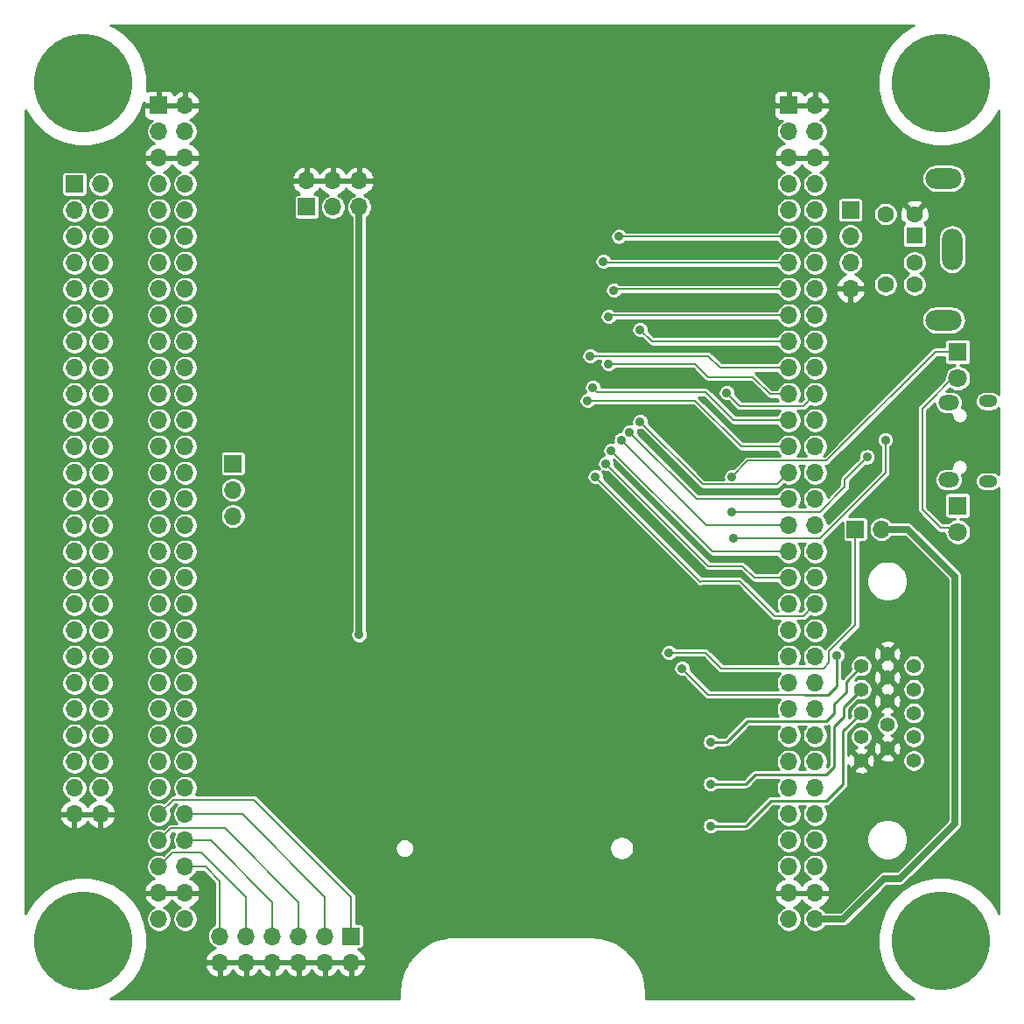
<source format=gbr>
G04 #@! TF.GenerationSoftware,KiCad,Pcbnew,(5.1.5)-3*
G04 #@! TF.CreationDate,2020-02-07T16:31:40-05:00*
G04 #@! TF.ProjectId,RETRO-EP4CE15,52455452-4f2d-4455-9034-434531352e6b,1*
G04 #@! TF.SameCoordinates,Original*
G04 #@! TF.FileFunction,Copper,L2,Bot*
G04 #@! TF.FilePolarity,Positive*
%FSLAX46Y46*%
G04 Gerber Fmt 4.6, Leading zero omitted, Abs format (unit mm)*
G04 Created by KiCad (PCBNEW (5.1.5)-3) date 2020-02-07 16:31:40*
%MOMM*%
%LPD*%
G04 APERTURE LIST*
%ADD10C,1.800000*%
%ADD11R,1.800000X1.800000*%
%ADD12O,1.700000X1.700000*%
%ADD13R,1.700000X1.700000*%
%ADD14O,3.500000X2.000000*%
%ADD15R,1.600000X1.600000*%
%ADD16C,1.600000*%
%ADD17O,2.000000X4.000000*%
%ADD18C,9.525000*%
%ADD19O,2.000000X1.450000*%
%ADD20O,1.800000X1.150000*%
%ADD21C,1.397000*%
%ADD22C,0.889000*%
%ADD23C,0.635000*%
%ADD24C,0.254000*%
%ADD25C,0.203200*%
%ADD26C,0.152400*%
G04 APERTURE END LIST*
D10*
X100584000Y-44577000D03*
D11*
X100584000Y-42037000D03*
D12*
X86790000Y-96906000D03*
X84250000Y-96906000D03*
X86790000Y-94366000D03*
X84250000Y-94366000D03*
X86790000Y-91826000D03*
X84250000Y-91826000D03*
X86790000Y-89286000D03*
X84250000Y-89286000D03*
X86790000Y-86746000D03*
X84250000Y-86746000D03*
X86790000Y-84206000D03*
X84250000Y-84206000D03*
X86790000Y-81666000D03*
X84250000Y-81666000D03*
X86790000Y-79126000D03*
X84250000Y-79126000D03*
X86790000Y-76586000D03*
X84250000Y-76586000D03*
X86790000Y-74046000D03*
X84250000Y-74046000D03*
X86790000Y-71506000D03*
X84250000Y-71506000D03*
X86790000Y-68966000D03*
X84250000Y-68966000D03*
X86790000Y-66426000D03*
X84250000Y-66426000D03*
X86790000Y-63886000D03*
X84250000Y-63886000D03*
X86790000Y-61346000D03*
X84250000Y-61346000D03*
X86790000Y-58806000D03*
X84250000Y-58806000D03*
X86790000Y-56266000D03*
X84250000Y-56266000D03*
X86790000Y-53726000D03*
X84250000Y-53726000D03*
X86790000Y-51186000D03*
X84250000Y-51186000D03*
X86790000Y-48646000D03*
X84250000Y-48646000D03*
X86790000Y-46106000D03*
X84250000Y-46106000D03*
X86790000Y-43566000D03*
X84250000Y-43566000D03*
X86790000Y-41026000D03*
X84250000Y-41026000D03*
X86790000Y-38486000D03*
X84250000Y-38486000D03*
X86790000Y-35946000D03*
X84250000Y-35946000D03*
X86790000Y-33406000D03*
X84250000Y-33406000D03*
X86790000Y-30866000D03*
X84250000Y-30866000D03*
X86790000Y-28326000D03*
X84250000Y-28326000D03*
X86790000Y-25786000D03*
X84250000Y-25786000D03*
X86790000Y-23246000D03*
X84250000Y-23246000D03*
X86790000Y-20706000D03*
X84250000Y-20706000D03*
X86790000Y-18166000D03*
D13*
X84250000Y-18166000D03*
D12*
X25850000Y-96906000D03*
X23310000Y-96906000D03*
X25850000Y-94366000D03*
X23310000Y-94366000D03*
X25850000Y-91826000D03*
X23310000Y-91826000D03*
X25850000Y-89286000D03*
X23310000Y-89286000D03*
X25850000Y-86746000D03*
X23310000Y-86746000D03*
X25850000Y-84206000D03*
X23310000Y-84206000D03*
X25850000Y-81666000D03*
X23310000Y-81666000D03*
X25850000Y-79126000D03*
X23310000Y-79126000D03*
X25850000Y-76586000D03*
X23310000Y-76586000D03*
X25850000Y-74046000D03*
X23310000Y-74046000D03*
X25850000Y-71506000D03*
X23310000Y-71506000D03*
X25850000Y-68966000D03*
X23310000Y-68966000D03*
X25850000Y-66426000D03*
X23310000Y-66426000D03*
X25850000Y-63886000D03*
X23310000Y-63886000D03*
X25850000Y-61346000D03*
X23310000Y-61346000D03*
X25850000Y-58806000D03*
X23310000Y-58806000D03*
X25850000Y-56266000D03*
X23310000Y-56266000D03*
X25850000Y-53726000D03*
X23310000Y-53726000D03*
X25850000Y-51186000D03*
X23310000Y-51186000D03*
X25850000Y-48646000D03*
X23310000Y-48646000D03*
X25850000Y-46106000D03*
X23310000Y-46106000D03*
X25850000Y-43566000D03*
X23310000Y-43566000D03*
X25850000Y-41026000D03*
X23310000Y-41026000D03*
X25850000Y-38486000D03*
X23310000Y-38486000D03*
X25850000Y-35946000D03*
X23310000Y-35946000D03*
X25850000Y-33406000D03*
X23310000Y-33406000D03*
X25850000Y-30866000D03*
X23310000Y-30866000D03*
X25850000Y-28326000D03*
X23310000Y-28326000D03*
X25850000Y-25786000D03*
X23310000Y-25786000D03*
X25850000Y-23246000D03*
X23310000Y-23246000D03*
X25850000Y-20706000D03*
X23310000Y-20706000D03*
X25850000Y-18166000D03*
D13*
X23310000Y-18166000D03*
D14*
X99250000Y-38950000D03*
X99250000Y-25250000D03*
D15*
X96400000Y-30800000D03*
D16*
X96400000Y-33400000D03*
X96400000Y-28700000D03*
X96400000Y-35500000D03*
X93600000Y-28700000D03*
X93600000Y-35500000D03*
D17*
X100050000Y-32100000D03*
D18*
X16000000Y-16000000D03*
X99000000Y-16000000D03*
X16000000Y-99000000D03*
X99000000Y-99000000D03*
D12*
X93218000Y-59182000D03*
D13*
X90678000Y-59182000D03*
D12*
X90200000Y-35920000D03*
X90200000Y-33380000D03*
X90200000Y-30840000D03*
D13*
X90200000Y-28300000D03*
D11*
X100584000Y-56896000D03*
D10*
X100584000Y-59436000D03*
D13*
X15140000Y-25800000D03*
D12*
X17680000Y-25800000D03*
X15140000Y-28340000D03*
X17680000Y-28340000D03*
X15140000Y-30880000D03*
X17680000Y-30880000D03*
X15140000Y-33420000D03*
X17680000Y-33420000D03*
X15140000Y-35960000D03*
X17680000Y-35960000D03*
X15140000Y-38500000D03*
X17680000Y-38500000D03*
X15140000Y-41040000D03*
X17680000Y-41040000D03*
X15140000Y-43580000D03*
X17680000Y-43580000D03*
X15140000Y-46120000D03*
X17680000Y-46120000D03*
X15140000Y-48660000D03*
X17680000Y-48660000D03*
X15140000Y-51200000D03*
X17680000Y-51200000D03*
X15140000Y-53740000D03*
X17680000Y-53740000D03*
X15140000Y-56280000D03*
X17680000Y-56280000D03*
X15140000Y-58820000D03*
X17680000Y-58820000D03*
X15140000Y-61360000D03*
X17680000Y-61360000D03*
X15140000Y-63900000D03*
X17680000Y-63900000D03*
X15140000Y-66440000D03*
X17680000Y-66440000D03*
X15140000Y-68980000D03*
X17680000Y-68980000D03*
X15140000Y-71520000D03*
X17680000Y-71520000D03*
X15140000Y-74060000D03*
X17680000Y-74060000D03*
X15140000Y-76600000D03*
X17680000Y-76600000D03*
X15140000Y-79140000D03*
X17680000Y-79140000D03*
X15140000Y-81680000D03*
X17680000Y-81680000D03*
X15140000Y-84220000D03*
X17680000Y-84220000D03*
X15140000Y-86760000D03*
X17680000Y-86760000D03*
D13*
X30480000Y-52832000D03*
D12*
X30480000Y-55372000D03*
X30480000Y-57912000D03*
D13*
X41910000Y-98552000D03*
D12*
X41910000Y-101092000D03*
X39370000Y-98552000D03*
X39370000Y-101092000D03*
X36830000Y-98552000D03*
X36830000Y-101092000D03*
X34290000Y-98552000D03*
X34290000Y-101092000D03*
X31750000Y-98552000D03*
X31750000Y-101092000D03*
X29210000Y-98552000D03*
X29210000Y-101092000D03*
D19*
X99724600Y-54398000D03*
X99724600Y-46948000D03*
D20*
X103524600Y-54548000D03*
X103524600Y-46798000D03*
D21*
X91239340Y-76974700D03*
X91239340Y-74688700D03*
X91239340Y-72397620D03*
X91239340Y-79268320D03*
X91239340Y-81556860D03*
X93779340Y-78122780D03*
X93779340Y-75834240D03*
X93779340Y-73543160D03*
X93779340Y-71252080D03*
X93779340Y-80413860D03*
X96319340Y-72397620D03*
X96319340Y-74688700D03*
X96316800Y-76977240D03*
X96319340Y-79268320D03*
X96319340Y-81556860D03*
D13*
X37617400Y-28016200D03*
D12*
X37617400Y-25476200D03*
X40157400Y-28016200D03*
X40157400Y-25476200D03*
X42697400Y-28016200D03*
X42697400Y-25476200D03*
D22*
X42672000Y-69392800D03*
X60325000Y-85090000D03*
X32410400Y-82118200D03*
X53009800Y-85420200D03*
X13766800Y-29667200D03*
X77891686Y-71714314D03*
X69088000Y-71831200D03*
X74676000Y-44227900D03*
X60198000Y-44958000D03*
X62230000Y-79502000D03*
X30226000Y-67056000D03*
X98171000Y-49834800D03*
X76699000Y-79756000D03*
X76699000Y-83820000D03*
X76699000Y-87884000D03*
X78740000Y-57531000D03*
X91821000Y-52197000D03*
X78867000Y-60071000D03*
X93599000Y-50546000D03*
X72644000Y-71120000D03*
X78740000Y-54102000D03*
X73914000Y-72644000D03*
X88900000Y-71374000D03*
X65532000Y-54102000D03*
X66548000Y-52832000D03*
X67056000Y-51562000D03*
X68061697Y-50556303D03*
X68834000Y-49784000D03*
X64770000Y-46736000D03*
X65278000Y-45466000D03*
X78232000Y-45974000D03*
X66802000Y-43180000D03*
X65024000Y-42418000D03*
X69850000Y-39878000D03*
X66802000Y-38608000D03*
X67310000Y-36068000D03*
X66294000Y-33274000D03*
X67818000Y-30866000D03*
X69850000Y-48768000D03*
D23*
X95758000Y-59182000D02*
X93218000Y-59182000D01*
X89519638Y-96906000D02*
X93461638Y-92964000D01*
X86790000Y-96906000D02*
X89519638Y-96906000D01*
X93461638Y-92964000D02*
X94996000Y-92964000D01*
X94996000Y-92964000D02*
X100330000Y-87630000D01*
X100330000Y-87630000D02*
X100330000Y-63754000D01*
X100330000Y-63754000D02*
X95758000Y-59182000D01*
X42697400Y-69367400D02*
X42672000Y-69392800D01*
X42697400Y-28016200D02*
X42697400Y-69367400D01*
D24*
X76699000Y-79756000D02*
X78232000Y-79756000D01*
X78232000Y-79756000D02*
X80221799Y-77766201D01*
X80221799Y-77766201D02*
X87841799Y-77766201D01*
X87841799Y-77766201D02*
X88646000Y-76962000D01*
X88646000Y-76962000D02*
X88646000Y-76098400D01*
X88646000Y-76098400D02*
X89789000Y-74955400D01*
X89789000Y-74955400D02*
X89789000Y-73964800D01*
X89789000Y-73964800D02*
X91239340Y-72397620D01*
X76699000Y-83820000D02*
X80086200Y-83820000D01*
X80086200Y-83820000D02*
X80314800Y-83616800D01*
X80314800Y-83616800D02*
X80975200Y-82956400D01*
X80975200Y-82956400D02*
X87833200Y-82956400D01*
X87833200Y-82956400D02*
X88620600Y-82169000D01*
X88620600Y-82169000D02*
X88620600Y-78282800D01*
X88620600Y-78282800D02*
X89560400Y-77343000D01*
X89560400Y-77343000D02*
X89560400Y-76377800D01*
X89560400Y-76377800D02*
X91239340Y-74688700D01*
X80086200Y-87884000D02*
X76699000Y-87884000D01*
X82499200Y-85471000D02*
X80086200Y-87884000D01*
X87909400Y-85471000D02*
X82499200Y-85471000D01*
X87909400Y-85471000D02*
X89484200Y-83896200D01*
X89484200Y-83896200D02*
X89484200Y-78729840D01*
X89484200Y-78729840D02*
X91239340Y-76974700D01*
D25*
X87234106Y-57531000D02*
X89662000Y-55103106D01*
X78740000Y-57531000D02*
X87234106Y-57531000D01*
X89662000Y-55103106D02*
X89662000Y-54356000D01*
X89662000Y-54356000D02*
X91821000Y-52197000D01*
X78867000Y-60071000D02*
X87234106Y-60071000D01*
X93599000Y-53706106D02*
X87234106Y-60071000D01*
X93599000Y-50546000D02*
X93599000Y-53706106D01*
X90678000Y-68487034D02*
X90678000Y-59182000D01*
X72644000Y-71120000D02*
X76188406Y-71120000D01*
X76188406Y-71120000D02*
X77729207Y-72660801D01*
X77729207Y-72660801D02*
X87613199Y-72660801D01*
X87613199Y-72660801D02*
X88150699Y-72123301D01*
X88150699Y-72123301D02*
X88150699Y-71014335D01*
X88150699Y-71014335D02*
X90678000Y-68487034D01*
X80270801Y-52571199D02*
X78740000Y-54102000D01*
X87890801Y-52571199D02*
X80270801Y-52571199D01*
X98425000Y-42037000D02*
X87890801Y-52571199D01*
X100584000Y-42037000D02*
X98425000Y-42037000D01*
X73914000Y-72644000D02*
X76470801Y-75200801D01*
X99684001Y-59044001D02*
X98922001Y-59044001D01*
X100584000Y-59944000D02*
X99684001Y-59044001D01*
X98922001Y-59044001D02*
X97155000Y-57277000D01*
X97155000Y-47498000D02*
X100584000Y-44069000D01*
X97155000Y-57277000D02*
X97155000Y-47498000D01*
X76470801Y-75200801D02*
X85792601Y-75200801D01*
D24*
X88044999Y-75226201D02*
X88900000Y-74371200D01*
X86223503Y-75226201D02*
X88044999Y-75226201D01*
X85792601Y-75200801D02*
X86198103Y-75200801D01*
X88900000Y-74371200D02*
X88900000Y-71374000D01*
X86198103Y-75200801D02*
X86223503Y-75226201D01*
D25*
X85635199Y-67580801D02*
X86790000Y-66426000D01*
X82903801Y-67580801D02*
X85635199Y-67580801D01*
X79502000Y-64179000D02*
X82903801Y-67580801D01*
X75775000Y-64179000D02*
X79502000Y-64179000D01*
X75692000Y-64262000D02*
X75775000Y-64179000D01*
X65532000Y-54102000D02*
X75692000Y-64262000D01*
X80904000Y-63886000D02*
X84250000Y-63886000D01*
X79756000Y-62738000D02*
X80904000Y-63886000D01*
X76454000Y-62738000D02*
X79756000Y-62738000D01*
X66548000Y-52832000D02*
X76454000Y-62738000D01*
X76840000Y-61346000D02*
X84250000Y-61346000D01*
X67056000Y-51562000D02*
X76840000Y-61346000D01*
X76311394Y-58806000D02*
X68061697Y-50556303D01*
X84250000Y-58806000D02*
X76311394Y-58806000D01*
X75316000Y-56266000D02*
X84250000Y-56266000D01*
X68834000Y-49784000D02*
X75316000Y-56266000D01*
X64770000Y-46736000D02*
X75184000Y-46736000D01*
X79634000Y-51186000D02*
X75184000Y-46736000D01*
X84250000Y-51186000D02*
X79634000Y-51186000D01*
X65722499Y-45910499D02*
X65278000Y-45466000D01*
X76200000Y-45910499D02*
X65722499Y-45910499D01*
X78935501Y-48646000D02*
X76200000Y-45910499D01*
X84250000Y-48646000D02*
X78935501Y-48646000D01*
X79518801Y-47260801D02*
X78232000Y-45974000D01*
X85635199Y-47260801D02*
X79518801Y-47260801D01*
X86790000Y-46106000D02*
X85635199Y-47260801D01*
X75184000Y-43180000D02*
X66802000Y-43180000D01*
D26*
X84250000Y-46106000D02*
X82428000Y-46106000D01*
X80772000Y-44450000D02*
X76454000Y-44450000D01*
X82428000Y-46106000D02*
X80772000Y-44450000D01*
D25*
X76454000Y-44450000D02*
X75184000Y-43180000D01*
X65024000Y-42418000D02*
X76454000Y-42418000D01*
X77602000Y-43566000D02*
X84250000Y-43566000D01*
X76454000Y-42418000D02*
X77602000Y-43566000D01*
X84250000Y-41026000D02*
X70998000Y-41026000D01*
X70998000Y-41026000D02*
X69850000Y-39878000D01*
D26*
X84250000Y-38486000D02*
X66924000Y-38486000D01*
X66924000Y-38486000D02*
X66802000Y-38608000D01*
X84250000Y-35946000D02*
X67432000Y-35946000D01*
X67432000Y-35946000D02*
X67310000Y-36068000D01*
X84250000Y-33406000D02*
X66426000Y-33406000D01*
X66426000Y-33406000D02*
X66294000Y-33274000D01*
X84250000Y-30866000D02*
X67818000Y-30866000D01*
X75907901Y-54825901D02*
X69850000Y-48768000D01*
X84250000Y-53726000D02*
X83150099Y-54825901D01*
X83150099Y-54825901D02*
X75907901Y-54825901D01*
D25*
X27818000Y-91826000D02*
X29210000Y-93218000D01*
X25850000Y-91826000D02*
X27818000Y-91826000D01*
X29210000Y-93218000D02*
X29210000Y-98552000D01*
X24654801Y-90481199D02*
X23310000Y-91826000D01*
X24654801Y-90440801D02*
X24654801Y-90481199D01*
X27448801Y-90440801D02*
X31750000Y-94742000D01*
X24654801Y-90440801D02*
X27448801Y-90440801D01*
X31750000Y-98552000D02*
X31750000Y-94742000D01*
X28326000Y-89286000D02*
X34290000Y-95250000D01*
X25850000Y-89286000D02*
X28326000Y-89286000D01*
X34290000Y-98552000D02*
X34290000Y-95250000D01*
X23310000Y-89286000D02*
X24464801Y-88131199D01*
X29711199Y-88131199D02*
X36830000Y-95250000D01*
X24464801Y-88131199D02*
X29711199Y-88131199D01*
X36830000Y-95250000D02*
X36830000Y-98552000D01*
X31374000Y-86746000D02*
X39370000Y-94742000D01*
X25850000Y-86746000D02*
X31374000Y-86746000D01*
X39370000Y-94742000D02*
X39370000Y-98552000D01*
X23310000Y-86746000D02*
X24695199Y-85360801D01*
X24695199Y-85360801D02*
X32528801Y-85360801D01*
X41910000Y-94742000D02*
X41910000Y-98552000D01*
X32528801Y-85360801D02*
X41910000Y-94742000D01*
D24*
G36*
X96082383Y-10541522D02*
G01*
X95073548Y-11215604D01*
X94215604Y-12073548D01*
X93541522Y-13082383D01*
X93077206Y-14203340D01*
X92840500Y-15393342D01*
X92840500Y-16606658D01*
X93077206Y-17796660D01*
X93541522Y-18917617D01*
X94215604Y-19926452D01*
X95073548Y-20784396D01*
X96082383Y-21458478D01*
X97203340Y-21922794D01*
X98393342Y-22159500D01*
X99606658Y-22159500D01*
X100796660Y-21922794D01*
X101917617Y-21458478D01*
X102926452Y-20784396D01*
X103784396Y-19926452D01*
X104458478Y-18917617D01*
X104569000Y-18650794D01*
X104569000Y-46167642D01*
X104528864Y-46118736D01*
X104383295Y-45999270D01*
X104217215Y-45910498D01*
X104037009Y-45855833D01*
X103896559Y-45842000D01*
X103152641Y-45842000D01*
X103012191Y-45855833D01*
X102831985Y-45910498D01*
X102665905Y-45999270D01*
X102520336Y-46118736D01*
X102400870Y-46264305D01*
X102312098Y-46430385D01*
X102257433Y-46610591D01*
X102238975Y-46798000D01*
X102257433Y-46985409D01*
X102312098Y-47165615D01*
X102400870Y-47331695D01*
X102520336Y-47477264D01*
X102665905Y-47596730D01*
X102831985Y-47685502D01*
X103012191Y-47740167D01*
X103152641Y-47754000D01*
X103896559Y-47754000D01*
X104037009Y-47740167D01*
X104217215Y-47685502D01*
X104383295Y-47596730D01*
X104528864Y-47477264D01*
X104569000Y-47428358D01*
X104569000Y-53917642D01*
X104528864Y-53868736D01*
X104383295Y-53749270D01*
X104217215Y-53660498D01*
X104037009Y-53605833D01*
X103896559Y-53592000D01*
X103152641Y-53592000D01*
X103012191Y-53605833D01*
X102831985Y-53660498D01*
X102665905Y-53749270D01*
X102520336Y-53868736D01*
X102400870Y-54014305D01*
X102312098Y-54180385D01*
X102257433Y-54360591D01*
X102238975Y-54548000D01*
X102257433Y-54735409D01*
X102312098Y-54915615D01*
X102400870Y-55081695D01*
X102520336Y-55227264D01*
X102665905Y-55346730D01*
X102831985Y-55435502D01*
X103012191Y-55490167D01*
X103152641Y-55504000D01*
X103896559Y-55504000D01*
X104037009Y-55490167D01*
X104217215Y-55435502D01*
X104383295Y-55346730D01*
X104528864Y-55227264D01*
X104569000Y-55178358D01*
X104569001Y-96349209D01*
X104458478Y-96082383D01*
X103784396Y-95073548D01*
X102926452Y-94215604D01*
X101917617Y-93541522D01*
X100796660Y-93077206D01*
X99606658Y-92840500D01*
X98393342Y-92840500D01*
X97203340Y-93077206D01*
X96082383Y-93541522D01*
X95073548Y-94215604D01*
X94215604Y-95073548D01*
X93541522Y-96082383D01*
X93077206Y-97203340D01*
X92840500Y-98393342D01*
X92840500Y-99606658D01*
X93077206Y-100796660D01*
X93541522Y-101917617D01*
X94215604Y-102926452D01*
X95073548Y-103784396D01*
X96082383Y-104458478D01*
X96349206Y-104569000D01*
X70431000Y-104569000D01*
X70431000Y-103978832D01*
X70429453Y-103963130D01*
X70376205Y-103238020D01*
X70374561Y-103227979D01*
X70374241Y-103217806D01*
X70365453Y-103168970D01*
X70157933Y-102304588D01*
X70153610Y-102291742D01*
X70150789Y-102278471D01*
X70133492Y-102231963D01*
X69776183Y-101417992D01*
X69769655Y-101406117D01*
X69764528Y-101393554D01*
X69739269Y-101350844D01*
X69243465Y-100613010D01*
X69234935Y-100602477D01*
X69227666Y-100591022D01*
X69195242Y-100553460D01*
X68576615Y-99915086D01*
X68566352Y-99906228D01*
X68557172Y-99896244D01*
X68518609Y-99865017D01*
X67796713Y-99346282D01*
X67785046Y-99339382D01*
X67774240Y-99331180D01*
X67730757Y-99307276D01*
X66928410Y-98924576D01*
X66915708Y-98919852D01*
X66903618Y-98913692D01*
X66856589Y-98897866D01*
X65999153Y-98663298D01*
X65985809Y-98660897D01*
X65972825Y-98656977D01*
X65923737Y-98649728D01*
X65040184Y-98570873D01*
X65021168Y-98569000D01*
X51978832Y-98569000D01*
X51963130Y-98570547D01*
X51238020Y-98623795D01*
X51227979Y-98625439D01*
X51217806Y-98625759D01*
X51168970Y-98634547D01*
X50304588Y-98842067D01*
X50291742Y-98846390D01*
X50278471Y-98849211D01*
X50231963Y-98866508D01*
X49417992Y-99223817D01*
X49406117Y-99230345D01*
X49393554Y-99235472D01*
X49350844Y-99260731D01*
X48613010Y-99756535D01*
X48602477Y-99765065D01*
X48591022Y-99772334D01*
X48553460Y-99804758D01*
X47915086Y-100423385D01*
X47906228Y-100433648D01*
X47896244Y-100442828D01*
X47865017Y-100481391D01*
X47346282Y-101203287D01*
X47339382Y-101214954D01*
X47331180Y-101225760D01*
X47307276Y-101269243D01*
X46924576Y-102071590D01*
X46919852Y-102084292D01*
X46913692Y-102096382D01*
X46897866Y-102143411D01*
X46663298Y-103000847D01*
X46660897Y-103014191D01*
X46656977Y-103027175D01*
X46649728Y-103076263D01*
X46570872Y-103959827D01*
X46569000Y-103978833D01*
X46569001Y-104569000D01*
X18650794Y-104569000D01*
X18917617Y-104458478D01*
X19926452Y-103784396D01*
X20784396Y-102926452D01*
X21458478Y-101917617D01*
X21652630Y-101448891D01*
X27768519Y-101448891D01*
X27865843Y-101723252D01*
X28014822Y-101973355D01*
X28209731Y-102189588D01*
X28443080Y-102363641D01*
X28705901Y-102488825D01*
X28853110Y-102533476D01*
X29083000Y-102412155D01*
X29083000Y-101219000D01*
X29337000Y-101219000D01*
X29337000Y-102412155D01*
X29566890Y-102533476D01*
X29714099Y-102488825D01*
X29976920Y-102363641D01*
X30210269Y-102189588D01*
X30405178Y-101973355D01*
X30480000Y-101847745D01*
X30554822Y-101973355D01*
X30749731Y-102189588D01*
X30983080Y-102363641D01*
X31245901Y-102488825D01*
X31393110Y-102533476D01*
X31623000Y-102412155D01*
X31623000Y-101219000D01*
X31877000Y-101219000D01*
X31877000Y-102412155D01*
X32106890Y-102533476D01*
X32254099Y-102488825D01*
X32516920Y-102363641D01*
X32750269Y-102189588D01*
X32945178Y-101973355D01*
X33020000Y-101847745D01*
X33094822Y-101973355D01*
X33289731Y-102189588D01*
X33523080Y-102363641D01*
X33785901Y-102488825D01*
X33933110Y-102533476D01*
X34163000Y-102412155D01*
X34163000Y-101219000D01*
X34417000Y-101219000D01*
X34417000Y-102412155D01*
X34646890Y-102533476D01*
X34794099Y-102488825D01*
X35056920Y-102363641D01*
X35290269Y-102189588D01*
X35485178Y-101973355D01*
X35560000Y-101847745D01*
X35634822Y-101973355D01*
X35829731Y-102189588D01*
X36063080Y-102363641D01*
X36325901Y-102488825D01*
X36473110Y-102533476D01*
X36703000Y-102412155D01*
X36703000Y-101219000D01*
X36957000Y-101219000D01*
X36957000Y-102412155D01*
X37186890Y-102533476D01*
X37334099Y-102488825D01*
X37596920Y-102363641D01*
X37830269Y-102189588D01*
X38025178Y-101973355D01*
X38100000Y-101847745D01*
X38174822Y-101973355D01*
X38369731Y-102189588D01*
X38603080Y-102363641D01*
X38865901Y-102488825D01*
X39013110Y-102533476D01*
X39243000Y-102412155D01*
X39243000Y-101219000D01*
X39497000Y-101219000D01*
X39497000Y-102412155D01*
X39726890Y-102533476D01*
X39874099Y-102488825D01*
X40136920Y-102363641D01*
X40370269Y-102189588D01*
X40565178Y-101973355D01*
X40640000Y-101847745D01*
X40714822Y-101973355D01*
X40909731Y-102189588D01*
X41143080Y-102363641D01*
X41405901Y-102488825D01*
X41553110Y-102533476D01*
X41783000Y-102412155D01*
X41783000Y-101219000D01*
X42037000Y-101219000D01*
X42037000Y-102412155D01*
X42266890Y-102533476D01*
X42414099Y-102488825D01*
X42676920Y-102363641D01*
X42910269Y-102189588D01*
X43105178Y-101973355D01*
X43254157Y-101723252D01*
X43351481Y-101448891D01*
X43230814Y-101219000D01*
X42037000Y-101219000D01*
X41783000Y-101219000D01*
X39497000Y-101219000D01*
X39243000Y-101219000D01*
X36957000Y-101219000D01*
X36703000Y-101219000D01*
X34417000Y-101219000D01*
X34163000Y-101219000D01*
X31877000Y-101219000D01*
X31623000Y-101219000D01*
X29337000Y-101219000D01*
X29083000Y-101219000D01*
X27889186Y-101219000D01*
X27768519Y-101448891D01*
X21652630Y-101448891D01*
X21922794Y-100796660D01*
X22159500Y-99606658D01*
X22159500Y-98393342D01*
X21922794Y-97203340D01*
X21458478Y-96082383D01*
X20784396Y-95073548D01*
X20433738Y-94722890D01*
X21868524Y-94722890D01*
X21913175Y-94870099D01*
X22038359Y-95132920D01*
X22212412Y-95366269D01*
X22428645Y-95561178D01*
X22678748Y-95710157D01*
X22841168Y-95767772D01*
X22726903Y-95815102D01*
X22525283Y-95949820D01*
X22353820Y-96121283D01*
X22219102Y-96322903D01*
X22126307Y-96546931D01*
X22079000Y-96784757D01*
X22079000Y-97027243D01*
X22126307Y-97265069D01*
X22219102Y-97489097D01*
X22353820Y-97690717D01*
X22525283Y-97862180D01*
X22726903Y-97996898D01*
X22950931Y-98089693D01*
X23188757Y-98137000D01*
X23431243Y-98137000D01*
X23669069Y-98089693D01*
X23893097Y-97996898D01*
X24094717Y-97862180D01*
X24266180Y-97690717D01*
X24400898Y-97489097D01*
X24493693Y-97265069D01*
X24541000Y-97027243D01*
X24541000Y-96784757D01*
X24493693Y-96546931D01*
X24400898Y-96322903D01*
X24266180Y-96121283D01*
X24094717Y-95949820D01*
X23893097Y-95815102D01*
X23778832Y-95767772D01*
X23941252Y-95710157D01*
X24191355Y-95561178D01*
X24407588Y-95366269D01*
X24580000Y-95135120D01*
X24752412Y-95366269D01*
X24968645Y-95561178D01*
X25218748Y-95710157D01*
X25381168Y-95767772D01*
X25266903Y-95815102D01*
X25065283Y-95949820D01*
X24893820Y-96121283D01*
X24759102Y-96322903D01*
X24666307Y-96546931D01*
X24619000Y-96784757D01*
X24619000Y-97027243D01*
X24666307Y-97265069D01*
X24759102Y-97489097D01*
X24893820Y-97690717D01*
X25065283Y-97862180D01*
X25266903Y-97996898D01*
X25490931Y-98089693D01*
X25728757Y-98137000D01*
X25971243Y-98137000D01*
X26209069Y-98089693D01*
X26433097Y-97996898D01*
X26634717Y-97862180D01*
X26806180Y-97690717D01*
X26940898Y-97489097D01*
X27033693Y-97265069D01*
X27081000Y-97027243D01*
X27081000Y-96784757D01*
X27033693Y-96546931D01*
X26940898Y-96322903D01*
X26806180Y-96121283D01*
X26634717Y-95949820D01*
X26433097Y-95815102D01*
X26318832Y-95767772D01*
X26481252Y-95710157D01*
X26731355Y-95561178D01*
X26947588Y-95366269D01*
X27121641Y-95132920D01*
X27246825Y-94870099D01*
X27291476Y-94722890D01*
X27170155Y-94493000D01*
X25977000Y-94493000D01*
X25977000Y-94513000D01*
X25723000Y-94513000D01*
X25723000Y-94493000D01*
X23437000Y-94493000D01*
X23437000Y-94513000D01*
X23183000Y-94513000D01*
X23183000Y-94493000D01*
X21989845Y-94493000D01*
X21868524Y-94722890D01*
X20433738Y-94722890D01*
X19926452Y-94215604D01*
X19617412Y-94009110D01*
X21868524Y-94009110D01*
X21989845Y-94239000D01*
X23183000Y-94239000D01*
X23183000Y-94219000D01*
X23437000Y-94219000D01*
X23437000Y-94239000D01*
X25723000Y-94239000D01*
X25723000Y-94219000D01*
X25977000Y-94219000D01*
X25977000Y-94239000D01*
X27170155Y-94239000D01*
X27291476Y-94009110D01*
X27246825Y-93861901D01*
X27121641Y-93599080D01*
X26947588Y-93365731D01*
X26731355Y-93170822D01*
X26481252Y-93021843D01*
X26318832Y-92964228D01*
X26433097Y-92916898D01*
X26634717Y-92782180D01*
X26806180Y-92610717D01*
X26940898Y-92409097D01*
X26982525Y-92308600D01*
X27618101Y-92308600D01*
X28727400Y-93417899D01*
X28727401Y-97419475D01*
X28626903Y-97461102D01*
X28425283Y-97595820D01*
X28253820Y-97767283D01*
X28119102Y-97968903D01*
X28026307Y-98192931D01*
X27979000Y-98430757D01*
X27979000Y-98673243D01*
X28026307Y-98911069D01*
X28119102Y-99135097D01*
X28253820Y-99336717D01*
X28425283Y-99508180D01*
X28626903Y-99642898D01*
X28733154Y-99686909D01*
X28705901Y-99695175D01*
X28443080Y-99820359D01*
X28209731Y-99994412D01*
X28014822Y-100210645D01*
X27865843Y-100460748D01*
X27768519Y-100735109D01*
X27889186Y-100965000D01*
X29083000Y-100965000D01*
X29083000Y-100945000D01*
X29337000Y-100945000D01*
X29337000Y-100965000D01*
X31623000Y-100965000D01*
X31623000Y-100945000D01*
X31877000Y-100945000D01*
X31877000Y-100965000D01*
X34163000Y-100965000D01*
X34163000Y-100945000D01*
X34417000Y-100945000D01*
X34417000Y-100965000D01*
X36703000Y-100965000D01*
X36703000Y-100945000D01*
X36957000Y-100945000D01*
X36957000Y-100965000D01*
X39243000Y-100965000D01*
X39243000Y-100945000D01*
X39497000Y-100945000D01*
X39497000Y-100965000D01*
X41783000Y-100965000D01*
X41783000Y-100945000D01*
X42037000Y-100945000D01*
X42037000Y-100965000D01*
X43230814Y-100965000D01*
X43351481Y-100735109D01*
X43254157Y-100460748D01*
X43105178Y-100210645D01*
X42910269Y-99994412D01*
X42676920Y-99820359D01*
X42602355Y-99784843D01*
X42760000Y-99784843D01*
X42834689Y-99777487D01*
X42906508Y-99755701D01*
X42972696Y-99720322D01*
X43030711Y-99672711D01*
X43078322Y-99614696D01*
X43113701Y-99548508D01*
X43135487Y-99476689D01*
X43142843Y-99402000D01*
X43142843Y-97702000D01*
X43135487Y-97627311D01*
X43113701Y-97555492D01*
X43078322Y-97489304D01*
X43030711Y-97431289D01*
X42972696Y-97383678D01*
X42906508Y-97348299D01*
X42834689Y-97326513D01*
X42760000Y-97319157D01*
X42392600Y-97319157D01*
X42392600Y-94765707D01*
X42394935Y-94742000D01*
X42393053Y-94722890D01*
X82808524Y-94722890D01*
X82853175Y-94870099D01*
X82978359Y-95132920D01*
X83152412Y-95366269D01*
X83368645Y-95561178D01*
X83618748Y-95710157D01*
X83781168Y-95767772D01*
X83666903Y-95815102D01*
X83465283Y-95949820D01*
X83293820Y-96121283D01*
X83159102Y-96322903D01*
X83066307Y-96546931D01*
X83019000Y-96784757D01*
X83019000Y-97027243D01*
X83066307Y-97265069D01*
X83159102Y-97489097D01*
X83293820Y-97690717D01*
X83465283Y-97862180D01*
X83666903Y-97996898D01*
X83890931Y-98089693D01*
X84128757Y-98137000D01*
X84371243Y-98137000D01*
X84609069Y-98089693D01*
X84833097Y-97996898D01*
X85034717Y-97862180D01*
X85206180Y-97690717D01*
X85340898Y-97489097D01*
X85433693Y-97265069D01*
X85481000Y-97027243D01*
X85481000Y-96784757D01*
X85433693Y-96546931D01*
X85340898Y-96322903D01*
X85206180Y-96121283D01*
X85034717Y-95949820D01*
X84833097Y-95815102D01*
X84718832Y-95767772D01*
X84881252Y-95710157D01*
X85131355Y-95561178D01*
X85347588Y-95366269D01*
X85520000Y-95135120D01*
X85692412Y-95366269D01*
X85908645Y-95561178D01*
X86158748Y-95710157D01*
X86321168Y-95767772D01*
X86206903Y-95815102D01*
X86005283Y-95949820D01*
X85833820Y-96121283D01*
X85699102Y-96322903D01*
X85606307Y-96546931D01*
X85559000Y-96784757D01*
X85559000Y-97027243D01*
X85606307Y-97265069D01*
X85699102Y-97489097D01*
X85833820Y-97690717D01*
X86005283Y-97862180D01*
X86206903Y-97996898D01*
X86430931Y-98089693D01*
X86668757Y-98137000D01*
X86911243Y-98137000D01*
X87149069Y-98089693D01*
X87373097Y-97996898D01*
X87574717Y-97862180D01*
X87746180Y-97690717D01*
X87803788Y-97604500D01*
X89485340Y-97604500D01*
X89519638Y-97607878D01*
X89553936Y-97604500D01*
X89553947Y-97604500D01*
X89656568Y-97594393D01*
X89788235Y-97554452D01*
X89909581Y-97489591D01*
X90015941Y-97402303D01*
X90037813Y-97375652D01*
X93750966Y-93662500D01*
X94961702Y-93662500D01*
X94996000Y-93665878D01*
X95030298Y-93662500D01*
X95030309Y-93662500D01*
X95132930Y-93652393D01*
X95264597Y-93612452D01*
X95385943Y-93547591D01*
X95492303Y-93460303D01*
X95514175Y-93433652D01*
X100799667Y-88148162D01*
X100826302Y-88126303D01*
X100848162Y-88099667D01*
X100848174Y-88099655D01*
X100913591Y-88019944D01*
X100978451Y-87898599D01*
X100997168Y-87836898D01*
X101018393Y-87766930D01*
X101028500Y-87664309D01*
X101028500Y-87664299D01*
X101031878Y-87630001D01*
X101028500Y-87595703D01*
X101028500Y-63788297D01*
X101031878Y-63753999D01*
X101028500Y-63719701D01*
X101028500Y-63719691D01*
X101018393Y-63617070D01*
X100978452Y-63485403D01*
X100938353Y-63410383D01*
X100913591Y-63364056D01*
X100848173Y-63284345D01*
X100848171Y-63284343D01*
X100826303Y-63257697D01*
X100799657Y-63235829D01*
X96276175Y-58712348D01*
X96254303Y-58685697D01*
X96147943Y-58598409D01*
X96026597Y-58533548D01*
X95894930Y-58493607D01*
X95792309Y-58483500D01*
X95792298Y-58483500D01*
X95758000Y-58480122D01*
X95723702Y-58483500D01*
X94231788Y-58483500D01*
X94174180Y-58397283D01*
X94002717Y-58225820D01*
X93801097Y-58091102D01*
X93577069Y-57998307D01*
X93339243Y-57951000D01*
X93096757Y-57951000D01*
X92858931Y-57998307D01*
X92634903Y-58091102D01*
X92433283Y-58225820D01*
X92261820Y-58397283D01*
X92127102Y-58598903D01*
X92034307Y-58822931D01*
X91987000Y-59060757D01*
X91987000Y-59303243D01*
X92034307Y-59541069D01*
X92127102Y-59765097D01*
X92261820Y-59966717D01*
X92433283Y-60138180D01*
X92634903Y-60272898D01*
X92858931Y-60365693D01*
X93096757Y-60413000D01*
X93339243Y-60413000D01*
X93577069Y-60365693D01*
X93801097Y-60272898D01*
X94002717Y-60138180D01*
X94174180Y-59966717D01*
X94231788Y-59880500D01*
X95468673Y-59880500D01*
X99631501Y-64043329D01*
X99631500Y-87340671D01*
X94706673Y-92265500D01*
X93495936Y-92265500D01*
X93461638Y-92262122D01*
X93427340Y-92265500D01*
X93427329Y-92265500D01*
X93324708Y-92275607D01*
X93193041Y-92315548D01*
X93136555Y-92345740D01*
X93071694Y-92380409D01*
X92991984Y-92445826D01*
X92991981Y-92445829D01*
X92965335Y-92467697D01*
X92943467Y-92494343D01*
X89230311Y-96207500D01*
X87803788Y-96207500D01*
X87746180Y-96121283D01*
X87574717Y-95949820D01*
X87373097Y-95815102D01*
X87258832Y-95767772D01*
X87421252Y-95710157D01*
X87671355Y-95561178D01*
X87887588Y-95366269D01*
X88061641Y-95132920D01*
X88186825Y-94870099D01*
X88231476Y-94722890D01*
X88110155Y-94493000D01*
X86917000Y-94493000D01*
X86917000Y-94513000D01*
X86663000Y-94513000D01*
X86663000Y-94493000D01*
X84377000Y-94493000D01*
X84377000Y-94513000D01*
X84123000Y-94513000D01*
X84123000Y-94493000D01*
X82929845Y-94493000D01*
X82808524Y-94722890D01*
X42393053Y-94722890D01*
X42385617Y-94647393D01*
X42358022Y-94556423D01*
X42313208Y-94472584D01*
X42268013Y-94417513D01*
X42268012Y-94417512D01*
X42252901Y-94399099D01*
X42234488Y-94383988D01*
X41859610Y-94009110D01*
X82808524Y-94009110D01*
X82929845Y-94239000D01*
X84123000Y-94239000D01*
X84123000Y-94219000D01*
X84377000Y-94219000D01*
X84377000Y-94239000D01*
X86663000Y-94239000D01*
X86663000Y-94219000D01*
X86917000Y-94219000D01*
X86917000Y-94239000D01*
X88110155Y-94239000D01*
X88231476Y-94009110D01*
X88186825Y-93861901D01*
X88061641Y-93599080D01*
X87887588Y-93365731D01*
X87671355Y-93170822D01*
X87421252Y-93021843D01*
X87258832Y-92964228D01*
X87373097Y-92916898D01*
X87574717Y-92782180D01*
X87746180Y-92610717D01*
X87880898Y-92409097D01*
X87973693Y-92185069D01*
X88021000Y-91947243D01*
X88021000Y-91704757D01*
X87973693Y-91466931D01*
X87880898Y-91242903D01*
X87746180Y-91041283D01*
X87574717Y-90869820D01*
X87373097Y-90735102D01*
X87149069Y-90642307D01*
X86911243Y-90595000D01*
X86668757Y-90595000D01*
X86430931Y-90642307D01*
X86206903Y-90735102D01*
X86005283Y-90869820D01*
X85833820Y-91041283D01*
X85699102Y-91242903D01*
X85606307Y-91466931D01*
X85559000Y-91704757D01*
X85559000Y-91947243D01*
X85606307Y-92185069D01*
X85699102Y-92409097D01*
X85833820Y-92610717D01*
X86005283Y-92782180D01*
X86206903Y-92916898D01*
X86321168Y-92964228D01*
X86158748Y-93021843D01*
X85908645Y-93170822D01*
X85692412Y-93365731D01*
X85520000Y-93596880D01*
X85347588Y-93365731D01*
X85131355Y-93170822D01*
X84881252Y-93021843D01*
X84718832Y-92964228D01*
X84833097Y-92916898D01*
X85034717Y-92782180D01*
X85206180Y-92610717D01*
X85340898Y-92409097D01*
X85433693Y-92185069D01*
X85481000Y-91947243D01*
X85481000Y-91704757D01*
X85433693Y-91466931D01*
X85340898Y-91242903D01*
X85206180Y-91041283D01*
X85034717Y-90869820D01*
X84833097Y-90735102D01*
X84609069Y-90642307D01*
X84371243Y-90595000D01*
X84128757Y-90595000D01*
X83890931Y-90642307D01*
X83666903Y-90735102D01*
X83465283Y-90869820D01*
X83293820Y-91041283D01*
X83159102Y-91242903D01*
X83066307Y-91466931D01*
X83019000Y-91704757D01*
X83019000Y-91947243D01*
X83066307Y-92185069D01*
X83159102Y-92409097D01*
X83293820Y-92610717D01*
X83465283Y-92782180D01*
X83666903Y-92916898D01*
X83781168Y-92964228D01*
X83618748Y-93021843D01*
X83368645Y-93170822D01*
X83152412Y-93365731D01*
X82978359Y-93599080D01*
X82853175Y-93861901D01*
X82808524Y-94009110D01*
X41859610Y-94009110D01*
X37801804Y-89951304D01*
X46148000Y-89951304D01*
X46148000Y-90134696D01*
X46183778Y-90314563D01*
X46253958Y-90483994D01*
X46355845Y-90636478D01*
X46485522Y-90766155D01*
X46638006Y-90868042D01*
X46807437Y-90938222D01*
X46987304Y-90974000D01*
X47170696Y-90974000D01*
X47350563Y-90938222D01*
X47519994Y-90868042D01*
X47672478Y-90766155D01*
X47802155Y-90636478D01*
X47904042Y-90483994D01*
X47974222Y-90314563D01*
X48010000Y-90134696D01*
X48010000Y-89951304D01*
X48005103Y-89926682D01*
X66898000Y-89926682D01*
X66898000Y-90159318D01*
X66943386Y-90387485D01*
X67032412Y-90602413D01*
X67161658Y-90795843D01*
X67326157Y-90960342D01*
X67519587Y-91089588D01*
X67734515Y-91178614D01*
X67962682Y-91224000D01*
X68195318Y-91224000D01*
X68423485Y-91178614D01*
X68638413Y-91089588D01*
X68831843Y-90960342D01*
X68996342Y-90795843D01*
X69125588Y-90602413D01*
X69214614Y-90387485D01*
X69260000Y-90159318D01*
X69260000Y-89926682D01*
X69214614Y-89698515D01*
X69125588Y-89483587D01*
X68996342Y-89290157D01*
X68870942Y-89164757D01*
X83019000Y-89164757D01*
X83019000Y-89407243D01*
X83066307Y-89645069D01*
X83159102Y-89869097D01*
X83293820Y-90070717D01*
X83465283Y-90242180D01*
X83666903Y-90376898D01*
X83890931Y-90469693D01*
X84128757Y-90517000D01*
X84371243Y-90517000D01*
X84609069Y-90469693D01*
X84833097Y-90376898D01*
X85034717Y-90242180D01*
X85206180Y-90070717D01*
X85340898Y-89869097D01*
X85433693Y-89645069D01*
X85481000Y-89407243D01*
X85481000Y-89164757D01*
X85559000Y-89164757D01*
X85559000Y-89407243D01*
X85606307Y-89645069D01*
X85699102Y-89869097D01*
X85833820Y-90070717D01*
X86005283Y-90242180D01*
X86206903Y-90376898D01*
X86430931Y-90469693D01*
X86668757Y-90517000D01*
X86911243Y-90517000D01*
X87149069Y-90469693D01*
X87373097Y-90376898D01*
X87574717Y-90242180D01*
X87746180Y-90070717D01*
X87880898Y-89869097D01*
X87973693Y-89645069D01*
X88021000Y-89407243D01*
X88021000Y-89164757D01*
X87989650Y-89007149D01*
X91798340Y-89007149D01*
X91798340Y-89397371D01*
X91874469Y-89780096D01*
X92023801Y-90140615D01*
X92240597Y-90465074D01*
X92516526Y-90741003D01*
X92840985Y-90957799D01*
X93201504Y-91107131D01*
X93584229Y-91183260D01*
X93974451Y-91183260D01*
X94357176Y-91107131D01*
X94717695Y-90957799D01*
X95042154Y-90741003D01*
X95318083Y-90465074D01*
X95534879Y-90140615D01*
X95684211Y-89780096D01*
X95760340Y-89397371D01*
X95760340Y-89007149D01*
X95684211Y-88624424D01*
X95534879Y-88263905D01*
X95318083Y-87939446D01*
X95042154Y-87663517D01*
X94717695Y-87446721D01*
X94357176Y-87297389D01*
X93974451Y-87221260D01*
X93584229Y-87221260D01*
X93201504Y-87297389D01*
X92840985Y-87446721D01*
X92516526Y-87663517D01*
X92240597Y-87939446D01*
X92023801Y-88263905D01*
X91874469Y-88624424D01*
X91798340Y-89007149D01*
X87989650Y-89007149D01*
X87973693Y-88926931D01*
X87880898Y-88702903D01*
X87746180Y-88501283D01*
X87574717Y-88329820D01*
X87373097Y-88195102D01*
X87149069Y-88102307D01*
X86911243Y-88055000D01*
X86668757Y-88055000D01*
X86430931Y-88102307D01*
X86206903Y-88195102D01*
X86005283Y-88329820D01*
X85833820Y-88501283D01*
X85699102Y-88702903D01*
X85606307Y-88926931D01*
X85559000Y-89164757D01*
X85481000Y-89164757D01*
X85433693Y-88926931D01*
X85340898Y-88702903D01*
X85206180Y-88501283D01*
X85034717Y-88329820D01*
X84833097Y-88195102D01*
X84609069Y-88102307D01*
X84371243Y-88055000D01*
X84128757Y-88055000D01*
X83890931Y-88102307D01*
X83666903Y-88195102D01*
X83465283Y-88329820D01*
X83293820Y-88501283D01*
X83159102Y-88702903D01*
X83066307Y-88926931D01*
X83019000Y-89164757D01*
X68870942Y-89164757D01*
X68831843Y-89125658D01*
X68638413Y-88996412D01*
X68423485Y-88907386D01*
X68195318Y-88862000D01*
X67962682Y-88862000D01*
X67734515Y-88907386D01*
X67519587Y-88996412D01*
X67326157Y-89125658D01*
X67161658Y-89290157D01*
X67032412Y-89483587D01*
X66943386Y-89698515D01*
X66898000Y-89926682D01*
X48005103Y-89926682D01*
X47974222Y-89771437D01*
X47904042Y-89602006D01*
X47802155Y-89449522D01*
X47672478Y-89319845D01*
X47519994Y-89217958D01*
X47350563Y-89147778D01*
X47170696Y-89112000D01*
X46987304Y-89112000D01*
X46807437Y-89147778D01*
X46638006Y-89217958D01*
X46485522Y-89319845D01*
X46355845Y-89449522D01*
X46253958Y-89602006D01*
X46183778Y-89771437D01*
X46148000Y-89951304D01*
X37801804Y-89951304D01*
X32886818Y-85036319D01*
X32871702Y-85017900D01*
X32798216Y-84957592D01*
X32714378Y-84912779D01*
X32623407Y-84885184D01*
X32552508Y-84878201D01*
X32552506Y-84878201D01*
X32528801Y-84875866D01*
X32505096Y-84878201D01*
X26881361Y-84878201D01*
X26940898Y-84789097D01*
X27033693Y-84565069D01*
X27081000Y-84327243D01*
X27081000Y-84084757D01*
X27033693Y-83846931D01*
X26940898Y-83622903D01*
X26806180Y-83421283D01*
X26634717Y-83249820D01*
X26433097Y-83115102D01*
X26209069Y-83022307D01*
X25971243Y-82975000D01*
X25728757Y-82975000D01*
X25490931Y-83022307D01*
X25266903Y-83115102D01*
X25065283Y-83249820D01*
X24893820Y-83421283D01*
X24759102Y-83622903D01*
X24666307Y-83846931D01*
X24619000Y-84084757D01*
X24619000Y-84327243D01*
X24666307Y-84565069D01*
X24759102Y-84789097D01*
X24818639Y-84878201D01*
X24718903Y-84878201D01*
X24695198Y-84875866D01*
X24671493Y-84878201D01*
X24671492Y-84878201D01*
X24600593Y-84885184D01*
X24509622Y-84912779D01*
X24425784Y-84957592D01*
X24352298Y-85017900D01*
X24337182Y-85036319D01*
X23769567Y-85603934D01*
X23669069Y-85562307D01*
X23431243Y-85515000D01*
X23188757Y-85515000D01*
X22950931Y-85562307D01*
X22726903Y-85655102D01*
X22525283Y-85789820D01*
X22353820Y-85961283D01*
X22219102Y-86162903D01*
X22126307Y-86386931D01*
X22079000Y-86624757D01*
X22079000Y-86867243D01*
X22126307Y-87105069D01*
X22219102Y-87329097D01*
X22353820Y-87530717D01*
X22525283Y-87702180D01*
X22726903Y-87836898D01*
X22950931Y-87929693D01*
X23188757Y-87977000D01*
X23431243Y-87977000D01*
X23669069Y-87929693D01*
X23893097Y-87836898D01*
X24094717Y-87702180D01*
X24266180Y-87530717D01*
X24400898Y-87329097D01*
X24493693Y-87105069D01*
X24541000Y-86867243D01*
X24541000Y-86624757D01*
X24493693Y-86386931D01*
X24452066Y-86286433D01*
X24895098Y-85843401D01*
X25011702Y-85843401D01*
X24893820Y-85961283D01*
X24759102Y-86162903D01*
X24666307Y-86386931D01*
X24619000Y-86624757D01*
X24619000Y-86867243D01*
X24666307Y-87105069D01*
X24759102Y-87329097D01*
X24893820Y-87530717D01*
X25011702Y-87648599D01*
X24488505Y-87648599D01*
X24464800Y-87646264D01*
X24441095Y-87648599D01*
X24441094Y-87648599D01*
X24370195Y-87655582D01*
X24279224Y-87683177D01*
X24195386Y-87727990D01*
X24121900Y-87788298D01*
X24106784Y-87806717D01*
X23769567Y-88143934D01*
X23669069Y-88102307D01*
X23431243Y-88055000D01*
X23188757Y-88055000D01*
X22950931Y-88102307D01*
X22726903Y-88195102D01*
X22525283Y-88329820D01*
X22353820Y-88501283D01*
X22219102Y-88702903D01*
X22126307Y-88926931D01*
X22079000Y-89164757D01*
X22079000Y-89407243D01*
X22126307Y-89645069D01*
X22219102Y-89869097D01*
X22353820Y-90070717D01*
X22525283Y-90242180D01*
X22726903Y-90376898D01*
X22950931Y-90469693D01*
X23188757Y-90517000D01*
X23431243Y-90517000D01*
X23669069Y-90469693D01*
X23893097Y-90376898D01*
X24094717Y-90242180D01*
X24266180Y-90070717D01*
X24400898Y-89869097D01*
X24493693Y-89645069D01*
X24541000Y-89407243D01*
X24541000Y-89164757D01*
X24493693Y-88926931D01*
X24452066Y-88826433D01*
X24664700Y-88613799D01*
X24818639Y-88613799D01*
X24759102Y-88702903D01*
X24666307Y-88926931D01*
X24619000Y-89164757D01*
X24619000Y-89407243D01*
X24666307Y-89645069D01*
X24759102Y-89869097D01*
X24818639Y-89958201D01*
X24678508Y-89958201D01*
X24654801Y-89955866D01*
X24631094Y-89958201D01*
X24560195Y-89965184D01*
X24469224Y-89992779D01*
X24385386Y-90037592D01*
X24311900Y-90097900D01*
X24251592Y-90171386D01*
X24216543Y-90236957D01*
X23769566Y-90683934D01*
X23669069Y-90642307D01*
X23431243Y-90595000D01*
X23188757Y-90595000D01*
X22950931Y-90642307D01*
X22726903Y-90735102D01*
X22525283Y-90869820D01*
X22353820Y-91041283D01*
X22219102Y-91242903D01*
X22126307Y-91466931D01*
X22079000Y-91704757D01*
X22079000Y-91947243D01*
X22126307Y-92185069D01*
X22219102Y-92409097D01*
X22353820Y-92610717D01*
X22525283Y-92782180D01*
X22726903Y-92916898D01*
X22841168Y-92964228D01*
X22678748Y-93021843D01*
X22428645Y-93170822D01*
X22212412Y-93365731D01*
X22038359Y-93599080D01*
X21913175Y-93861901D01*
X21868524Y-94009110D01*
X19617412Y-94009110D01*
X18917617Y-93541522D01*
X17796660Y-93077206D01*
X16606658Y-92840500D01*
X15393342Y-92840500D01*
X14203340Y-93077206D01*
X13082383Y-93541522D01*
X12073548Y-94215604D01*
X11215604Y-95073548D01*
X10541522Y-96082383D01*
X10431000Y-96349206D01*
X10431000Y-87116890D01*
X13698524Y-87116890D01*
X13743175Y-87264099D01*
X13868359Y-87526920D01*
X14042412Y-87760269D01*
X14258645Y-87955178D01*
X14508748Y-88104157D01*
X14783109Y-88201481D01*
X15013000Y-88080814D01*
X15013000Y-86887000D01*
X15267000Y-86887000D01*
X15267000Y-88080814D01*
X15496891Y-88201481D01*
X15771252Y-88104157D01*
X16021355Y-87955178D01*
X16237588Y-87760269D01*
X16410000Y-87529120D01*
X16582412Y-87760269D01*
X16798645Y-87955178D01*
X17048748Y-88104157D01*
X17323109Y-88201481D01*
X17553000Y-88080814D01*
X17553000Y-86887000D01*
X17807000Y-86887000D01*
X17807000Y-88080814D01*
X18036891Y-88201481D01*
X18311252Y-88104157D01*
X18561355Y-87955178D01*
X18777588Y-87760269D01*
X18951641Y-87526920D01*
X19076825Y-87264099D01*
X19121476Y-87116890D01*
X19000155Y-86887000D01*
X17807000Y-86887000D01*
X17553000Y-86887000D01*
X15267000Y-86887000D01*
X15013000Y-86887000D01*
X13819845Y-86887000D01*
X13698524Y-87116890D01*
X10431000Y-87116890D01*
X10431000Y-86403110D01*
X13698524Y-86403110D01*
X13819845Y-86633000D01*
X15013000Y-86633000D01*
X15013000Y-86613000D01*
X15267000Y-86613000D01*
X15267000Y-86633000D01*
X17553000Y-86633000D01*
X17553000Y-86613000D01*
X17807000Y-86613000D01*
X17807000Y-86633000D01*
X19000155Y-86633000D01*
X19121476Y-86403110D01*
X19076825Y-86255901D01*
X18951641Y-85993080D01*
X18777588Y-85759731D01*
X18561355Y-85564822D01*
X18311252Y-85415843D01*
X18148832Y-85358228D01*
X18263097Y-85310898D01*
X18464717Y-85176180D01*
X18636180Y-85004717D01*
X18770898Y-84803097D01*
X18863693Y-84579069D01*
X18911000Y-84341243D01*
X18911000Y-84098757D01*
X18908216Y-84084757D01*
X22079000Y-84084757D01*
X22079000Y-84327243D01*
X22126307Y-84565069D01*
X22219102Y-84789097D01*
X22353820Y-84990717D01*
X22525283Y-85162180D01*
X22726903Y-85296898D01*
X22950931Y-85389693D01*
X23188757Y-85437000D01*
X23431243Y-85437000D01*
X23669069Y-85389693D01*
X23893097Y-85296898D01*
X24094717Y-85162180D01*
X24266180Y-84990717D01*
X24400898Y-84789097D01*
X24493693Y-84565069D01*
X24541000Y-84327243D01*
X24541000Y-84084757D01*
X24493693Y-83846931D01*
X24400898Y-83622903D01*
X24266180Y-83421283D01*
X24094717Y-83249820D01*
X23893097Y-83115102D01*
X23669069Y-83022307D01*
X23431243Y-82975000D01*
X23188757Y-82975000D01*
X22950931Y-83022307D01*
X22726903Y-83115102D01*
X22525283Y-83249820D01*
X22353820Y-83421283D01*
X22219102Y-83622903D01*
X22126307Y-83846931D01*
X22079000Y-84084757D01*
X18908216Y-84084757D01*
X18863693Y-83860931D01*
X18770898Y-83636903D01*
X18636180Y-83435283D01*
X18464717Y-83263820D01*
X18263097Y-83129102D01*
X18039069Y-83036307D01*
X17801243Y-82989000D01*
X17558757Y-82989000D01*
X17320931Y-83036307D01*
X17096903Y-83129102D01*
X16895283Y-83263820D01*
X16723820Y-83435283D01*
X16589102Y-83636903D01*
X16496307Y-83860931D01*
X16449000Y-84098757D01*
X16449000Y-84341243D01*
X16496307Y-84579069D01*
X16589102Y-84803097D01*
X16723820Y-85004717D01*
X16895283Y-85176180D01*
X17096903Y-85310898D01*
X17211168Y-85358228D01*
X17048748Y-85415843D01*
X16798645Y-85564822D01*
X16582412Y-85759731D01*
X16410000Y-85990880D01*
X16237588Y-85759731D01*
X16021355Y-85564822D01*
X15771252Y-85415843D01*
X15608832Y-85358228D01*
X15723097Y-85310898D01*
X15924717Y-85176180D01*
X16096180Y-85004717D01*
X16230898Y-84803097D01*
X16323693Y-84579069D01*
X16371000Y-84341243D01*
X16371000Y-84098757D01*
X16323693Y-83860931D01*
X16230898Y-83636903D01*
X16096180Y-83435283D01*
X15924717Y-83263820D01*
X15723097Y-83129102D01*
X15499069Y-83036307D01*
X15261243Y-82989000D01*
X15018757Y-82989000D01*
X14780931Y-83036307D01*
X14556903Y-83129102D01*
X14355283Y-83263820D01*
X14183820Y-83435283D01*
X14049102Y-83636903D01*
X13956307Y-83860931D01*
X13909000Y-84098757D01*
X13909000Y-84341243D01*
X13956307Y-84579069D01*
X14049102Y-84803097D01*
X14183820Y-85004717D01*
X14355283Y-85176180D01*
X14556903Y-85310898D01*
X14671168Y-85358228D01*
X14508748Y-85415843D01*
X14258645Y-85564822D01*
X14042412Y-85759731D01*
X13868359Y-85993080D01*
X13743175Y-86255901D01*
X13698524Y-86403110D01*
X10431000Y-86403110D01*
X10431000Y-81558757D01*
X13909000Y-81558757D01*
X13909000Y-81801243D01*
X13956307Y-82039069D01*
X14049102Y-82263097D01*
X14183820Y-82464717D01*
X14355283Y-82636180D01*
X14556903Y-82770898D01*
X14780931Y-82863693D01*
X15018757Y-82911000D01*
X15261243Y-82911000D01*
X15499069Y-82863693D01*
X15723097Y-82770898D01*
X15924717Y-82636180D01*
X16096180Y-82464717D01*
X16230898Y-82263097D01*
X16323693Y-82039069D01*
X16371000Y-81801243D01*
X16371000Y-81558757D01*
X16449000Y-81558757D01*
X16449000Y-81801243D01*
X16496307Y-82039069D01*
X16589102Y-82263097D01*
X16723820Y-82464717D01*
X16895283Y-82636180D01*
X17096903Y-82770898D01*
X17320931Y-82863693D01*
X17558757Y-82911000D01*
X17801243Y-82911000D01*
X18039069Y-82863693D01*
X18263097Y-82770898D01*
X18464717Y-82636180D01*
X18636180Y-82464717D01*
X18770898Y-82263097D01*
X18863693Y-82039069D01*
X18911000Y-81801243D01*
X18911000Y-81558757D01*
X18908216Y-81544757D01*
X22079000Y-81544757D01*
X22079000Y-81787243D01*
X22126307Y-82025069D01*
X22219102Y-82249097D01*
X22353820Y-82450717D01*
X22525283Y-82622180D01*
X22726903Y-82756898D01*
X22950931Y-82849693D01*
X23188757Y-82897000D01*
X23431243Y-82897000D01*
X23669069Y-82849693D01*
X23893097Y-82756898D01*
X24094717Y-82622180D01*
X24266180Y-82450717D01*
X24400898Y-82249097D01*
X24493693Y-82025069D01*
X24541000Y-81787243D01*
X24541000Y-81544757D01*
X24619000Y-81544757D01*
X24619000Y-81787243D01*
X24666307Y-82025069D01*
X24759102Y-82249097D01*
X24893820Y-82450717D01*
X25065283Y-82622180D01*
X25266903Y-82756898D01*
X25490931Y-82849693D01*
X25728757Y-82897000D01*
X25971243Y-82897000D01*
X26209069Y-82849693D01*
X26433097Y-82756898D01*
X26634717Y-82622180D01*
X26806180Y-82450717D01*
X26940898Y-82249097D01*
X27033693Y-82025069D01*
X27081000Y-81787243D01*
X27081000Y-81544757D01*
X27033693Y-81306931D01*
X26940898Y-81082903D01*
X26806180Y-80881283D01*
X26634717Y-80709820D01*
X26433097Y-80575102D01*
X26209069Y-80482307D01*
X25971243Y-80435000D01*
X25728757Y-80435000D01*
X25490931Y-80482307D01*
X25266903Y-80575102D01*
X25065283Y-80709820D01*
X24893820Y-80881283D01*
X24759102Y-81082903D01*
X24666307Y-81306931D01*
X24619000Y-81544757D01*
X24541000Y-81544757D01*
X24493693Y-81306931D01*
X24400898Y-81082903D01*
X24266180Y-80881283D01*
X24094717Y-80709820D01*
X23893097Y-80575102D01*
X23669069Y-80482307D01*
X23431243Y-80435000D01*
X23188757Y-80435000D01*
X22950931Y-80482307D01*
X22726903Y-80575102D01*
X22525283Y-80709820D01*
X22353820Y-80881283D01*
X22219102Y-81082903D01*
X22126307Y-81306931D01*
X22079000Y-81544757D01*
X18908216Y-81544757D01*
X18863693Y-81320931D01*
X18770898Y-81096903D01*
X18636180Y-80895283D01*
X18464717Y-80723820D01*
X18263097Y-80589102D01*
X18039069Y-80496307D01*
X17801243Y-80449000D01*
X17558757Y-80449000D01*
X17320931Y-80496307D01*
X17096903Y-80589102D01*
X16895283Y-80723820D01*
X16723820Y-80895283D01*
X16589102Y-81096903D01*
X16496307Y-81320931D01*
X16449000Y-81558757D01*
X16371000Y-81558757D01*
X16323693Y-81320931D01*
X16230898Y-81096903D01*
X16096180Y-80895283D01*
X15924717Y-80723820D01*
X15723097Y-80589102D01*
X15499069Y-80496307D01*
X15261243Y-80449000D01*
X15018757Y-80449000D01*
X14780931Y-80496307D01*
X14556903Y-80589102D01*
X14355283Y-80723820D01*
X14183820Y-80895283D01*
X14049102Y-81096903D01*
X13956307Y-81320931D01*
X13909000Y-81558757D01*
X10431000Y-81558757D01*
X10431000Y-79018757D01*
X13909000Y-79018757D01*
X13909000Y-79261243D01*
X13956307Y-79499069D01*
X14049102Y-79723097D01*
X14183820Y-79924717D01*
X14355283Y-80096180D01*
X14556903Y-80230898D01*
X14780931Y-80323693D01*
X15018757Y-80371000D01*
X15261243Y-80371000D01*
X15499069Y-80323693D01*
X15723097Y-80230898D01*
X15924717Y-80096180D01*
X16096180Y-79924717D01*
X16230898Y-79723097D01*
X16323693Y-79499069D01*
X16371000Y-79261243D01*
X16371000Y-79018757D01*
X16449000Y-79018757D01*
X16449000Y-79261243D01*
X16496307Y-79499069D01*
X16589102Y-79723097D01*
X16723820Y-79924717D01*
X16895283Y-80096180D01*
X17096903Y-80230898D01*
X17320931Y-80323693D01*
X17558757Y-80371000D01*
X17801243Y-80371000D01*
X18039069Y-80323693D01*
X18263097Y-80230898D01*
X18464717Y-80096180D01*
X18636180Y-79924717D01*
X18770898Y-79723097D01*
X18863693Y-79499069D01*
X18911000Y-79261243D01*
X18911000Y-79018757D01*
X18908216Y-79004757D01*
X22079000Y-79004757D01*
X22079000Y-79247243D01*
X22126307Y-79485069D01*
X22219102Y-79709097D01*
X22353820Y-79910717D01*
X22525283Y-80082180D01*
X22726903Y-80216898D01*
X22950931Y-80309693D01*
X23188757Y-80357000D01*
X23431243Y-80357000D01*
X23669069Y-80309693D01*
X23893097Y-80216898D01*
X24094717Y-80082180D01*
X24266180Y-79910717D01*
X24400898Y-79709097D01*
X24493693Y-79485069D01*
X24541000Y-79247243D01*
X24541000Y-79004757D01*
X24619000Y-79004757D01*
X24619000Y-79247243D01*
X24666307Y-79485069D01*
X24759102Y-79709097D01*
X24893820Y-79910717D01*
X25065283Y-80082180D01*
X25266903Y-80216898D01*
X25490931Y-80309693D01*
X25728757Y-80357000D01*
X25971243Y-80357000D01*
X26209069Y-80309693D01*
X26433097Y-80216898D01*
X26634717Y-80082180D01*
X26806180Y-79910717D01*
X26940898Y-79709097D01*
X27033693Y-79485069D01*
X27081000Y-79247243D01*
X27081000Y-79004757D01*
X27033693Y-78766931D01*
X26940898Y-78542903D01*
X26806180Y-78341283D01*
X26634717Y-78169820D01*
X26433097Y-78035102D01*
X26209069Y-77942307D01*
X25971243Y-77895000D01*
X25728757Y-77895000D01*
X25490931Y-77942307D01*
X25266903Y-78035102D01*
X25065283Y-78169820D01*
X24893820Y-78341283D01*
X24759102Y-78542903D01*
X24666307Y-78766931D01*
X24619000Y-79004757D01*
X24541000Y-79004757D01*
X24493693Y-78766931D01*
X24400898Y-78542903D01*
X24266180Y-78341283D01*
X24094717Y-78169820D01*
X23893097Y-78035102D01*
X23669069Y-77942307D01*
X23431243Y-77895000D01*
X23188757Y-77895000D01*
X22950931Y-77942307D01*
X22726903Y-78035102D01*
X22525283Y-78169820D01*
X22353820Y-78341283D01*
X22219102Y-78542903D01*
X22126307Y-78766931D01*
X22079000Y-79004757D01*
X18908216Y-79004757D01*
X18863693Y-78780931D01*
X18770898Y-78556903D01*
X18636180Y-78355283D01*
X18464717Y-78183820D01*
X18263097Y-78049102D01*
X18039069Y-77956307D01*
X17801243Y-77909000D01*
X17558757Y-77909000D01*
X17320931Y-77956307D01*
X17096903Y-78049102D01*
X16895283Y-78183820D01*
X16723820Y-78355283D01*
X16589102Y-78556903D01*
X16496307Y-78780931D01*
X16449000Y-79018757D01*
X16371000Y-79018757D01*
X16323693Y-78780931D01*
X16230898Y-78556903D01*
X16096180Y-78355283D01*
X15924717Y-78183820D01*
X15723097Y-78049102D01*
X15499069Y-77956307D01*
X15261243Y-77909000D01*
X15018757Y-77909000D01*
X14780931Y-77956307D01*
X14556903Y-78049102D01*
X14355283Y-78183820D01*
X14183820Y-78355283D01*
X14049102Y-78556903D01*
X13956307Y-78780931D01*
X13909000Y-79018757D01*
X10431000Y-79018757D01*
X10431000Y-76478757D01*
X13909000Y-76478757D01*
X13909000Y-76721243D01*
X13956307Y-76959069D01*
X14049102Y-77183097D01*
X14183820Y-77384717D01*
X14355283Y-77556180D01*
X14556903Y-77690898D01*
X14780931Y-77783693D01*
X15018757Y-77831000D01*
X15261243Y-77831000D01*
X15499069Y-77783693D01*
X15723097Y-77690898D01*
X15924717Y-77556180D01*
X16096180Y-77384717D01*
X16230898Y-77183097D01*
X16323693Y-76959069D01*
X16371000Y-76721243D01*
X16371000Y-76478757D01*
X16449000Y-76478757D01*
X16449000Y-76721243D01*
X16496307Y-76959069D01*
X16589102Y-77183097D01*
X16723820Y-77384717D01*
X16895283Y-77556180D01*
X17096903Y-77690898D01*
X17320931Y-77783693D01*
X17558757Y-77831000D01*
X17801243Y-77831000D01*
X18039069Y-77783693D01*
X18263097Y-77690898D01*
X18464717Y-77556180D01*
X18636180Y-77384717D01*
X18770898Y-77183097D01*
X18863693Y-76959069D01*
X18911000Y-76721243D01*
X18911000Y-76478757D01*
X18908216Y-76464757D01*
X22079000Y-76464757D01*
X22079000Y-76707243D01*
X22126307Y-76945069D01*
X22219102Y-77169097D01*
X22353820Y-77370717D01*
X22525283Y-77542180D01*
X22726903Y-77676898D01*
X22950931Y-77769693D01*
X23188757Y-77817000D01*
X23431243Y-77817000D01*
X23669069Y-77769693D01*
X23893097Y-77676898D01*
X24094717Y-77542180D01*
X24266180Y-77370717D01*
X24400898Y-77169097D01*
X24493693Y-76945069D01*
X24541000Y-76707243D01*
X24541000Y-76464757D01*
X24619000Y-76464757D01*
X24619000Y-76707243D01*
X24666307Y-76945069D01*
X24759102Y-77169097D01*
X24893820Y-77370717D01*
X25065283Y-77542180D01*
X25266903Y-77676898D01*
X25490931Y-77769693D01*
X25728757Y-77817000D01*
X25971243Y-77817000D01*
X26209069Y-77769693D01*
X26433097Y-77676898D01*
X26634717Y-77542180D01*
X26806180Y-77370717D01*
X26940898Y-77169097D01*
X27033693Y-76945069D01*
X27081000Y-76707243D01*
X27081000Y-76464757D01*
X27033693Y-76226931D01*
X26940898Y-76002903D01*
X26806180Y-75801283D01*
X26634717Y-75629820D01*
X26433097Y-75495102D01*
X26209069Y-75402307D01*
X25971243Y-75355000D01*
X25728757Y-75355000D01*
X25490931Y-75402307D01*
X25266903Y-75495102D01*
X25065283Y-75629820D01*
X24893820Y-75801283D01*
X24759102Y-76002903D01*
X24666307Y-76226931D01*
X24619000Y-76464757D01*
X24541000Y-76464757D01*
X24493693Y-76226931D01*
X24400898Y-76002903D01*
X24266180Y-75801283D01*
X24094717Y-75629820D01*
X23893097Y-75495102D01*
X23669069Y-75402307D01*
X23431243Y-75355000D01*
X23188757Y-75355000D01*
X22950931Y-75402307D01*
X22726903Y-75495102D01*
X22525283Y-75629820D01*
X22353820Y-75801283D01*
X22219102Y-76002903D01*
X22126307Y-76226931D01*
X22079000Y-76464757D01*
X18908216Y-76464757D01*
X18863693Y-76240931D01*
X18770898Y-76016903D01*
X18636180Y-75815283D01*
X18464717Y-75643820D01*
X18263097Y-75509102D01*
X18039069Y-75416307D01*
X17801243Y-75369000D01*
X17558757Y-75369000D01*
X17320931Y-75416307D01*
X17096903Y-75509102D01*
X16895283Y-75643820D01*
X16723820Y-75815283D01*
X16589102Y-76016903D01*
X16496307Y-76240931D01*
X16449000Y-76478757D01*
X16371000Y-76478757D01*
X16323693Y-76240931D01*
X16230898Y-76016903D01*
X16096180Y-75815283D01*
X15924717Y-75643820D01*
X15723097Y-75509102D01*
X15499069Y-75416307D01*
X15261243Y-75369000D01*
X15018757Y-75369000D01*
X14780931Y-75416307D01*
X14556903Y-75509102D01*
X14355283Y-75643820D01*
X14183820Y-75815283D01*
X14049102Y-76016903D01*
X13956307Y-76240931D01*
X13909000Y-76478757D01*
X10431000Y-76478757D01*
X10431000Y-73938757D01*
X13909000Y-73938757D01*
X13909000Y-74181243D01*
X13956307Y-74419069D01*
X14049102Y-74643097D01*
X14183820Y-74844717D01*
X14355283Y-75016180D01*
X14556903Y-75150898D01*
X14780931Y-75243693D01*
X15018757Y-75291000D01*
X15261243Y-75291000D01*
X15499069Y-75243693D01*
X15723097Y-75150898D01*
X15924717Y-75016180D01*
X16096180Y-74844717D01*
X16230898Y-74643097D01*
X16323693Y-74419069D01*
X16371000Y-74181243D01*
X16371000Y-73938757D01*
X16449000Y-73938757D01*
X16449000Y-74181243D01*
X16496307Y-74419069D01*
X16589102Y-74643097D01*
X16723820Y-74844717D01*
X16895283Y-75016180D01*
X17096903Y-75150898D01*
X17320931Y-75243693D01*
X17558757Y-75291000D01*
X17801243Y-75291000D01*
X18039069Y-75243693D01*
X18263097Y-75150898D01*
X18464717Y-75016180D01*
X18636180Y-74844717D01*
X18770898Y-74643097D01*
X18863693Y-74419069D01*
X18911000Y-74181243D01*
X18911000Y-73938757D01*
X18908216Y-73924757D01*
X22079000Y-73924757D01*
X22079000Y-74167243D01*
X22126307Y-74405069D01*
X22219102Y-74629097D01*
X22353820Y-74830717D01*
X22525283Y-75002180D01*
X22726903Y-75136898D01*
X22950931Y-75229693D01*
X23188757Y-75277000D01*
X23431243Y-75277000D01*
X23669069Y-75229693D01*
X23893097Y-75136898D01*
X24094717Y-75002180D01*
X24266180Y-74830717D01*
X24400898Y-74629097D01*
X24493693Y-74405069D01*
X24541000Y-74167243D01*
X24541000Y-73924757D01*
X24619000Y-73924757D01*
X24619000Y-74167243D01*
X24666307Y-74405069D01*
X24759102Y-74629097D01*
X24893820Y-74830717D01*
X25065283Y-75002180D01*
X25266903Y-75136898D01*
X25490931Y-75229693D01*
X25728757Y-75277000D01*
X25971243Y-75277000D01*
X26209069Y-75229693D01*
X26433097Y-75136898D01*
X26634717Y-75002180D01*
X26806180Y-74830717D01*
X26940898Y-74629097D01*
X27033693Y-74405069D01*
X27081000Y-74167243D01*
X27081000Y-73924757D01*
X27033693Y-73686931D01*
X26940898Y-73462903D01*
X26806180Y-73261283D01*
X26634717Y-73089820D01*
X26433097Y-72955102D01*
X26209069Y-72862307D01*
X25971243Y-72815000D01*
X25728757Y-72815000D01*
X25490931Y-72862307D01*
X25266903Y-72955102D01*
X25065283Y-73089820D01*
X24893820Y-73261283D01*
X24759102Y-73462903D01*
X24666307Y-73686931D01*
X24619000Y-73924757D01*
X24541000Y-73924757D01*
X24493693Y-73686931D01*
X24400898Y-73462903D01*
X24266180Y-73261283D01*
X24094717Y-73089820D01*
X23893097Y-72955102D01*
X23669069Y-72862307D01*
X23431243Y-72815000D01*
X23188757Y-72815000D01*
X22950931Y-72862307D01*
X22726903Y-72955102D01*
X22525283Y-73089820D01*
X22353820Y-73261283D01*
X22219102Y-73462903D01*
X22126307Y-73686931D01*
X22079000Y-73924757D01*
X18908216Y-73924757D01*
X18863693Y-73700931D01*
X18770898Y-73476903D01*
X18636180Y-73275283D01*
X18464717Y-73103820D01*
X18263097Y-72969102D01*
X18039069Y-72876307D01*
X17801243Y-72829000D01*
X17558757Y-72829000D01*
X17320931Y-72876307D01*
X17096903Y-72969102D01*
X16895283Y-73103820D01*
X16723820Y-73275283D01*
X16589102Y-73476903D01*
X16496307Y-73700931D01*
X16449000Y-73938757D01*
X16371000Y-73938757D01*
X16323693Y-73700931D01*
X16230898Y-73476903D01*
X16096180Y-73275283D01*
X15924717Y-73103820D01*
X15723097Y-72969102D01*
X15499069Y-72876307D01*
X15261243Y-72829000D01*
X15018757Y-72829000D01*
X14780931Y-72876307D01*
X14556903Y-72969102D01*
X14355283Y-73103820D01*
X14183820Y-73275283D01*
X14049102Y-73476903D01*
X13956307Y-73700931D01*
X13909000Y-73938757D01*
X10431000Y-73938757D01*
X10431000Y-71398757D01*
X13909000Y-71398757D01*
X13909000Y-71641243D01*
X13956307Y-71879069D01*
X14049102Y-72103097D01*
X14183820Y-72304717D01*
X14355283Y-72476180D01*
X14556903Y-72610898D01*
X14780931Y-72703693D01*
X15018757Y-72751000D01*
X15261243Y-72751000D01*
X15499069Y-72703693D01*
X15723097Y-72610898D01*
X15924717Y-72476180D01*
X16096180Y-72304717D01*
X16230898Y-72103097D01*
X16323693Y-71879069D01*
X16371000Y-71641243D01*
X16371000Y-71398757D01*
X16449000Y-71398757D01*
X16449000Y-71641243D01*
X16496307Y-71879069D01*
X16589102Y-72103097D01*
X16723820Y-72304717D01*
X16895283Y-72476180D01*
X17096903Y-72610898D01*
X17320931Y-72703693D01*
X17558757Y-72751000D01*
X17801243Y-72751000D01*
X18039069Y-72703693D01*
X18263097Y-72610898D01*
X18464717Y-72476180D01*
X18636180Y-72304717D01*
X18770898Y-72103097D01*
X18863693Y-71879069D01*
X18911000Y-71641243D01*
X18911000Y-71398757D01*
X18908216Y-71384757D01*
X22079000Y-71384757D01*
X22079000Y-71627243D01*
X22126307Y-71865069D01*
X22219102Y-72089097D01*
X22353820Y-72290717D01*
X22525283Y-72462180D01*
X22726903Y-72596898D01*
X22950931Y-72689693D01*
X23188757Y-72737000D01*
X23431243Y-72737000D01*
X23669069Y-72689693D01*
X23893097Y-72596898D01*
X24094717Y-72462180D01*
X24266180Y-72290717D01*
X24400898Y-72089097D01*
X24493693Y-71865069D01*
X24541000Y-71627243D01*
X24541000Y-71384757D01*
X24619000Y-71384757D01*
X24619000Y-71627243D01*
X24666307Y-71865069D01*
X24759102Y-72089097D01*
X24893820Y-72290717D01*
X25065283Y-72462180D01*
X25266903Y-72596898D01*
X25490931Y-72689693D01*
X25728757Y-72737000D01*
X25971243Y-72737000D01*
X26209069Y-72689693D01*
X26433097Y-72596898D01*
X26634717Y-72462180D01*
X26806180Y-72290717D01*
X26940898Y-72089097D01*
X27033693Y-71865069D01*
X27081000Y-71627243D01*
X27081000Y-71384757D01*
X27033693Y-71146931D01*
X26940898Y-70922903D01*
X26806180Y-70721283D01*
X26634717Y-70549820D01*
X26433097Y-70415102D01*
X26209069Y-70322307D01*
X25971243Y-70275000D01*
X25728757Y-70275000D01*
X25490931Y-70322307D01*
X25266903Y-70415102D01*
X25065283Y-70549820D01*
X24893820Y-70721283D01*
X24759102Y-70922903D01*
X24666307Y-71146931D01*
X24619000Y-71384757D01*
X24541000Y-71384757D01*
X24493693Y-71146931D01*
X24400898Y-70922903D01*
X24266180Y-70721283D01*
X24094717Y-70549820D01*
X23893097Y-70415102D01*
X23669069Y-70322307D01*
X23431243Y-70275000D01*
X23188757Y-70275000D01*
X22950931Y-70322307D01*
X22726903Y-70415102D01*
X22525283Y-70549820D01*
X22353820Y-70721283D01*
X22219102Y-70922903D01*
X22126307Y-71146931D01*
X22079000Y-71384757D01*
X18908216Y-71384757D01*
X18863693Y-71160931D01*
X18770898Y-70936903D01*
X18636180Y-70735283D01*
X18464717Y-70563820D01*
X18263097Y-70429102D01*
X18039069Y-70336307D01*
X17801243Y-70289000D01*
X17558757Y-70289000D01*
X17320931Y-70336307D01*
X17096903Y-70429102D01*
X16895283Y-70563820D01*
X16723820Y-70735283D01*
X16589102Y-70936903D01*
X16496307Y-71160931D01*
X16449000Y-71398757D01*
X16371000Y-71398757D01*
X16323693Y-71160931D01*
X16230898Y-70936903D01*
X16096180Y-70735283D01*
X15924717Y-70563820D01*
X15723097Y-70429102D01*
X15499069Y-70336307D01*
X15261243Y-70289000D01*
X15018757Y-70289000D01*
X14780931Y-70336307D01*
X14556903Y-70429102D01*
X14355283Y-70563820D01*
X14183820Y-70735283D01*
X14049102Y-70936903D01*
X13956307Y-71160931D01*
X13909000Y-71398757D01*
X10431000Y-71398757D01*
X10431000Y-68858757D01*
X13909000Y-68858757D01*
X13909000Y-69101243D01*
X13956307Y-69339069D01*
X14049102Y-69563097D01*
X14183820Y-69764717D01*
X14355283Y-69936180D01*
X14556903Y-70070898D01*
X14780931Y-70163693D01*
X15018757Y-70211000D01*
X15261243Y-70211000D01*
X15499069Y-70163693D01*
X15723097Y-70070898D01*
X15924717Y-69936180D01*
X16096180Y-69764717D01*
X16230898Y-69563097D01*
X16323693Y-69339069D01*
X16371000Y-69101243D01*
X16371000Y-68858757D01*
X16449000Y-68858757D01*
X16449000Y-69101243D01*
X16496307Y-69339069D01*
X16589102Y-69563097D01*
X16723820Y-69764717D01*
X16895283Y-69936180D01*
X17096903Y-70070898D01*
X17320931Y-70163693D01*
X17558757Y-70211000D01*
X17801243Y-70211000D01*
X18039069Y-70163693D01*
X18263097Y-70070898D01*
X18464717Y-69936180D01*
X18636180Y-69764717D01*
X18770898Y-69563097D01*
X18863693Y-69339069D01*
X18911000Y-69101243D01*
X18911000Y-68858757D01*
X18908216Y-68844757D01*
X22079000Y-68844757D01*
X22079000Y-69087243D01*
X22126307Y-69325069D01*
X22219102Y-69549097D01*
X22353820Y-69750717D01*
X22525283Y-69922180D01*
X22726903Y-70056898D01*
X22950931Y-70149693D01*
X23188757Y-70197000D01*
X23431243Y-70197000D01*
X23669069Y-70149693D01*
X23893097Y-70056898D01*
X24094717Y-69922180D01*
X24266180Y-69750717D01*
X24400898Y-69549097D01*
X24493693Y-69325069D01*
X24541000Y-69087243D01*
X24541000Y-68844757D01*
X24619000Y-68844757D01*
X24619000Y-69087243D01*
X24666307Y-69325069D01*
X24759102Y-69549097D01*
X24893820Y-69750717D01*
X25065283Y-69922180D01*
X25266903Y-70056898D01*
X25490931Y-70149693D01*
X25728757Y-70197000D01*
X25971243Y-70197000D01*
X26209069Y-70149693D01*
X26433097Y-70056898D01*
X26634717Y-69922180D01*
X26806180Y-69750717D01*
X26940898Y-69549097D01*
X27033693Y-69325069D01*
X27081000Y-69087243D01*
X27081000Y-68844757D01*
X27033693Y-68606931D01*
X26940898Y-68382903D01*
X26806180Y-68181283D01*
X26634717Y-68009820D01*
X26433097Y-67875102D01*
X26209069Y-67782307D01*
X25971243Y-67735000D01*
X25728757Y-67735000D01*
X25490931Y-67782307D01*
X25266903Y-67875102D01*
X25065283Y-68009820D01*
X24893820Y-68181283D01*
X24759102Y-68382903D01*
X24666307Y-68606931D01*
X24619000Y-68844757D01*
X24541000Y-68844757D01*
X24493693Y-68606931D01*
X24400898Y-68382903D01*
X24266180Y-68181283D01*
X24094717Y-68009820D01*
X23893097Y-67875102D01*
X23669069Y-67782307D01*
X23431243Y-67735000D01*
X23188757Y-67735000D01*
X22950931Y-67782307D01*
X22726903Y-67875102D01*
X22525283Y-68009820D01*
X22353820Y-68181283D01*
X22219102Y-68382903D01*
X22126307Y-68606931D01*
X22079000Y-68844757D01*
X18908216Y-68844757D01*
X18863693Y-68620931D01*
X18770898Y-68396903D01*
X18636180Y-68195283D01*
X18464717Y-68023820D01*
X18263097Y-67889102D01*
X18039069Y-67796307D01*
X17801243Y-67749000D01*
X17558757Y-67749000D01*
X17320931Y-67796307D01*
X17096903Y-67889102D01*
X16895283Y-68023820D01*
X16723820Y-68195283D01*
X16589102Y-68396903D01*
X16496307Y-68620931D01*
X16449000Y-68858757D01*
X16371000Y-68858757D01*
X16323693Y-68620931D01*
X16230898Y-68396903D01*
X16096180Y-68195283D01*
X15924717Y-68023820D01*
X15723097Y-67889102D01*
X15499069Y-67796307D01*
X15261243Y-67749000D01*
X15018757Y-67749000D01*
X14780931Y-67796307D01*
X14556903Y-67889102D01*
X14355283Y-68023820D01*
X14183820Y-68195283D01*
X14049102Y-68396903D01*
X13956307Y-68620931D01*
X13909000Y-68858757D01*
X10431000Y-68858757D01*
X10431000Y-66318757D01*
X13909000Y-66318757D01*
X13909000Y-66561243D01*
X13956307Y-66799069D01*
X14049102Y-67023097D01*
X14183820Y-67224717D01*
X14355283Y-67396180D01*
X14556903Y-67530898D01*
X14780931Y-67623693D01*
X15018757Y-67671000D01*
X15261243Y-67671000D01*
X15499069Y-67623693D01*
X15723097Y-67530898D01*
X15924717Y-67396180D01*
X16096180Y-67224717D01*
X16230898Y-67023097D01*
X16323693Y-66799069D01*
X16371000Y-66561243D01*
X16371000Y-66318757D01*
X16449000Y-66318757D01*
X16449000Y-66561243D01*
X16496307Y-66799069D01*
X16589102Y-67023097D01*
X16723820Y-67224717D01*
X16895283Y-67396180D01*
X17096903Y-67530898D01*
X17320931Y-67623693D01*
X17558757Y-67671000D01*
X17801243Y-67671000D01*
X18039069Y-67623693D01*
X18263097Y-67530898D01*
X18464717Y-67396180D01*
X18636180Y-67224717D01*
X18770898Y-67023097D01*
X18863693Y-66799069D01*
X18911000Y-66561243D01*
X18911000Y-66318757D01*
X18908216Y-66304757D01*
X22079000Y-66304757D01*
X22079000Y-66547243D01*
X22126307Y-66785069D01*
X22219102Y-67009097D01*
X22353820Y-67210717D01*
X22525283Y-67382180D01*
X22726903Y-67516898D01*
X22950931Y-67609693D01*
X23188757Y-67657000D01*
X23431243Y-67657000D01*
X23669069Y-67609693D01*
X23893097Y-67516898D01*
X24094717Y-67382180D01*
X24266180Y-67210717D01*
X24400898Y-67009097D01*
X24493693Y-66785069D01*
X24541000Y-66547243D01*
X24541000Y-66304757D01*
X24619000Y-66304757D01*
X24619000Y-66547243D01*
X24666307Y-66785069D01*
X24759102Y-67009097D01*
X24893820Y-67210717D01*
X25065283Y-67382180D01*
X25266903Y-67516898D01*
X25490931Y-67609693D01*
X25728757Y-67657000D01*
X25971243Y-67657000D01*
X26209069Y-67609693D01*
X26433097Y-67516898D01*
X26634717Y-67382180D01*
X26806180Y-67210717D01*
X26940898Y-67009097D01*
X27033693Y-66785069D01*
X27081000Y-66547243D01*
X27081000Y-66304757D01*
X27033693Y-66066931D01*
X26940898Y-65842903D01*
X26806180Y-65641283D01*
X26634717Y-65469820D01*
X26433097Y-65335102D01*
X26209069Y-65242307D01*
X25971243Y-65195000D01*
X25728757Y-65195000D01*
X25490931Y-65242307D01*
X25266903Y-65335102D01*
X25065283Y-65469820D01*
X24893820Y-65641283D01*
X24759102Y-65842903D01*
X24666307Y-66066931D01*
X24619000Y-66304757D01*
X24541000Y-66304757D01*
X24493693Y-66066931D01*
X24400898Y-65842903D01*
X24266180Y-65641283D01*
X24094717Y-65469820D01*
X23893097Y-65335102D01*
X23669069Y-65242307D01*
X23431243Y-65195000D01*
X23188757Y-65195000D01*
X22950931Y-65242307D01*
X22726903Y-65335102D01*
X22525283Y-65469820D01*
X22353820Y-65641283D01*
X22219102Y-65842903D01*
X22126307Y-66066931D01*
X22079000Y-66304757D01*
X18908216Y-66304757D01*
X18863693Y-66080931D01*
X18770898Y-65856903D01*
X18636180Y-65655283D01*
X18464717Y-65483820D01*
X18263097Y-65349102D01*
X18039069Y-65256307D01*
X17801243Y-65209000D01*
X17558757Y-65209000D01*
X17320931Y-65256307D01*
X17096903Y-65349102D01*
X16895283Y-65483820D01*
X16723820Y-65655283D01*
X16589102Y-65856903D01*
X16496307Y-66080931D01*
X16449000Y-66318757D01*
X16371000Y-66318757D01*
X16323693Y-66080931D01*
X16230898Y-65856903D01*
X16096180Y-65655283D01*
X15924717Y-65483820D01*
X15723097Y-65349102D01*
X15499069Y-65256307D01*
X15261243Y-65209000D01*
X15018757Y-65209000D01*
X14780931Y-65256307D01*
X14556903Y-65349102D01*
X14355283Y-65483820D01*
X14183820Y-65655283D01*
X14049102Y-65856903D01*
X13956307Y-66080931D01*
X13909000Y-66318757D01*
X10431000Y-66318757D01*
X10431000Y-63778757D01*
X13909000Y-63778757D01*
X13909000Y-64021243D01*
X13956307Y-64259069D01*
X14049102Y-64483097D01*
X14183820Y-64684717D01*
X14355283Y-64856180D01*
X14556903Y-64990898D01*
X14780931Y-65083693D01*
X15018757Y-65131000D01*
X15261243Y-65131000D01*
X15499069Y-65083693D01*
X15723097Y-64990898D01*
X15924717Y-64856180D01*
X16096180Y-64684717D01*
X16230898Y-64483097D01*
X16323693Y-64259069D01*
X16371000Y-64021243D01*
X16371000Y-63778757D01*
X16449000Y-63778757D01*
X16449000Y-64021243D01*
X16496307Y-64259069D01*
X16589102Y-64483097D01*
X16723820Y-64684717D01*
X16895283Y-64856180D01*
X17096903Y-64990898D01*
X17320931Y-65083693D01*
X17558757Y-65131000D01*
X17801243Y-65131000D01*
X18039069Y-65083693D01*
X18263097Y-64990898D01*
X18464717Y-64856180D01*
X18636180Y-64684717D01*
X18770898Y-64483097D01*
X18863693Y-64259069D01*
X18911000Y-64021243D01*
X18911000Y-63778757D01*
X18908216Y-63764757D01*
X22079000Y-63764757D01*
X22079000Y-64007243D01*
X22126307Y-64245069D01*
X22219102Y-64469097D01*
X22353820Y-64670717D01*
X22525283Y-64842180D01*
X22726903Y-64976898D01*
X22950931Y-65069693D01*
X23188757Y-65117000D01*
X23431243Y-65117000D01*
X23669069Y-65069693D01*
X23893097Y-64976898D01*
X24094717Y-64842180D01*
X24266180Y-64670717D01*
X24400898Y-64469097D01*
X24493693Y-64245069D01*
X24541000Y-64007243D01*
X24541000Y-63764757D01*
X24619000Y-63764757D01*
X24619000Y-64007243D01*
X24666307Y-64245069D01*
X24759102Y-64469097D01*
X24893820Y-64670717D01*
X25065283Y-64842180D01*
X25266903Y-64976898D01*
X25490931Y-65069693D01*
X25728757Y-65117000D01*
X25971243Y-65117000D01*
X26209069Y-65069693D01*
X26433097Y-64976898D01*
X26634717Y-64842180D01*
X26806180Y-64670717D01*
X26940898Y-64469097D01*
X27033693Y-64245069D01*
X27081000Y-64007243D01*
X27081000Y-63764757D01*
X27033693Y-63526931D01*
X26940898Y-63302903D01*
X26806180Y-63101283D01*
X26634717Y-62929820D01*
X26433097Y-62795102D01*
X26209069Y-62702307D01*
X25971243Y-62655000D01*
X25728757Y-62655000D01*
X25490931Y-62702307D01*
X25266903Y-62795102D01*
X25065283Y-62929820D01*
X24893820Y-63101283D01*
X24759102Y-63302903D01*
X24666307Y-63526931D01*
X24619000Y-63764757D01*
X24541000Y-63764757D01*
X24493693Y-63526931D01*
X24400898Y-63302903D01*
X24266180Y-63101283D01*
X24094717Y-62929820D01*
X23893097Y-62795102D01*
X23669069Y-62702307D01*
X23431243Y-62655000D01*
X23188757Y-62655000D01*
X22950931Y-62702307D01*
X22726903Y-62795102D01*
X22525283Y-62929820D01*
X22353820Y-63101283D01*
X22219102Y-63302903D01*
X22126307Y-63526931D01*
X22079000Y-63764757D01*
X18908216Y-63764757D01*
X18863693Y-63540931D01*
X18770898Y-63316903D01*
X18636180Y-63115283D01*
X18464717Y-62943820D01*
X18263097Y-62809102D01*
X18039069Y-62716307D01*
X17801243Y-62669000D01*
X17558757Y-62669000D01*
X17320931Y-62716307D01*
X17096903Y-62809102D01*
X16895283Y-62943820D01*
X16723820Y-63115283D01*
X16589102Y-63316903D01*
X16496307Y-63540931D01*
X16449000Y-63778757D01*
X16371000Y-63778757D01*
X16323693Y-63540931D01*
X16230898Y-63316903D01*
X16096180Y-63115283D01*
X15924717Y-62943820D01*
X15723097Y-62809102D01*
X15499069Y-62716307D01*
X15261243Y-62669000D01*
X15018757Y-62669000D01*
X14780931Y-62716307D01*
X14556903Y-62809102D01*
X14355283Y-62943820D01*
X14183820Y-63115283D01*
X14049102Y-63316903D01*
X13956307Y-63540931D01*
X13909000Y-63778757D01*
X10431000Y-63778757D01*
X10431000Y-61238757D01*
X13909000Y-61238757D01*
X13909000Y-61481243D01*
X13956307Y-61719069D01*
X14049102Y-61943097D01*
X14183820Y-62144717D01*
X14355283Y-62316180D01*
X14556903Y-62450898D01*
X14780931Y-62543693D01*
X15018757Y-62591000D01*
X15261243Y-62591000D01*
X15499069Y-62543693D01*
X15723097Y-62450898D01*
X15924717Y-62316180D01*
X16096180Y-62144717D01*
X16230898Y-61943097D01*
X16323693Y-61719069D01*
X16371000Y-61481243D01*
X16371000Y-61238757D01*
X16449000Y-61238757D01*
X16449000Y-61481243D01*
X16496307Y-61719069D01*
X16589102Y-61943097D01*
X16723820Y-62144717D01*
X16895283Y-62316180D01*
X17096903Y-62450898D01*
X17320931Y-62543693D01*
X17558757Y-62591000D01*
X17801243Y-62591000D01*
X18039069Y-62543693D01*
X18263097Y-62450898D01*
X18464717Y-62316180D01*
X18636180Y-62144717D01*
X18770898Y-61943097D01*
X18863693Y-61719069D01*
X18911000Y-61481243D01*
X18911000Y-61238757D01*
X18908216Y-61224757D01*
X22079000Y-61224757D01*
X22079000Y-61467243D01*
X22126307Y-61705069D01*
X22219102Y-61929097D01*
X22353820Y-62130717D01*
X22525283Y-62302180D01*
X22726903Y-62436898D01*
X22950931Y-62529693D01*
X23188757Y-62577000D01*
X23431243Y-62577000D01*
X23669069Y-62529693D01*
X23893097Y-62436898D01*
X24094717Y-62302180D01*
X24266180Y-62130717D01*
X24400898Y-61929097D01*
X24493693Y-61705069D01*
X24541000Y-61467243D01*
X24541000Y-61224757D01*
X24619000Y-61224757D01*
X24619000Y-61467243D01*
X24666307Y-61705069D01*
X24759102Y-61929097D01*
X24893820Y-62130717D01*
X25065283Y-62302180D01*
X25266903Y-62436898D01*
X25490931Y-62529693D01*
X25728757Y-62577000D01*
X25971243Y-62577000D01*
X26209069Y-62529693D01*
X26433097Y-62436898D01*
X26634717Y-62302180D01*
X26806180Y-62130717D01*
X26940898Y-61929097D01*
X27033693Y-61705069D01*
X27081000Y-61467243D01*
X27081000Y-61224757D01*
X27033693Y-60986931D01*
X26940898Y-60762903D01*
X26806180Y-60561283D01*
X26634717Y-60389820D01*
X26433097Y-60255102D01*
X26209069Y-60162307D01*
X25971243Y-60115000D01*
X25728757Y-60115000D01*
X25490931Y-60162307D01*
X25266903Y-60255102D01*
X25065283Y-60389820D01*
X24893820Y-60561283D01*
X24759102Y-60762903D01*
X24666307Y-60986931D01*
X24619000Y-61224757D01*
X24541000Y-61224757D01*
X24493693Y-60986931D01*
X24400898Y-60762903D01*
X24266180Y-60561283D01*
X24094717Y-60389820D01*
X23893097Y-60255102D01*
X23669069Y-60162307D01*
X23431243Y-60115000D01*
X23188757Y-60115000D01*
X22950931Y-60162307D01*
X22726903Y-60255102D01*
X22525283Y-60389820D01*
X22353820Y-60561283D01*
X22219102Y-60762903D01*
X22126307Y-60986931D01*
X22079000Y-61224757D01*
X18908216Y-61224757D01*
X18863693Y-61000931D01*
X18770898Y-60776903D01*
X18636180Y-60575283D01*
X18464717Y-60403820D01*
X18263097Y-60269102D01*
X18039069Y-60176307D01*
X17801243Y-60129000D01*
X17558757Y-60129000D01*
X17320931Y-60176307D01*
X17096903Y-60269102D01*
X16895283Y-60403820D01*
X16723820Y-60575283D01*
X16589102Y-60776903D01*
X16496307Y-61000931D01*
X16449000Y-61238757D01*
X16371000Y-61238757D01*
X16323693Y-61000931D01*
X16230898Y-60776903D01*
X16096180Y-60575283D01*
X15924717Y-60403820D01*
X15723097Y-60269102D01*
X15499069Y-60176307D01*
X15261243Y-60129000D01*
X15018757Y-60129000D01*
X14780931Y-60176307D01*
X14556903Y-60269102D01*
X14355283Y-60403820D01*
X14183820Y-60575283D01*
X14049102Y-60776903D01*
X13956307Y-61000931D01*
X13909000Y-61238757D01*
X10431000Y-61238757D01*
X10431000Y-58698757D01*
X13909000Y-58698757D01*
X13909000Y-58941243D01*
X13956307Y-59179069D01*
X14049102Y-59403097D01*
X14183820Y-59604717D01*
X14355283Y-59776180D01*
X14556903Y-59910898D01*
X14780931Y-60003693D01*
X15018757Y-60051000D01*
X15261243Y-60051000D01*
X15499069Y-60003693D01*
X15723097Y-59910898D01*
X15924717Y-59776180D01*
X16096180Y-59604717D01*
X16230898Y-59403097D01*
X16323693Y-59179069D01*
X16371000Y-58941243D01*
X16371000Y-58698757D01*
X16449000Y-58698757D01*
X16449000Y-58941243D01*
X16496307Y-59179069D01*
X16589102Y-59403097D01*
X16723820Y-59604717D01*
X16895283Y-59776180D01*
X17096903Y-59910898D01*
X17320931Y-60003693D01*
X17558757Y-60051000D01*
X17801243Y-60051000D01*
X18039069Y-60003693D01*
X18263097Y-59910898D01*
X18464717Y-59776180D01*
X18636180Y-59604717D01*
X18770898Y-59403097D01*
X18863693Y-59179069D01*
X18911000Y-58941243D01*
X18911000Y-58698757D01*
X18908216Y-58684757D01*
X22079000Y-58684757D01*
X22079000Y-58927243D01*
X22126307Y-59165069D01*
X22219102Y-59389097D01*
X22353820Y-59590717D01*
X22525283Y-59762180D01*
X22726903Y-59896898D01*
X22950931Y-59989693D01*
X23188757Y-60037000D01*
X23431243Y-60037000D01*
X23669069Y-59989693D01*
X23893097Y-59896898D01*
X24094717Y-59762180D01*
X24266180Y-59590717D01*
X24400898Y-59389097D01*
X24493693Y-59165069D01*
X24541000Y-58927243D01*
X24541000Y-58684757D01*
X24619000Y-58684757D01*
X24619000Y-58927243D01*
X24666307Y-59165069D01*
X24759102Y-59389097D01*
X24893820Y-59590717D01*
X25065283Y-59762180D01*
X25266903Y-59896898D01*
X25490931Y-59989693D01*
X25728757Y-60037000D01*
X25971243Y-60037000D01*
X26209069Y-59989693D01*
X26433097Y-59896898D01*
X26634717Y-59762180D01*
X26806180Y-59590717D01*
X26940898Y-59389097D01*
X27033693Y-59165069D01*
X27081000Y-58927243D01*
X27081000Y-58684757D01*
X27033693Y-58446931D01*
X26940898Y-58222903D01*
X26806180Y-58021283D01*
X26634717Y-57849820D01*
X26546323Y-57790757D01*
X29249000Y-57790757D01*
X29249000Y-58033243D01*
X29296307Y-58271069D01*
X29389102Y-58495097D01*
X29523820Y-58696717D01*
X29695283Y-58868180D01*
X29896903Y-59002898D01*
X30120931Y-59095693D01*
X30358757Y-59143000D01*
X30601243Y-59143000D01*
X30839069Y-59095693D01*
X31063097Y-59002898D01*
X31264717Y-58868180D01*
X31436180Y-58696717D01*
X31570898Y-58495097D01*
X31663693Y-58271069D01*
X31711000Y-58033243D01*
X31711000Y-57790757D01*
X31663693Y-57552931D01*
X31570898Y-57328903D01*
X31436180Y-57127283D01*
X31264717Y-56955820D01*
X31063097Y-56821102D01*
X30839069Y-56728307D01*
X30601243Y-56681000D01*
X30358757Y-56681000D01*
X30120931Y-56728307D01*
X29896903Y-56821102D01*
X29695283Y-56955820D01*
X29523820Y-57127283D01*
X29389102Y-57328903D01*
X29296307Y-57552931D01*
X29249000Y-57790757D01*
X26546323Y-57790757D01*
X26433097Y-57715102D01*
X26209069Y-57622307D01*
X25971243Y-57575000D01*
X25728757Y-57575000D01*
X25490931Y-57622307D01*
X25266903Y-57715102D01*
X25065283Y-57849820D01*
X24893820Y-58021283D01*
X24759102Y-58222903D01*
X24666307Y-58446931D01*
X24619000Y-58684757D01*
X24541000Y-58684757D01*
X24493693Y-58446931D01*
X24400898Y-58222903D01*
X24266180Y-58021283D01*
X24094717Y-57849820D01*
X23893097Y-57715102D01*
X23669069Y-57622307D01*
X23431243Y-57575000D01*
X23188757Y-57575000D01*
X22950931Y-57622307D01*
X22726903Y-57715102D01*
X22525283Y-57849820D01*
X22353820Y-58021283D01*
X22219102Y-58222903D01*
X22126307Y-58446931D01*
X22079000Y-58684757D01*
X18908216Y-58684757D01*
X18863693Y-58460931D01*
X18770898Y-58236903D01*
X18636180Y-58035283D01*
X18464717Y-57863820D01*
X18263097Y-57729102D01*
X18039069Y-57636307D01*
X17801243Y-57589000D01*
X17558757Y-57589000D01*
X17320931Y-57636307D01*
X17096903Y-57729102D01*
X16895283Y-57863820D01*
X16723820Y-58035283D01*
X16589102Y-58236903D01*
X16496307Y-58460931D01*
X16449000Y-58698757D01*
X16371000Y-58698757D01*
X16323693Y-58460931D01*
X16230898Y-58236903D01*
X16096180Y-58035283D01*
X15924717Y-57863820D01*
X15723097Y-57729102D01*
X15499069Y-57636307D01*
X15261243Y-57589000D01*
X15018757Y-57589000D01*
X14780931Y-57636307D01*
X14556903Y-57729102D01*
X14355283Y-57863820D01*
X14183820Y-58035283D01*
X14049102Y-58236903D01*
X13956307Y-58460931D01*
X13909000Y-58698757D01*
X10431000Y-58698757D01*
X10431000Y-56158757D01*
X13909000Y-56158757D01*
X13909000Y-56401243D01*
X13956307Y-56639069D01*
X14049102Y-56863097D01*
X14183820Y-57064717D01*
X14355283Y-57236180D01*
X14556903Y-57370898D01*
X14780931Y-57463693D01*
X15018757Y-57511000D01*
X15261243Y-57511000D01*
X15499069Y-57463693D01*
X15723097Y-57370898D01*
X15924717Y-57236180D01*
X16096180Y-57064717D01*
X16230898Y-56863097D01*
X16323693Y-56639069D01*
X16371000Y-56401243D01*
X16371000Y-56158757D01*
X16449000Y-56158757D01*
X16449000Y-56401243D01*
X16496307Y-56639069D01*
X16589102Y-56863097D01*
X16723820Y-57064717D01*
X16895283Y-57236180D01*
X17096903Y-57370898D01*
X17320931Y-57463693D01*
X17558757Y-57511000D01*
X17801243Y-57511000D01*
X18039069Y-57463693D01*
X18263097Y-57370898D01*
X18464717Y-57236180D01*
X18636180Y-57064717D01*
X18770898Y-56863097D01*
X18863693Y-56639069D01*
X18911000Y-56401243D01*
X18911000Y-56158757D01*
X18908216Y-56144757D01*
X22079000Y-56144757D01*
X22079000Y-56387243D01*
X22126307Y-56625069D01*
X22219102Y-56849097D01*
X22353820Y-57050717D01*
X22525283Y-57222180D01*
X22726903Y-57356898D01*
X22950931Y-57449693D01*
X23188757Y-57497000D01*
X23431243Y-57497000D01*
X23669069Y-57449693D01*
X23893097Y-57356898D01*
X24094717Y-57222180D01*
X24266180Y-57050717D01*
X24400898Y-56849097D01*
X24493693Y-56625069D01*
X24541000Y-56387243D01*
X24541000Y-56144757D01*
X24619000Y-56144757D01*
X24619000Y-56387243D01*
X24666307Y-56625069D01*
X24759102Y-56849097D01*
X24893820Y-57050717D01*
X25065283Y-57222180D01*
X25266903Y-57356898D01*
X25490931Y-57449693D01*
X25728757Y-57497000D01*
X25971243Y-57497000D01*
X26209069Y-57449693D01*
X26433097Y-57356898D01*
X26634717Y-57222180D01*
X26806180Y-57050717D01*
X26940898Y-56849097D01*
X27033693Y-56625069D01*
X27081000Y-56387243D01*
X27081000Y-56144757D01*
X27033693Y-55906931D01*
X26940898Y-55682903D01*
X26806180Y-55481283D01*
X26634717Y-55309820D01*
X26546323Y-55250757D01*
X29249000Y-55250757D01*
X29249000Y-55493243D01*
X29296307Y-55731069D01*
X29389102Y-55955097D01*
X29523820Y-56156717D01*
X29695283Y-56328180D01*
X29896903Y-56462898D01*
X30120931Y-56555693D01*
X30358757Y-56603000D01*
X30601243Y-56603000D01*
X30839069Y-56555693D01*
X31063097Y-56462898D01*
X31264717Y-56328180D01*
X31436180Y-56156717D01*
X31570898Y-55955097D01*
X31663693Y-55731069D01*
X31711000Y-55493243D01*
X31711000Y-55250757D01*
X31663693Y-55012931D01*
X31570898Y-54788903D01*
X31436180Y-54587283D01*
X31264717Y-54415820D01*
X31063097Y-54281102D01*
X30839069Y-54188307D01*
X30601243Y-54141000D01*
X30358757Y-54141000D01*
X30120931Y-54188307D01*
X29896903Y-54281102D01*
X29695283Y-54415820D01*
X29523820Y-54587283D01*
X29389102Y-54788903D01*
X29296307Y-55012931D01*
X29249000Y-55250757D01*
X26546323Y-55250757D01*
X26433097Y-55175102D01*
X26209069Y-55082307D01*
X25971243Y-55035000D01*
X25728757Y-55035000D01*
X25490931Y-55082307D01*
X25266903Y-55175102D01*
X25065283Y-55309820D01*
X24893820Y-55481283D01*
X24759102Y-55682903D01*
X24666307Y-55906931D01*
X24619000Y-56144757D01*
X24541000Y-56144757D01*
X24493693Y-55906931D01*
X24400898Y-55682903D01*
X24266180Y-55481283D01*
X24094717Y-55309820D01*
X23893097Y-55175102D01*
X23669069Y-55082307D01*
X23431243Y-55035000D01*
X23188757Y-55035000D01*
X22950931Y-55082307D01*
X22726903Y-55175102D01*
X22525283Y-55309820D01*
X22353820Y-55481283D01*
X22219102Y-55682903D01*
X22126307Y-55906931D01*
X22079000Y-56144757D01*
X18908216Y-56144757D01*
X18863693Y-55920931D01*
X18770898Y-55696903D01*
X18636180Y-55495283D01*
X18464717Y-55323820D01*
X18263097Y-55189102D01*
X18039069Y-55096307D01*
X17801243Y-55049000D01*
X17558757Y-55049000D01*
X17320931Y-55096307D01*
X17096903Y-55189102D01*
X16895283Y-55323820D01*
X16723820Y-55495283D01*
X16589102Y-55696903D01*
X16496307Y-55920931D01*
X16449000Y-56158757D01*
X16371000Y-56158757D01*
X16323693Y-55920931D01*
X16230898Y-55696903D01*
X16096180Y-55495283D01*
X15924717Y-55323820D01*
X15723097Y-55189102D01*
X15499069Y-55096307D01*
X15261243Y-55049000D01*
X15018757Y-55049000D01*
X14780931Y-55096307D01*
X14556903Y-55189102D01*
X14355283Y-55323820D01*
X14183820Y-55495283D01*
X14049102Y-55696903D01*
X13956307Y-55920931D01*
X13909000Y-56158757D01*
X10431000Y-56158757D01*
X10431000Y-53618757D01*
X13909000Y-53618757D01*
X13909000Y-53861243D01*
X13956307Y-54099069D01*
X14049102Y-54323097D01*
X14183820Y-54524717D01*
X14355283Y-54696180D01*
X14556903Y-54830898D01*
X14780931Y-54923693D01*
X15018757Y-54971000D01*
X15261243Y-54971000D01*
X15499069Y-54923693D01*
X15723097Y-54830898D01*
X15924717Y-54696180D01*
X16096180Y-54524717D01*
X16230898Y-54323097D01*
X16323693Y-54099069D01*
X16371000Y-53861243D01*
X16371000Y-53618757D01*
X16449000Y-53618757D01*
X16449000Y-53861243D01*
X16496307Y-54099069D01*
X16589102Y-54323097D01*
X16723820Y-54524717D01*
X16895283Y-54696180D01*
X17096903Y-54830898D01*
X17320931Y-54923693D01*
X17558757Y-54971000D01*
X17801243Y-54971000D01*
X18039069Y-54923693D01*
X18263097Y-54830898D01*
X18464717Y-54696180D01*
X18636180Y-54524717D01*
X18770898Y-54323097D01*
X18863693Y-54099069D01*
X18911000Y-53861243D01*
X18911000Y-53618757D01*
X18908216Y-53604757D01*
X22079000Y-53604757D01*
X22079000Y-53847243D01*
X22126307Y-54085069D01*
X22219102Y-54309097D01*
X22353820Y-54510717D01*
X22525283Y-54682180D01*
X22726903Y-54816898D01*
X22950931Y-54909693D01*
X23188757Y-54957000D01*
X23431243Y-54957000D01*
X23669069Y-54909693D01*
X23893097Y-54816898D01*
X24094717Y-54682180D01*
X24266180Y-54510717D01*
X24400898Y-54309097D01*
X24493693Y-54085069D01*
X24541000Y-53847243D01*
X24541000Y-53604757D01*
X24619000Y-53604757D01*
X24619000Y-53847243D01*
X24666307Y-54085069D01*
X24759102Y-54309097D01*
X24893820Y-54510717D01*
X25065283Y-54682180D01*
X25266903Y-54816898D01*
X25490931Y-54909693D01*
X25728757Y-54957000D01*
X25971243Y-54957000D01*
X26209069Y-54909693D01*
X26433097Y-54816898D01*
X26634717Y-54682180D01*
X26806180Y-54510717D01*
X26940898Y-54309097D01*
X27033693Y-54085069D01*
X27081000Y-53847243D01*
X27081000Y-53604757D01*
X27033693Y-53366931D01*
X26940898Y-53142903D01*
X26806180Y-52941283D01*
X26634717Y-52769820D01*
X26433097Y-52635102D01*
X26209069Y-52542307D01*
X25971243Y-52495000D01*
X25728757Y-52495000D01*
X25490931Y-52542307D01*
X25266903Y-52635102D01*
X25065283Y-52769820D01*
X24893820Y-52941283D01*
X24759102Y-53142903D01*
X24666307Y-53366931D01*
X24619000Y-53604757D01*
X24541000Y-53604757D01*
X24493693Y-53366931D01*
X24400898Y-53142903D01*
X24266180Y-52941283D01*
X24094717Y-52769820D01*
X23893097Y-52635102D01*
X23669069Y-52542307D01*
X23431243Y-52495000D01*
X23188757Y-52495000D01*
X22950931Y-52542307D01*
X22726903Y-52635102D01*
X22525283Y-52769820D01*
X22353820Y-52941283D01*
X22219102Y-53142903D01*
X22126307Y-53366931D01*
X22079000Y-53604757D01*
X18908216Y-53604757D01*
X18863693Y-53380931D01*
X18770898Y-53156903D01*
X18636180Y-52955283D01*
X18464717Y-52783820D01*
X18263097Y-52649102D01*
X18039069Y-52556307D01*
X17801243Y-52509000D01*
X17558757Y-52509000D01*
X17320931Y-52556307D01*
X17096903Y-52649102D01*
X16895283Y-52783820D01*
X16723820Y-52955283D01*
X16589102Y-53156903D01*
X16496307Y-53380931D01*
X16449000Y-53618757D01*
X16371000Y-53618757D01*
X16323693Y-53380931D01*
X16230898Y-53156903D01*
X16096180Y-52955283D01*
X15924717Y-52783820D01*
X15723097Y-52649102D01*
X15499069Y-52556307D01*
X15261243Y-52509000D01*
X15018757Y-52509000D01*
X14780931Y-52556307D01*
X14556903Y-52649102D01*
X14355283Y-52783820D01*
X14183820Y-52955283D01*
X14049102Y-53156903D01*
X13956307Y-53380931D01*
X13909000Y-53618757D01*
X10431000Y-53618757D01*
X10431000Y-51078757D01*
X13909000Y-51078757D01*
X13909000Y-51321243D01*
X13956307Y-51559069D01*
X14049102Y-51783097D01*
X14183820Y-51984717D01*
X14355283Y-52156180D01*
X14556903Y-52290898D01*
X14780931Y-52383693D01*
X15018757Y-52431000D01*
X15261243Y-52431000D01*
X15499069Y-52383693D01*
X15723097Y-52290898D01*
X15924717Y-52156180D01*
X16096180Y-51984717D01*
X16230898Y-51783097D01*
X16323693Y-51559069D01*
X16371000Y-51321243D01*
X16371000Y-51078757D01*
X16449000Y-51078757D01*
X16449000Y-51321243D01*
X16496307Y-51559069D01*
X16589102Y-51783097D01*
X16723820Y-51984717D01*
X16895283Y-52156180D01*
X17096903Y-52290898D01*
X17320931Y-52383693D01*
X17558757Y-52431000D01*
X17801243Y-52431000D01*
X18039069Y-52383693D01*
X18263097Y-52290898D01*
X18464717Y-52156180D01*
X18636180Y-51984717D01*
X18770898Y-51783097D01*
X18863693Y-51559069D01*
X18911000Y-51321243D01*
X18911000Y-51078757D01*
X18908216Y-51064757D01*
X22079000Y-51064757D01*
X22079000Y-51307243D01*
X22126307Y-51545069D01*
X22219102Y-51769097D01*
X22353820Y-51970717D01*
X22525283Y-52142180D01*
X22726903Y-52276898D01*
X22950931Y-52369693D01*
X23188757Y-52417000D01*
X23431243Y-52417000D01*
X23669069Y-52369693D01*
X23893097Y-52276898D01*
X24094717Y-52142180D01*
X24266180Y-51970717D01*
X24400898Y-51769097D01*
X24493693Y-51545069D01*
X24541000Y-51307243D01*
X24541000Y-51064757D01*
X24619000Y-51064757D01*
X24619000Y-51307243D01*
X24666307Y-51545069D01*
X24759102Y-51769097D01*
X24893820Y-51970717D01*
X25065283Y-52142180D01*
X25266903Y-52276898D01*
X25490931Y-52369693D01*
X25728757Y-52417000D01*
X25971243Y-52417000D01*
X26209069Y-52369693D01*
X26433097Y-52276898D01*
X26634717Y-52142180D01*
X26794897Y-51982000D01*
X29247157Y-51982000D01*
X29247157Y-53682000D01*
X29254513Y-53756689D01*
X29276299Y-53828508D01*
X29311678Y-53894696D01*
X29359289Y-53952711D01*
X29417304Y-54000322D01*
X29483492Y-54035701D01*
X29555311Y-54057487D01*
X29630000Y-54064843D01*
X31330000Y-54064843D01*
X31404689Y-54057487D01*
X31476508Y-54035701D01*
X31542696Y-54000322D01*
X31600711Y-53952711D01*
X31648322Y-53894696D01*
X31683701Y-53828508D01*
X31705487Y-53756689D01*
X31712843Y-53682000D01*
X31712843Y-51982000D01*
X31705487Y-51907311D01*
X31683701Y-51835492D01*
X31648322Y-51769304D01*
X31600711Y-51711289D01*
X31542696Y-51663678D01*
X31476508Y-51628299D01*
X31404689Y-51606513D01*
X31330000Y-51599157D01*
X29630000Y-51599157D01*
X29555311Y-51606513D01*
X29483492Y-51628299D01*
X29417304Y-51663678D01*
X29359289Y-51711289D01*
X29311678Y-51769304D01*
X29276299Y-51835492D01*
X29254513Y-51907311D01*
X29247157Y-51982000D01*
X26794897Y-51982000D01*
X26806180Y-51970717D01*
X26940898Y-51769097D01*
X27033693Y-51545069D01*
X27081000Y-51307243D01*
X27081000Y-51064757D01*
X27033693Y-50826931D01*
X26940898Y-50602903D01*
X26806180Y-50401283D01*
X26634717Y-50229820D01*
X26433097Y-50095102D01*
X26209069Y-50002307D01*
X25971243Y-49955000D01*
X25728757Y-49955000D01*
X25490931Y-50002307D01*
X25266903Y-50095102D01*
X25065283Y-50229820D01*
X24893820Y-50401283D01*
X24759102Y-50602903D01*
X24666307Y-50826931D01*
X24619000Y-51064757D01*
X24541000Y-51064757D01*
X24493693Y-50826931D01*
X24400898Y-50602903D01*
X24266180Y-50401283D01*
X24094717Y-50229820D01*
X23893097Y-50095102D01*
X23669069Y-50002307D01*
X23431243Y-49955000D01*
X23188757Y-49955000D01*
X22950931Y-50002307D01*
X22726903Y-50095102D01*
X22525283Y-50229820D01*
X22353820Y-50401283D01*
X22219102Y-50602903D01*
X22126307Y-50826931D01*
X22079000Y-51064757D01*
X18908216Y-51064757D01*
X18863693Y-50840931D01*
X18770898Y-50616903D01*
X18636180Y-50415283D01*
X18464717Y-50243820D01*
X18263097Y-50109102D01*
X18039069Y-50016307D01*
X17801243Y-49969000D01*
X17558757Y-49969000D01*
X17320931Y-50016307D01*
X17096903Y-50109102D01*
X16895283Y-50243820D01*
X16723820Y-50415283D01*
X16589102Y-50616903D01*
X16496307Y-50840931D01*
X16449000Y-51078757D01*
X16371000Y-51078757D01*
X16323693Y-50840931D01*
X16230898Y-50616903D01*
X16096180Y-50415283D01*
X15924717Y-50243820D01*
X15723097Y-50109102D01*
X15499069Y-50016307D01*
X15261243Y-49969000D01*
X15018757Y-49969000D01*
X14780931Y-50016307D01*
X14556903Y-50109102D01*
X14355283Y-50243820D01*
X14183820Y-50415283D01*
X14049102Y-50616903D01*
X13956307Y-50840931D01*
X13909000Y-51078757D01*
X10431000Y-51078757D01*
X10431000Y-48538757D01*
X13909000Y-48538757D01*
X13909000Y-48781243D01*
X13956307Y-49019069D01*
X14049102Y-49243097D01*
X14183820Y-49444717D01*
X14355283Y-49616180D01*
X14556903Y-49750898D01*
X14780931Y-49843693D01*
X15018757Y-49891000D01*
X15261243Y-49891000D01*
X15499069Y-49843693D01*
X15723097Y-49750898D01*
X15924717Y-49616180D01*
X16096180Y-49444717D01*
X16230898Y-49243097D01*
X16323693Y-49019069D01*
X16371000Y-48781243D01*
X16371000Y-48538757D01*
X16449000Y-48538757D01*
X16449000Y-48781243D01*
X16496307Y-49019069D01*
X16589102Y-49243097D01*
X16723820Y-49444717D01*
X16895283Y-49616180D01*
X17096903Y-49750898D01*
X17320931Y-49843693D01*
X17558757Y-49891000D01*
X17801243Y-49891000D01*
X18039069Y-49843693D01*
X18263097Y-49750898D01*
X18464717Y-49616180D01*
X18636180Y-49444717D01*
X18770898Y-49243097D01*
X18863693Y-49019069D01*
X18911000Y-48781243D01*
X18911000Y-48538757D01*
X18908216Y-48524757D01*
X22079000Y-48524757D01*
X22079000Y-48767243D01*
X22126307Y-49005069D01*
X22219102Y-49229097D01*
X22353820Y-49430717D01*
X22525283Y-49602180D01*
X22726903Y-49736898D01*
X22950931Y-49829693D01*
X23188757Y-49877000D01*
X23431243Y-49877000D01*
X23669069Y-49829693D01*
X23893097Y-49736898D01*
X24094717Y-49602180D01*
X24266180Y-49430717D01*
X24400898Y-49229097D01*
X24493693Y-49005069D01*
X24541000Y-48767243D01*
X24541000Y-48524757D01*
X24619000Y-48524757D01*
X24619000Y-48767243D01*
X24666307Y-49005069D01*
X24759102Y-49229097D01*
X24893820Y-49430717D01*
X25065283Y-49602180D01*
X25266903Y-49736898D01*
X25490931Y-49829693D01*
X25728757Y-49877000D01*
X25971243Y-49877000D01*
X26209069Y-49829693D01*
X26433097Y-49736898D01*
X26634717Y-49602180D01*
X26806180Y-49430717D01*
X26940898Y-49229097D01*
X27033693Y-49005069D01*
X27081000Y-48767243D01*
X27081000Y-48524757D01*
X27033693Y-48286931D01*
X26940898Y-48062903D01*
X26806180Y-47861283D01*
X26634717Y-47689820D01*
X26433097Y-47555102D01*
X26209069Y-47462307D01*
X25971243Y-47415000D01*
X25728757Y-47415000D01*
X25490931Y-47462307D01*
X25266903Y-47555102D01*
X25065283Y-47689820D01*
X24893820Y-47861283D01*
X24759102Y-48062903D01*
X24666307Y-48286931D01*
X24619000Y-48524757D01*
X24541000Y-48524757D01*
X24493693Y-48286931D01*
X24400898Y-48062903D01*
X24266180Y-47861283D01*
X24094717Y-47689820D01*
X23893097Y-47555102D01*
X23669069Y-47462307D01*
X23431243Y-47415000D01*
X23188757Y-47415000D01*
X22950931Y-47462307D01*
X22726903Y-47555102D01*
X22525283Y-47689820D01*
X22353820Y-47861283D01*
X22219102Y-48062903D01*
X22126307Y-48286931D01*
X22079000Y-48524757D01*
X18908216Y-48524757D01*
X18863693Y-48300931D01*
X18770898Y-48076903D01*
X18636180Y-47875283D01*
X18464717Y-47703820D01*
X18263097Y-47569102D01*
X18039069Y-47476307D01*
X17801243Y-47429000D01*
X17558757Y-47429000D01*
X17320931Y-47476307D01*
X17096903Y-47569102D01*
X16895283Y-47703820D01*
X16723820Y-47875283D01*
X16589102Y-48076903D01*
X16496307Y-48300931D01*
X16449000Y-48538757D01*
X16371000Y-48538757D01*
X16323693Y-48300931D01*
X16230898Y-48076903D01*
X16096180Y-47875283D01*
X15924717Y-47703820D01*
X15723097Y-47569102D01*
X15499069Y-47476307D01*
X15261243Y-47429000D01*
X15018757Y-47429000D01*
X14780931Y-47476307D01*
X14556903Y-47569102D01*
X14355283Y-47703820D01*
X14183820Y-47875283D01*
X14049102Y-48076903D01*
X13956307Y-48300931D01*
X13909000Y-48538757D01*
X10431000Y-48538757D01*
X10431000Y-45998757D01*
X13909000Y-45998757D01*
X13909000Y-46241243D01*
X13956307Y-46479069D01*
X14049102Y-46703097D01*
X14183820Y-46904717D01*
X14355283Y-47076180D01*
X14556903Y-47210898D01*
X14780931Y-47303693D01*
X15018757Y-47351000D01*
X15261243Y-47351000D01*
X15499069Y-47303693D01*
X15723097Y-47210898D01*
X15924717Y-47076180D01*
X16096180Y-46904717D01*
X16230898Y-46703097D01*
X16323693Y-46479069D01*
X16371000Y-46241243D01*
X16371000Y-45998757D01*
X16449000Y-45998757D01*
X16449000Y-46241243D01*
X16496307Y-46479069D01*
X16589102Y-46703097D01*
X16723820Y-46904717D01*
X16895283Y-47076180D01*
X17096903Y-47210898D01*
X17320931Y-47303693D01*
X17558757Y-47351000D01*
X17801243Y-47351000D01*
X18039069Y-47303693D01*
X18263097Y-47210898D01*
X18464717Y-47076180D01*
X18636180Y-46904717D01*
X18770898Y-46703097D01*
X18863693Y-46479069D01*
X18911000Y-46241243D01*
X18911000Y-45998757D01*
X18908216Y-45984757D01*
X22079000Y-45984757D01*
X22079000Y-46227243D01*
X22126307Y-46465069D01*
X22219102Y-46689097D01*
X22353820Y-46890717D01*
X22525283Y-47062180D01*
X22726903Y-47196898D01*
X22950931Y-47289693D01*
X23188757Y-47337000D01*
X23431243Y-47337000D01*
X23669069Y-47289693D01*
X23893097Y-47196898D01*
X24094717Y-47062180D01*
X24266180Y-46890717D01*
X24400898Y-46689097D01*
X24493693Y-46465069D01*
X24541000Y-46227243D01*
X24541000Y-45984757D01*
X24619000Y-45984757D01*
X24619000Y-46227243D01*
X24666307Y-46465069D01*
X24759102Y-46689097D01*
X24893820Y-46890717D01*
X25065283Y-47062180D01*
X25266903Y-47196898D01*
X25490931Y-47289693D01*
X25728757Y-47337000D01*
X25971243Y-47337000D01*
X26209069Y-47289693D01*
X26433097Y-47196898D01*
X26634717Y-47062180D01*
X26806180Y-46890717D01*
X26940898Y-46689097D01*
X27033693Y-46465069D01*
X27081000Y-46227243D01*
X27081000Y-45984757D01*
X27033693Y-45746931D01*
X26940898Y-45522903D01*
X26806180Y-45321283D01*
X26634717Y-45149820D01*
X26433097Y-45015102D01*
X26209069Y-44922307D01*
X25971243Y-44875000D01*
X25728757Y-44875000D01*
X25490931Y-44922307D01*
X25266903Y-45015102D01*
X25065283Y-45149820D01*
X24893820Y-45321283D01*
X24759102Y-45522903D01*
X24666307Y-45746931D01*
X24619000Y-45984757D01*
X24541000Y-45984757D01*
X24493693Y-45746931D01*
X24400898Y-45522903D01*
X24266180Y-45321283D01*
X24094717Y-45149820D01*
X23893097Y-45015102D01*
X23669069Y-44922307D01*
X23431243Y-44875000D01*
X23188757Y-44875000D01*
X22950931Y-44922307D01*
X22726903Y-45015102D01*
X22525283Y-45149820D01*
X22353820Y-45321283D01*
X22219102Y-45522903D01*
X22126307Y-45746931D01*
X22079000Y-45984757D01*
X18908216Y-45984757D01*
X18863693Y-45760931D01*
X18770898Y-45536903D01*
X18636180Y-45335283D01*
X18464717Y-45163820D01*
X18263097Y-45029102D01*
X18039069Y-44936307D01*
X17801243Y-44889000D01*
X17558757Y-44889000D01*
X17320931Y-44936307D01*
X17096903Y-45029102D01*
X16895283Y-45163820D01*
X16723820Y-45335283D01*
X16589102Y-45536903D01*
X16496307Y-45760931D01*
X16449000Y-45998757D01*
X16371000Y-45998757D01*
X16323693Y-45760931D01*
X16230898Y-45536903D01*
X16096180Y-45335283D01*
X15924717Y-45163820D01*
X15723097Y-45029102D01*
X15499069Y-44936307D01*
X15261243Y-44889000D01*
X15018757Y-44889000D01*
X14780931Y-44936307D01*
X14556903Y-45029102D01*
X14355283Y-45163820D01*
X14183820Y-45335283D01*
X14049102Y-45536903D01*
X13956307Y-45760931D01*
X13909000Y-45998757D01*
X10431000Y-45998757D01*
X10431000Y-43458757D01*
X13909000Y-43458757D01*
X13909000Y-43701243D01*
X13956307Y-43939069D01*
X14049102Y-44163097D01*
X14183820Y-44364717D01*
X14355283Y-44536180D01*
X14556903Y-44670898D01*
X14780931Y-44763693D01*
X15018757Y-44811000D01*
X15261243Y-44811000D01*
X15499069Y-44763693D01*
X15723097Y-44670898D01*
X15924717Y-44536180D01*
X16096180Y-44364717D01*
X16230898Y-44163097D01*
X16323693Y-43939069D01*
X16371000Y-43701243D01*
X16371000Y-43458757D01*
X16449000Y-43458757D01*
X16449000Y-43701243D01*
X16496307Y-43939069D01*
X16589102Y-44163097D01*
X16723820Y-44364717D01*
X16895283Y-44536180D01*
X17096903Y-44670898D01*
X17320931Y-44763693D01*
X17558757Y-44811000D01*
X17801243Y-44811000D01*
X18039069Y-44763693D01*
X18263097Y-44670898D01*
X18464717Y-44536180D01*
X18636180Y-44364717D01*
X18770898Y-44163097D01*
X18863693Y-43939069D01*
X18911000Y-43701243D01*
X18911000Y-43458757D01*
X18908216Y-43444757D01*
X22079000Y-43444757D01*
X22079000Y-43687243D01*
X22126307Y-43925069D01*
X22219102Y-44149097D01*
X22353820Y-44350717D01*
X22525283Y-44522180D01*
X22726903Y-44656898D01*
X22950931Y-44749693D01*
X23188757Y-44797000D01*
X23431243Y-44797000D01*
X23669069Y-44749693D01*
X23893097Y-44656898D01*
X24094717Y-44522180D01*
X24266180Y-44350717D01*
X24400898Y-44149097D01*
X24493693Y-43925069D01*
X24541000Y-43687243D01*
X24541000Y-43444757D01*
X24619000Y-43444757D01*
X24619000Y-43687243D01*
X24666307Y-43925069D01*
X24759102Y-44149097D01*
X24893820Y-44350717D01*
X25065283Y-44522180D01*
X25266903Y-44656898D01*
X25490931Y-44749693D01*
X25728757Y-44797000D01*
X25971243Y-44797000D01*
X26209069Y-44749693D01*
X26433097Y-44656898D01*
X26634717Y-44522180D01*
X26806180Y-44350717D01*
X26940898Y-44149097D01*
X27033693Y-43925069D01*
X27081000Y-43687243D01*
X27081000Y-43444757D01*
X27033693Y-43206931D01*
X26940898Y-42982903D01*
X26806180Y-42781283D01*
X26634717Y-42609820D01*
X26433097Y-42475102D01*
X26209069Y-42382307D01*
X25971243Y-42335000D01*
X25728757Y-42335000D01*
X25490931Y-42382307D01*
X25266903Y-42475102D01*
X25065283Y-42609820D01*
X24893820Y-42781283D01*
X24759102Y-42982903D01*
X24666307Y-43206931D01*
X24619000Y-43444757D01*
X24541000Y-43444757D01*
X24493693Y-43206931D01*
X24400898Y-42982903D01*
X24266180Y-42781283D01*
X24094717Y-42609820D01*
X23893097Y-42475102D01*
X23669069Y-42382307D01*
X23431243Y-42335000D01*
X23188757Y-42335000D01*
X22950931Y-42382307D01*
X22726903Y-42475102D01*
X22525283Y-42609820D01*
X22353820Y-42781283D01*
X22219102Y-42982903D01*
X22126307Y-43206931D01*
X22079000Y-43444757D01*
X18908216Y-43444757D01*
X18863693Y-43220931D01*
X18770898Y-42996903D01*
X18636180Y-42795283D01*
X18464717Y-42623820D01*
X18263097Y-42489102D01*
X18039069Y-42396307D01*
X17801243Y-42349000D01*
X17558757Y-42349000D01*
X17320931Y-42396307D01*
X17096903Y-42489102D01*
X16895283Y-42623820D01*
X16723820Y-42795283D01*
X16589102Y-42996903D01*
X16496307Y-43220931D01*
X16449000Y-43458757D01*
X16371000Y-43458757D01*
X16323693Y-43220931D01*
X16230898Y-42996903D01*
X16096180Y-42795283D01*
X15924717Y-42623820D01*
X15723097Y-42489102D01*
X15499069Y-42396307D01*
X15261243Y-42349000D01*
X15018757Y-42349000D01*
X14780931Y-42396307D01*
X14556903Y-42489102D01*
X14355283Y-42623820D01*
X14183820Y-42795283D01*
X14049102Y-42996903D01*
X13956307Y-43220931D01*
X13909000Y-43458757D01*
X10431000Y-43458757D01*
X10431000Y-40918757D01*
X13909000Y-40918757D01*
X13909000Y-41161243D01*
X13956307Y-41399069D01*
X14049102Y-41623097D01*
X14183820Y-41824717D01*
X14355283Y-41996180D01*
X14556903Y-42130898D01*
X14780931Y-42223693D01*
X15018757Y-42271000D01*
X15261243Y-42271000D01*
X15499069Y-42223693D01*
X15723097Y-42130898D01*
X15924717Y-41996180D01*
X16096180Y-41824717D01*
X16230898Y-41623097D01*
X16323693Y-41399069D01*
X16371000Y-41161243D01*
X16371000Y-40918757D01*
X16449000Y-40918757D01*
X16449000Y-41161243D01*
X16496307Y-41399069D01*
X16589102Y-41623097D01*
X16723820Y-41824717D01*
X16895283Y-41996180D01*
X17096903Y-42130898D01*
X17320931Y-42223693D01*
X17558757Y-42271000D01*
X17801243Y-42271000D01*
X18039069Y-42223693D01*
X18263097Y-42130898D01*
X18464717Y-41996180D01*
X18636180Y-41824717D01*
X18770898Y-41623097D01*
X18863693Y-41399069D01*
X18911000Y-41161243D01*
X18911000Y-40918757D01*
X18908216Y-40904757D01*
X22079000Y-40904757D01*
X22079000Y-41147243D01*
X22126307Y-41385069D01*
X22219102Y-41609097D01*
X22353820Y-41810717D01*
X22525283Y-41982180D01*
X22726903Y-42116898D01*
X22950931Y-42209693D01*
X23188757Y-42257000D01*
X23431243Y-42257000D01*
X23669069Y-42209693D01*
X23893097Y-42116898D01*
X24094717Y-41982180D01*
X24266180Y-41810717D01*
X24400898Y-41609097D01*
X24493693Y-41385069D01*
X24541000Y-41147243D01*
X24541000Y-40904757D01*
X24619000Y-40904757D01*
X24619000Y-41147243D01*
X24666307Y-41385069D01*
X24759102Y-41609097D01*
X24893820Y-41810717D01*
X25065283Y-41982180D01*
X25266903Y-42116898D01*
X25490931Y-42209693D01*
X25728757Y-42257000D01*
X25971243Y-42257000D01*
X26209069Y-42209693D01*
X26433097Y-42116898D01*
X26634717Y-41982180D01*
X26806180Y-41810717D01*
X26940898Y-41609097D01*
X27033693Y-41385069D01*
X27081000Y-41147243D01*
X27081000Y-40904757D01*
X27033693Y-40666931D01*
X26940898Y-40442903D01*
X26806180Y-40241283D01*
X26634717Y-40069820D01*
X26433097Y-39935102D01*
X26209069Y-39842307D01*
X25971243Y-39795000D01*
X25728757Y-39795000D01*
X25490931Y-39842307D01*
X25266903Y-39935102D01*
X25065283Y-40069820D01*
X24893820Y-40241283D01*
X24759102Y-40442903D01*
X24666307Y-40666931D01*
X24619000Y-40904757D01*
X24541000Y-40904757D01*
X24493693Y-40666931D01*
X24400898Y-40442903D01*
X24266180Y-40241283D01*
X24094717Y-40069820D01*
X23893097Y-39935102D01*
X23669069Y-39842307D01*
X23431243Y-39795000D01*
X23188757Y-39795000D01*
X22950931Y-39842307D01*
X22726903Y-39935102D01*
X22525283Y-40069820D01*
X22353820Y-40241283D01*
X22219102Y-40442903D01*
X22126307Y-40666931D01*
X22079000Y-40904757D01*
X18908216Y-40904757D01*
X18863693Y-40680931D01*
X18770898Y-40456903D01*
X18636180Y-40255283D01*
X18464717Y-40083820D01*
X18263097Y-39949102D01*
X18039069Y-39856307D01*
X17801243Y-39809000D01*
X17558757Y-39809000D01*
X17320931Y-39856307D01*
X17096903Y-39949102D01*
X16895283Y-40083820D01*
X16723820Y-40255283D01*
X16589102Y-40456903D01*
X16496307Y-40680931D01*
X16449000Y-40918757D01*
X16371000Y-40918757D01*
X16323693Y-40680931D01*
X16230898Y-40456903D01*
X16096180Y-40255283D01*
X15924717Y-40083820D01*
X15723097Y-39949102D01*
X15499069Y-39856307D01*
X15261243Y-39809000D01*
X15018757Y-39809000D01*
X14780931Y-39856307D01*
X14556903Y-39949102D01*
X14355283Y-40083820D01*
X14183820Y-40255283D01*
X14049102Y-40456903D01*
X13956307Y-40680931D01*
X13909000Y-40918757D01*
X10431000Y-40918757D01*
X10431000Y-38378757D01*
X13909000Y-38378757D01*
X13909000Y-38621243D01*
X13956307Y-38859069D01*
X14049102Y-39083097D01*
X14183820Y-39284717D01*
X14355283Y-39456180D01*
X14556903Y-39590898D01*
X14780931Y-39683693D01*
X15018757Y-39731000D01*
X15261243Y-39731000D01*
X15499069Y-39683693D01*
X15723097Y-39590898D01*
X15924717Y-39456180D01*
X16096180Y-39284717D01*
X16230898Y-39083097D01*
X16323693Y-38859069D01*
X16371000Y-38621243D01*
X16371000Y-38378757D01*
X16449000Y-38378757D01*
X16449000Y-38621243D01*
X16496307Y-38859069D01*
X16589102Y-39083097D01*
X16723820Y-39284717D01*
X16895283Y-39456180D01*
X17096903Y-39590898D01*
X17320931Y-39683693D01*
X17558757Y-39731000D01*
X17801243Y-39731000D01*
X18039069Y-39683693D01*
X18263097Y-39590898D01*
X18464717Y-39456180D01*
X18636180Y-39284717D01*
X18770898Y-39083097D01*
X18863693Y-38859069D01*
X18911000Y-38621243D01*
X18911000Y-38378757D01*
X18908216Y-38364757D01*
X22079000Y-38364757D01*
X22079000Y-38607243D01*
X22126307Y-38845069D01*
X22219102Y-39069097D01*
X22353820Y-39270717D01*
X22525283Y-39442180D01*
X22726903Y-39576898D01*
X22950931Y-39669693D01*
X23188757Y-39717000D01*
X23431243Y-39717000D01*
X23669069Y-39669693D01*
X23893097Y-39576898D01*
X24094717Y-39442180D01*
X24266180Y-39270717D01*
X24400898Y-39069097D01*
X24493693Y-38845069D01*
X24541000Y-38607243D01*
X24541000Y-38364757D01*
X24619000Y-38364757D01*
X24619000Y-38607243D01*
X24666307Y-38845069D01*
X24759102Y-39069097D01*
X24893820Y-39270717D01*
X25065283Y-39442180D01*
X25266903Y-39576898D01*
X25490931Y-39669693D01*
X25728757Y-39717000D01*
X25971243Y-39717000D01*
X26209069Y-39669693D01*
X26433097Y-39576898D01*
X26634717Y-39442180D01*
X26806180Y-39270717D01*
X26940898Y-39069097D01*
X27033693Y-38845069D01*
X27081000Y-38607243D01*
X27081000Y-38364757D01*
X27033693Y-38126931D01*
X26940898Y-37902903D01*
X26806180Y-37701283D01*
X26634717Y-37529820D01*
X26433097Y-37395102D01*
X26209069Y-37302307D01*
X25971243Y-37255000D01*
X25728757Y-37255000D01*
X25490931Y-37302307D01*
X25266903Y-37395102D01*
X25065283Y-37529820D01*
X24893820Y-37701283D01*
X24759102Y-37902903D01*
X24666307Y-38126931D01*
X24619000Y-38364757D01*
X24541000Y-38364757D01*
X24493693Y-38126931D01*
X24400898Y-37902903D01*
X24266180Y-37701283D01*
X24094717Y-37529820D01*
X23893097Y-37395102D01*
X23669069Y-37302307D01*
X23431243Y-37255000D01*
X23188757Y-37255000D01*
X22950931Y-37302307D01*
X22726903Y-37395102D01*
X22525283Y-37529820D01*
X22353820Y-37701283D01*
X22219102Y-37902903D01*
X22126307Y-38126931D01*
X22079000Y-38364757D01*
X18908216Y-38364757D01*
X18863693Y-38140931D01*
X18770898Y-37916903D01*
X18636180Y-37715283D01*
X18464717Y-37543820D01*
X18263097Y-37409102D01*
X18039069Y-37316307D01*
X17801243Y-37269000D01*
X17558757Y-37269000D01*
X17320931Y-37316307D01*
X17096903Y-37409102D01*
X16895283Y-37543820D01*
X16723820Y-37715283D01*
X16589102Y-37916903D01*
X16496307Y-38140931D01*
X16449000Y-38378757D01*
X16371000Y-38378757D01*
X16323693Y-38140931D01*
X16230898Y-37916903D01*
X16096180Y-37715283D01*
X15924717Y-37543820D01*
X15723097Y-37409102D01*
X15499069Y-37316307D01*
X15261243Y-37269000D01*
X15018757Y-37269000D01*
X14780931Y-37316307D01*
X14556903Y-37409102D01*
X14355283Y-37543820D01*
X14183820Y-37715283D01*
X14049102Y-37916903D01*
X13956307Y-38140931D01*
X13909000Y-38378757D01*
X10431000Y-38378757D01*
X10431000Y-35838757D01*
X13909000Y-35838757D01*
X13909000Y-36081243D01*
X13956307Y-36319069D01*
X14049102Y-36543097D01*
X14183820Y-36744717D01*
X14355283Y-36916180D01*
X14556903Y-37050898D01*
X14780931Y-37143693D01*
X15018757Y-37191000D01*
X15261243Y-37191000D01*
X15499069Y-37143693D01*
X15723097Y-37050898D01*
X15924717Y-36916180D01*
X16096180Y-36744717D01*
X16230898Y-36543097D01*
X16323693Y-36319069D01*
X16371000Y-36081243D01*
X16371000Y-35838757D01*
X16449000Y-35838757D01*
X16449000Y-36081243D01*
X16496307Y-36319069D01*
X16589102Y-36543097D01*
X16723820Y-36744717D01*
X16895283Y-36916180D01*
X17096903Y-37050898D01*
X17320931Y-37143693D01*
X17558757Y-37191000D01*
X17801243Y-37191000D01*
X18039069Y-37143693D01*
X18263097Y-37050898D01*
X18464717Y-36916180D01*
X18636180Y-36744717D01*
X18770898Y-36543097D01*
X18863693Y-36319069D01*
X18911000Y-36081243D01*
X18911000Y-35838757D01*
X18908216Y-35824757D01*
X22079000Y-35824757D01*
X22079000Y-36067243D01*
X22126307Y-36305069D01*
X22219102Y-36529097D01*
X22353820Y-36730717D01*
X22525283Y-36902180D01*
X22726903Y-37036898D01*
X22950931Y-37129693D01*
X23188757Y-37177000D01*
X23431243Y-37177000D01*
X23669069Y-37129693D01*
X23893097Y-37036898D01*
X24094717Y-36902180D01*
X24266180Y-36730717D01*
X24400898Y-36529097D01*
X24493693Y-36305069D01*
X24541000Y-36067243D01*
X24541000Y-35824757D01*
X24619000Y-35824757D01*
X24619000Y-36067243D01*
X24666307Y-36305069D01*
X24759102Y-36529097D01*
X24893820Y-36730717D01*
X25065283Y-36902180D01*
X25266903Y-37036898D01*
X25490931Y-37129693D01*
X25728757Y-37177000D01*
X25971243Y-37177000D01*
X26209069Y-37129693D01*
X26433097Y-37036898D01*
X26634717Y-36902180D01*
X26806180Y-36730717D01*
X26940898Y-36529097D01*
X27033693Y-36305069D01*
X27081000Y-36067243D01*
X27081000Y-35824757D01*
X27033693Y-35586931D01*
X26940898Y-35362903D01*
X26806180Y-35161283D01*
X26634717Y-34989820D01*
X26433097Y-34855102D01*
X26209069Y-34762307D01*
X25971243Y-34715000D01*
X25728757Y-34715000D01*
X25490931Y-34762307D01*
X25266903Y-34855102D01*
X25065283Y-34989820D01*
X24893820Y-35161283D01*
X24759102Y-35362903D01*
X24666307Y-35586931D01*
X24619000Y-35824757D01*
X24541000Y-35824757D01*
X24493693Y-35586931D01*
X24400898Y-35362903D01*
X24266180Y-35161283D01*
X24094717Y-34989820D01*
X23893097Y-34855102D01*
X23669069Y-34762307D01*
X23431243Y-34715000D01*
X23188757Y-34715000D01*
X22950931Y-34762307D01*
X22726903Y-34855102D01*
X22525283Y-34989820D01*
X22353820Y-35161283D01*
X22219102Y-35362903D01*
X22126307Y-35586931D01*
X22079000Y-35824757D01*
X18908216Y-35824757D01*
X18863693Y-35600931D01*
X18770898Y-35376903D01*
X18636180Y-35175283D01*
X18464717Y-35003820D01*
X18263097Y-34869102D01*
X18039069Y-34776307D01*
X17801243Y-34729000D01*
X17558757Y-34729000D01*
X17320931Y-34776307D01*
X17096903Y-34869102D01*
X16895283Y-35003820D01*
X16723820Y-35175283D01*
X16589102Y-35376903D01*
X16496307Y-35600931D01*
X16449000Y-35838757D01*
X16371000Y-35838757D01*
X16323693Y-35600931D01*
X16230898Y-35376903D01*
X16096180Y-35175283D01*
X15924717Y-35003820D01*
X15723097Y-34869102D01*
X15499069Y-34776307D01*
X15261243Y-34729000D01*
X15018757Y-34729000D01*
X14780931Y-34776307D01*
X14556903Y-34869102D01*
X14355283Y-35003820D01*
X14183820Y-35175283D01*
X14049102Y-35376903D01*
X13956307Y-35600931D01*
X13909000Y-35838757D01*
X10431000Y-35838757D01*
X10431000Y-33298757D01*
X13909000Y-33298757D01*
X13909000Y-33541243D01*
X13956307Y-33779069D01*
X14049102Y-34003097D01*
X14183820Y-34204717D01*
X14355283Y-34376180D01*
X14556903Y-34510898D01*
X14780931Y-34603693D01*
X15018757Y-34651000D01*
X15261243Y-34651000D01*
X15499069Y-34603693D01*
X15723097Y-34510898D01*
X15924717Y-34376180D01*
X16096180Y-34204717D01*
X16230898Y-34003097D01*
X16323693Y-33779069D01*
X16371000Y-33541243D01*
X16371000Y-33298757D01*
X16449000Y-33298757D01*
X16449000Y-33541243D01*
X16496307Y-33779069D01*
X16589102Y-34003097D01*
X16723820Y-34204717D01*
X16895283Y-34376180D01*
X17096903Y-34510898D01*
X17320931Y-34603693D01*
X17558757Y-34651000D01*
X17801243Y-34651000D01*
X18039069Y-34603693D01*
X18263097Y-34510898D01*
X18464717Y-34376180D01*
X18636180Y-34204717D01*
X18770898Y-34003097D01*
X18863693Y-33779069D01*
X18911000Y-33541243D01*
X18911000Y-33298757D01*
X18908216Y-33284757D01*
X22079000Y-33284757D01*
X22079000Y-33527243D01*
X22126307Y-33765069D01*
X22219102Y-33989097D01*
X22353820Y-34190717D01*
X22525283Y-34362180D01*
X22726903Y-34496898D01*
X22950931Y-34589693D01*
X23188757Y-34637000D01*
X23431243Y-34637000D01*
X23669069Y-34589693D01*
X23893097Y-34496898D01*
X24094717Y-34362180D01*
X24266180Y-34190717D01*
X24400898Y-33989097D01*
X24493693Y-33765069D01*
X24541000Y-33527243D01*
X24541000Y-33284757D01*
X24619000Y-33284757D01*
X24619000Y-33527243D01*
X24666307Y-33765069D01*
X24759102Y-33989097D01*
X24893820Y-34190717D01*
X25065283Y-34362180D01*
X25266903Y-34496898D01*
X25490931Y-34589693D01*
X25728757Y-34637000D01*
X25971243Y-34637000D01*
X26209069Y-34589693D01*
X26433097Y-34496898D01*
X26634717Y-34362180D01*
X26806180Y-34190717D01*
X26940898Y-33989097D01*
X27033693Y-33765069D01*
X27081000Y-33527243D01*
X27081000Y-33284757D01*
X27033693Y-33046931D01*
X26940898Y-32822903D01*
X26806180Y-32621283D01*
X26634717Y-32449820D01*
X26433097Y-32315102D01*
X26209069Y-32222307D01*
X25971243Y-32175000D01*
X25728757Y-32175000D01*
X25490931Y-32222307D01*
X25266903Y-32315102D01*
X25065283Y-32449820D01*
X24893820Y-32621283D01*
X24759102Y-32822903D01*
X24666307Y-33046931D01*
X24619000Y-33284757D01*
X24541000Y-33284757D01*
X24493693Y-33046931D01*
X24400898Y-32822903D01*
X24266180Y-32621283D01*
X24094717Y-32449820D01*
X23893097Y-32315102D01*
X23669069Y-32222307D01*
X23431243Y-32175000D01*
X23188757Y-32175000D01*
X22950931Y-32222307D01*
X22726903Y-32315102D01*
X22525283Y-32449820D01*
X22353820Y-32621283D01*
X22219102Y-32822903D01*
X22126307Y-33046931D01*
X22079000Y-33284757D01*
X18908216Y-33284757D01*
X18863693Y-33060931D01*
X18770898Y-32836903D01*
X18636180Y-32635283D01*
X18464717Y-32463820D01*
X18263097Y-32329102D01*
X18039069Y-32236307D01*
X17801243Y-32189000D01*
X17558757Y-32189000D01*
X17320931Y-32236307D01*
X17096903Y-32329102D01*
X16895283Y-32463820D01*
X16723820Y-32635283D01*
X16589102Y-32836903D01*
X16496307Y-33060931D01*
X16449000Y-33298757D01*
X16371000Y-33298757D01*
X16323693Y-33060931D01*
X16230898Y-32836903D01*
X16096180Y-32635283D01*
X15924717Y-32463820D01*
X15723097Y-32329102D01*
X15499069Y-32236307D01*
X15261243Y-32189000D01*
X15018757Y-32189000D01*
X14780931Y-32236307D01*
X14556903Y-32329102D01*
X14355283Y-32463820D01*
X14183820Y-32635283D01*
X14049102Y-32836903D01*
X13956307Y-33060931D01*
X13909000Y-33298757D01*
X10431000Y-33298757D01*
X10431000Y-30758757D01*
X13909000Y-30758757D01*
X13909000Y-31001243D01*
X13956307Y-31239069D01*
X14049102Y-31463097D01*
X14183820Y-31664717D01*
X14355283Y-31836180D01*
X14556903Y-31970898D01*
X14780931Y-32063693D01*
X15018757Y-32111000D01*
X15261243Y-32111000D01*
X15499069Y-32063693D01*
X15723097Y-31970898D01*
X15924717Y-31836180D01*
X16096180Y-31664717D01*
X16230898Y-31463097D01*
X16323693Y-31239069D01*
X16371000Y-31001243D01*
X16371000Y-30758757D01*
X16449000Y-30758757D01*
X16449000Y-31001243D01*
X16496307Y-31239069D01*
X16589102Y-31463097D01*
X16723820Y-31664717D01*
X16895283Y-31836180D01*
X17096903Y-31970898D01*
X17320931Y-32063693D01*
X17558757Y-32111000D01*
X17801243Y-32111000D01*
X18039069Y-32063693D01*
X18263097Y-31970898D01*
X18464717Y-31836180D01*
X18636180Y-31664717D01*
X18770898Y-31463097D01*
X18863693Y-31239069D01*
X18911000Y-31001243D01*
X18911000Y-30758757D01*
X18908216Y-30744757D01*
X22079000Y-30744757D01*
X22079000Y-30987243D01*
X22126307Y-31225069D01*
X22219102Y-31449097D01*
X22353820Y-31650717D01*
X22525283Y-31822180D01*
X22726903Y-31956898D01*
X22950931Y-32049693D01*
X23188757Y-32097000D01*
X23431243Y-32097000D01*
X23669069Y-32049693D01*
X23893097Y-31956898D01*
X24094717Y-31822180D01*
X24266180Y-31650717D01*
X24400898Y-31449097D01*
X24493693Y-31225069D01*
X24541000Y-30987243D01*
X24541000Y-30744757D01*
X24619000Y-30744757D01*
X24619000Y-30987243D01*
X24666307Y-31225069D01*
X24759102Y-31449097D01*
X24893820Y-31650717D01*
X25065283Y-31822180D01*
X25266903Y-31956898D01*
X25490931Y-32049693D01*
X25728757Y-32097000D01*
X25971243Y-32097000D01*
X26209069Y-32049693D01*
X26433097Y-31956898D01*
X26634717Y-31822180D01*
X26806180Y-31650717D01*
X26940898Y-31449097D01*
X27033693Y-31225069D01*
X27081000Y-30987243D01*
X27081000Y-30744757D01*
X27033693Y-30506931D01*
X26940898Y-30282903D01*
X26806180Y-30081283D01*
X26634717Y-29909820D01*
X26433097Y-29775102D01*
X26209069Y-29682307D01*
X25971243Y-29635000D01*
X25728757Y-29635000D01*
X25490931Y-29682307D01*
X25266903Y-29775102D01*
X25065283Y-29909820D01*
X24893820Y-30081283D01*
X24759102Y-30282903D01*
X24666307Y-30506931D01*
X24619000Y-30744757D01*
X24541000Y-30744757D01*
X24493693Y-30506931D01*
X24400898Y-30282903D01*
X24266180Y-30081283D01*
X24094717Y-29909820D01*
X23893097Y-29775102D01*
X23669069Y-29682307D01*
X23431243Y-29635000D01*
X23188757Y-29635000D01*
X22950931Y-29682307D01*
X22726903Y-29775102D01*
X22525283Y-29909820D01*
X22353820Y-30081283D01*
X22219102Y-30282903D01*
X22126307Y-30506931D01*
X22079000Y-30744757D01*
X18908216Y-30744757D01*
X18863693Y-30520931D01*
X18770898Y-30296903D01*
X18636180Y-30095283D01*
X18464717Y-29923820D01*
X18263097Y-29789102D01*
X18039069Y-29696307D01*
X17801243Y-29649000D01*
X17558757Y-29649000D01*
X17320931Y-29696307D01*
X17096903Y-29789102D01*
X16895283Y-29923820D01*
X16723820Y-30095283D01*
X16589102Y-30296903D01*
X16496307Y-30520931D01*
X16449000Y-30758757D01*
X16371000Y-30758757D01*
X16323693Y-30520931D01*
X16230898Y-30296903D01*
X16096180Y-30095283D01*
X15924717Y-29923820D01*
X15723097Y-29789102D01*
X15499069Y-29696307D01*
X15261243Y-29649000D01*
X15018757Y-29649000D01*
X14780931Y-29696307D01*
X14556903Y-29789102D01*
X14355283Y-29923820D01*
X14183820Y-30095283D01*
X14049102Y-30296903D01*
X13956307Y-30520931D01*
X13909000Y-30758757D01*
X10431000Y-30758757D01*
X10431000Y-28218757D01*
X13909000Y-28218757D01*
X13909000Y-28461243D01*
X13956307Y-28699069D01*
X14049102Y-28923097D01*
X14183820Y-29124717D01*
X14355283Y-29296180D01*
X14556903Y-29430898D01*
X14780931Y-29523693D01*
X15018757Y-29571000D01*
X15261243Y-29571000D01*
X15499069Y-29523693D01*
X15723097Y-29430898D01*
X15924717Y-29296180D01*
X16096180Y-29124717D01*
X16230898Y-28923097D01*
X16323693Y-28699069D01*
X16371000Y-28461243D01*
X16371000Y-28218757D01*
X16449000Y-28218757D01*
X16449000Y-28461243D01*
X16496307Y-28699069D01*
X16589102Y-28923097D01*
X16723820Y-29124717D01*
X16895283Y-29296180D01*
X17096903Y-29430898D01*
X17320931Y-29523693D01*
X17558757Y-29571000D01*
X17801243Y-29571000D01*
X18039069Y-29523693D01*
X18263097Y-29430898D01*
X18464717Y-29296180D01*
X18636180Y-29124717D01*
X18770898Y-28923097D01*
X18863693Y-28699069D01*
X18911000Y-28461243D01*
X18911000Y-28218757D01*
X18908216Y-28204757D01*
X22079000Y-28204757D01*
X22079000Y-28447243D01*
X22126307Y-28685069D01*
X22219102Y-28909097D01*
X22353820Y-29110717D01*
X22525283Y-29282180D01*
X22726903Y-29416898D01*
X22950931Y-29509693D01*
X23188757Y-29557000D01*
X23431243Y-29557000D01*
X23669069Y-29509693D01*
X23893097Y-29416898D01*
X24094717Y-29282180D01*
X24266180Y-29110717D01*
X24400898Y-28909097D01*
X24493693Y-28685069D01*
X24541000Y-28447243D01*
X24541000Y-28204757D01*
X24619000Y-28204757D01*
X24619000Y-28447243D01*
X24666307Y-28685069D01*
X24759102Y-28909097D01*
X24893820Y-29110717D01*
X25065283Y-29282180D01*
X25266903Y-29416898D01*
X25490931Y-29509693D01*
X25728757Y-29557000D01*
X25971243Y-29557000D01*
X26209069Y-29509693D01*
X26433097Y-29416898D01*
X26634717Y-29282180D01*
X26806180Y-29110717D01*
X26940898Y-28909097D01*
X27033693Y-28685069D01*
X27081000Y-28447243D01*
X27081000Y-28204757D01*
X27033693Y-27966931D01*
X26940898Y-27742903D01*
X26806180Y-27541283D01*
X26634717Y-27369820D01*
X26433097Y-27235102D01*
X26209069Y-27142307D01*
X25971243Y-27095000D01*
X25728757Y-27095000D01*
X25490931Y-27142307D01*
X25266903Y-27235102D01*
X25065283Y-27369820D01*
X24893820Y-27541283D01*
X24759102Y-27742903D01*
X24666307Y-27966931D01*
X24619000Y-28204757D01*
X24541000Y-28204757D01*
X24493693Y-27966931D01*
X24400898Y-27742903D01*
X24266180Y-27541283D01*
X24094717Y-27369820D01*
X23893097Y-27235102D01*
X23669069Y-27142307D01*
X23431243Y-27095000D01*
X23188757Y-27095000D01*
X22950931Y-27142307D01*
X22726903Y-27235102D01*
X22525283Y-27369820D01*
X22353820Y-27541283D01*
X22219102Y-27742903D01*
X22126307Y-27966931D01*
X22079000Y-28204757D01*
X18908216Y-28204757D01*
X18863693Y-27980931D01*
X18770898Y-27756903D01*
X18636180Y-27555283D01*
X18464717Y-27383820D01*
X18263097Y-27249102D01*
X18039069Y-27156307D01*
X17801243Y-27109000D01*
X17558757Y-27109000D01*
X17320931Y-27156307D01*
X17096903Y-27249102D01*
X16895283Y-27383820D01*
X16723820Y-27555283D01*
X16589102Y-27756903D01*
X16496307Y-27980931D01*
X16449000Y-28218757D01*
X16371000Y-28218757D01*
X16323693Y-27980931D01*
X16230898Y-27756903D01*
X16096180Y-27555283D01*
X15924717Y-27383820D01*
X15723097Y-27249102D01*
X15499069Y-27156307D01*
X15261243Y-27109000D01*
X15018757Y-27109000D01*
X14780931Y-27156307D01*
X14556903Y-27249102D01*
X14355283Y-27383820D01*
X14183820Y-27555283D01*
X14049102Y-27756903D01*
X13956307Y-27980931D01*
X13909000Y-28218757D01*
X10431000Y-28218757D01*
X10431000Y-24950000D01*
X13907157Y-24950000D01*
X13907157Y-26650000D01*
X13914513Y-26724689D01*
X13936299Y-26796508D01*
X13971678Y-26862696D01*
X14019289Y-26920711D01*
X14077304Y-26968322D01*
X14143492Y-27003701D01*
X14215311Y-27025487D01*
X14290000Y-27032843D01*
X15990000Y-27032843D01*
X16064689Y-27025487D01*
X16136508Y-27003701D01*
X16202696Y-26968322D01*
X16260711Y-26920711D01*
X16308322Y-26862696D01*
X16343701Y-26796508D01*
X16365487Y-26724689D01*
X16372843Y-26650000D01*
X16372843Y-25678757D01*
X16449000Y-25678757D01*
X16449000Y-25921243D01*
X16496307Y-26159069D01*
X16589102Y-26383097D01*
X16723820Y-26584717D01*
X16895283Y-26756180D01*
X17096903Y-26890898D01*
X17320931Y-26983693D01*
X17558757Y-27031000D01*
X17801243Y-27031000D01*
X18039069Y-26983693D01*
X18263097Y-26890898D01*
X18464717Y-26756180D01*
X18636180Y-26584717D01*
X18770898Y-26383097D01*
X18863693Y-26159069D01*
X18911000Y-25921243D01*
X18911000Y-25678757D01*
X18863693Y-25440931D01*
X18770898Y-25216903D01*
X18636180Y-25015283D01*
X18464717Y-24843820D01*
X18263097Y-24709102D01*
X18039069Y-24616307D01*
X17801243Y-24569000D01*
X17558757Y-24569000D01*
X17320931Y-24616307D01*
X17096903Y-24709102D01*
X16895283Y-24843820D01*
X16723820Y-25015283D01*
X16589102Y-25216903D01*
X16496307Y-25440931D01*
X16449000Y-25678757D01*
X16372843Y-25678757D01*
X16372843Y-24950000D01*
X16365487Y-24875311D01*
X16343701Y-24803492D01*
X16308322Y-24737304D01*
X16260711Y-24679289D01*
X16202696Y-24631678D01*
X16136508Y-24596299D01*
X16064689Y-24574513D01*
X15990000Y-24567157D01*
X14290000Y-24567157D01*
X14215311Y-24574513D01*
X14143492Y-24596299D01*
X14077304Y-24631678D01*
X14019289Y-24679289D01*
X13971678Y-24737304D01*
X13936299Y-24803492D01*
X13914513Y-24875311D01*
X13907157Y-24950000D01*
X10431000Y-24950000D01*
X10431000Y-23602890D01*
X21868524Y-23602890D01*
X21913175Y-23750099D01*
X22038359Y-24012920D01*
X22212412Y-24246269D01*
X22428645Y-24441178D01*
X22678748Y-24590157D01*
X22841168Y-24647772D01*
X22726903Y-24695102D01*
X22525283Y-24829820D01*
X22353820Y-25001283D01*
X22219102Y-25202903D01*
X22126307Y-25426931D01*
X22079000Y-25664757D01*
X22079000Y-25907243D01*
X22126307Y-26145069D01*
X22219102Y-26369097D01*
X22353820Y-26570717D01*
X22525283Y-26742180D01*
X22726903Y-26876898D01*
X22950931Y-26969693D01*
X23188757Y-27017000D01*
X23431243Y-27017000D01*
X23669069Y-26969693D01*
X23893097Y-26876898D01*
X24094717Y-26742180D01*
X24266180Y-26570717D01*
X24400898Y-26369097D01*
X24493693Y-26145069D01*
X24541000Y-25907243D01*
X24541000Y-25664757D01*
X24493693Y-25426931D01*
X24400898Y-25202903D01*
X24266180Y-25001283D01*
X24094717Y-24829820D01*
X23893097Y-24695102D01*
X23778832Y-24647772D01*
X23941252Y-24590157D01*
X24191355Y-24441178D01*
X24407588Y-24246269D01*
X24580000Y-24015120D01*
X24752412Y-24246269D01*
X24968645Y-24441178D01*
X25218748Y-24590157D01*
X25381168Y-24647772D01*
X25266903Y-24695102D01*
X25065283Y-24829820D01*
X24893820Y-25001283D01*
X24759102Y-25202903D01*
X24666307Y-25426931D01*
X24619000Y-25664757D01*
X24619000Y-25907243D01*
X24666307Y-26145069D01*
X24759102Y-26369097D01*
X24893820Y-26570717D01*
X25065283Y-26742180D01*
X25266903Y-26876898D01*
X25490931Y-26969693D01*
X25728757Y-27017000D01*
X25971243Y-27017000D01*
X26209069Y-26969693D01*
X26433097Y-26876898D01*
X26634717Y-26742180D01*
X26806180Y-26570717D01*
X26940898Y-26369097D01*
X27033693Y-26145069D01*
X27081000Y-25907243D01*
X27081000Y-25833091D01*
X36175919Y-25833091D01*
X36273243Y-26107452D01*
X36422222Y-26357555D01*
X36617131Y-26573788D01*
X36850480Y-26747841D01*
X36925045Y-26783357D01*
X36767400Y-26783357D01*
X36692711Y-26790713D01*
X36620892Y-26812499D01*
X36554704Y-26847878D01*
X36496689Y-26895489D01*
X36449078Y-26953504D01*
X36413699Y-27019692D01*
X36391913Y-27091511D01*
X36384557Y-27166200D01*
X36384557Y-28866200D01*
X36391913Y-28940889D01*
X36413699Y-29012708D01*
X36449078Y-29078896D01*
X36496689Y-29136911D01*
X36554704Y-29184522D01*
X36620892Y-29219901D01*
X36692711Y-29241687D01*
X36767400Y-29249043D01*
X38467400Y-29249043D01*
X38542089Y-29241687D01*
X38613908Y-29219901D01*
X38680096Y-29184522D01*
X38738111Y-29136911D01*
X38785722Y-29078896D01*
X38821101Y-29012708D01*
X38842887Y-28940889D01*
X38850243Y-28866200D01*
X38850243Y-27166200D01*
X38842887Y-27091511D01*
X38821101Y-27019692D01*
X38785722Y-26953504D01*
X38738111Y-26895489D01*
X38680096Y-26847878D01*
X38613908Y-26812499D01*
X38542089Y-26790713D01*
X38467400Y-26783357D01*
X38309755Y-26783357D01*
X38384320Y-26747841D01*
X38617669Y-26573788D01*
X38812578Y-26357555D01*
X38887400Y-26231945D01*
X38962222Y-26357555D01*
X39157131Y-26573788D01*
X39390480Y-26747841D01*
X39653301Y-26873025D01*
X39680554Y-26881291D01*
X39574303Y-26925302D01*
X39372683Y-27060020D01*
X39201220Y-27231483D01*
X39066502Y-27433103D01*
X38973707Y-27657131D01*
X38926400Y-27894957D01*
X38926400Y-28137443D01*
X38973707Y-28375269D01*
X39066502Y-28599297D01*
X39201220Y-28800917D01*
X39372683Y-28972380D01*
X39574303Y-29107098D01*
X39798331Y-29199893D01*
X40036157Y-29247200D01*
X40278643Y-29247200D01*
X40516469Y-29199893D01*
X40740497Y-29107098D01*
X40942117Y-28972380D01*
X41113580Y-28800917D01*
X41248298Y-28599297D01*
X41341093Y-28375269D01*
X41388400Y-28137443D01*
X41388400Y-27894957D01*
X41341093Y-27657131D01*
X41248298Y-27433103D01*
X41113580Y-27231483D01*
X40942117Y-27060020D01*
X40740497Y-26925302D01*
X40634246Y-26881291D01*
X40661499Y-26873025D01*
X40924320Y-26747841D01*
X41157669Y-26573788D01*
X41352578Y-26357555D01*
X41427400Y-26231945D01*
X41502222Y-26357555D01*
X41697131Y-26573788D01*
X41930480Y-26747841D01*
X42193301Y-26873025D01*
X42220554Y-26881291D01*
X42114303Y-26925302D01*
X41912683Y-27060020D01*
X41741220Y-27231483D01*
X41606502Y-27433103D01*
X41513707Y-27657131D01*
X41466400Y-27894957D01*
X41466400Y-28137443D01*
X41513707Y-28375269D01*
X41606502Y-28599297D01*
X41741220Y-28800917D01*
X41912683Y-28972380D01*
X41998900Y-29029988D01*
X41998901Y-68914303D01*
X41940452Y-69001779D01*
X41878224Y-69152011D01*
X41846500Y-69311495D01*
X41846500Y-69474105D01*
X41878224Y-69633589D01*
X41940452Y-69783821D01*
X42030792Y-69919025D01*
X42145775Y-70034008D01*
X42280979Y-70124348D01*
X42431211Y-70186576D01*
X42590695Y-70218300D01*
X42753305Y-70218300D01*
X42912789Y-70186576D01*
X43063021Y-70124348D01*
X43198225Y-70034008D01*
X43313208Y-69919025D01*
X43403548Y-69783821D01*
X43465776Y-69633589D01*
X43497500Y-69474105D01*
X43497500Y-69311495D01*
X43465776Y-69152011D01*
X43403548Y-69001779D01*
X43395900Y-68990333D01*
X43395900Y-46654695D01*
X63944500Y-46654695D01*
X63944500Y-46817305D01*
X63976224Y-46976789D01*
X64038452Y-47127021D01*
X64128792Y-47262225D01*
X64243775Y-47377208D01*
X64378979Y-47467548D01*
X64529211Y-47529776D01*
X64688695Y-47561500D01*
X64851305Y-47561500D01*
X65010789Y-47529776D01*
X65161021Y-47467548D01*
X65296225Y-47377208D01*
X65411208Y-47262225D01*
X65440357Y-47218600D01*
X74984101Y-47218600D01*
X79275983Y-51510482D01*
X79291099Y-51528901D01*
X79364585Y-51589209D01*
X79448423Y-51634022D01*
X79539394Y-51661617D01*
X79610293Y-51668600D01*
X79610302Y-51668600D01*
X79633999Y-51670934D01*
X79657696Y-51668600D01*
X83117475Y-51668600D01*
X83159102Y-51769097D01*
X83293820Y-51970717D01*
X83411702Y-52088599D01*
X80294508Y-52088599D01*
X80270801Y-52086264D01*
X80176194Y-52095582D01*
X80085224Y-52123177D01*
X80001386Y-52167990D01*
X79927900Y-52228298D01*
X79912789Y-52246711D01*
X78872765Y-53286736D01*
X78821305Y-53276500D01*
X78658695Y-53276500D01*
X78499211Y-53308224D01*
X78348979Y-53370452D01*
X78213775Y-53460792D01*
X78098792Y-53575775D01*
X78008452Y-53710979D01*
X77946224Y-53861211D01*
X77914500Y-54020695D01*
X77914500Y-54183305D01*
X77946224Y-54342789D01*
X77956957Y-54368701D01*
X76097280Y-54368701D01*
X70659304Y-48930727D01*
X70675500Y-48849305D01*
X70675500Y-48686695D01*
X70643776Y-48527211D01*
X70581548Y-48376979D01*
X70491208Y-48241775D01*
X70376225Y-48126792D01*
X70241021Y-48036452D01*
X70090789Y-47974224D01*
X69931305Y-47942500D01*
X69768695Y-47942500D01*
X69609211Y-47974224D01*
X69458979Y-48036452D01*
X69323775Y-48126792D01*
X69208792Y-48241775D01*
X69118452Y-48376979D01*
X69056224Y-48527211D01*
X69024500Y-48686695D01*
X69024500Y-48849305D01*
X69051614Y-48985614D01*
X68915305Y-48958500D01*
X68752695Y-48958500D01*
X68593211Y-48990224D01*
X68442979Y-49052452D01*
X68307775Y-49142792D01*
X68192792Y-49257775D01*
X68102452Y-49392979D01*
X68040224Y-49543211D01*
X68008500Y-49702695D01*
X68008500Y-49730803D01*
X67980392Y-49730803D01*
X67820908Y-49762527D01*
X67670676Y-49824755D01*
X67535472Y-49915095D01*
X67420489Y-50030078D01*
X67330149Y-50165282D01*
X67267921Y-50315514D01*
X67236197Y-50474998D01*
X67236197Y-50637608D01*
X67260753Y-50761056D01*
X67137305Y-50736500D01*
X66974695Y-50736500D01*
X66815211Y-50768224D01*
X66664979Y-50830452D01*
X66529775Y-50920792D01*
X66414792Y-51035775D01*
X66324452Y-51170979D01*
X66262224Y-51321211D01*
X66230500Y-51480695D01*
X66230500Y-51643305D01*
X66262224Y-51802789D01*
X66324452Y-51953021D01*
X66372681Y-52025201D01*
X66307211Y-52038224D01*
X66156979Y-52100452D01*
X66021775Y-52190792D01*
X65906792Y-52305775D01*
X65816452Y-52440979D01*
X65754224Y-52591211D01*
X65722500Y-52750695D01*
X65722500Y-52913305D01*
X65754224Y-53072789D01*
X65816452Y-53223021D01*
X65906792Y-53358225D01*
X65916189Y-53367622D01*
X65772789Y-53308224D01*
X65613305Y-53276500D01*
X65450695Y-53276500D01*
X65291211Y-53308224D01*
X65140979Y-53370452D01*
X65005775Y-53460792D01*
X64890792Y-53575775D01*
X64800452Y-53710979D01*
X64738224Y-53861211D01*
X64706500Y-54020695D01*
X64706500Y-54183305D01*
X64738224Y-54342789D01*
X64800452Y-54493021D01*
X64890792Y-54628225D01*
X65005775Y-54743208D01*
X65140979Y-54833548D01*
X65291211Y-54895776D01*
X65450695Y-54927500D01*
X65613305Y-54927500D01*
X65664765Y-54917264D01*
X75333997Y-64586497D01*
X75349100Y-64604900D01*
X75367503Y-64620003D01*
X75367513Y-64620013D01*
X75422584Y-64665208D01*
X75506423Y-64710022D01*
X75597393Y-64737617D01*
X75692000Y-64746935D01*
X75786606Y-64737617D01*
X75877576Y-64710022D01*
X75961415Y-64665208D01*
X75965811Y-64661600D01*
X79302101Y-64661600D01*
X82545789Y-67905289D01*
X82560900Y-67923702D01*
X82634386Y-67984010D01*
X82718224Y-68028823D01*
X82809195Y-68056418D01*
X82880094Y-68063401D01*
X82880095Y-68063401D01*
X82903800Y-68065736D01*
X82927505Y-68063401D01*
X83411702Y-68063401D01*
X83293820Y-68181283D01*
X83159102Y-68382903D01*
X83066307Y-68606931D01*
X83019000Y-68844757D01*
X83019000Y-69087243D01*
X83066307Y-69325069D01*
X83159102Y-69549097D01*
X83293820Y-69750717D01*
X83465283Y-69922180D01*
X83666903Y-70056898D01*
X83890931Y-70149693D01*
X84128757Y-70197000D01*
X84371243Y-70197000D01*
X84609069Y-70149693D01*
X84833097Y-70056898D01*
X85034717Y-69922180D01*
X85206180Y-69750717D01*
X85340898Y-69549097D01*
X85433693Y-69325069D01*
X85481000Y-69087243D01*
X85481000Y-68844757D01*
X85559000Y-68844757D01*
X85559000Y-69087243D01*
X85606307Y-69325069D01*
X85699102Y-69549097D01*
X85833820Y-69750717D01*
X86005283Y-69922180D01*
X86206903Y-70056898D01*
X86430931Y-70149693D01*
X86668757Y-70197000D01*
X86911243Y-70197000D01*
X87149069Y-70149693D01*
X87373097Y-70056898D01*
X87574717Y-69922180D01*
X87746180Y-69750717D01*
X87880898Y-69549097D01*
X87973693Y-69325069D01*
X88021000Y-69087243D01*
X88021000Y-68844757D01*
X87973693Y-68606931D01*
X87880898Y-68382903D01*
X87746180Y-68181283D01*
X87574717Y-68009820D01*
X87373097Y-67875102D01*
X87149069Y-67782307D01*
X86911243Y-67735000D01*
X86668757Y-67735000D01*
X86430931Y-67782307D01*
X86206903Y-67875102D01*
X86005283Y-68009820D01*
X85833820Y-68181283D01*
X85699102Y-68382903D01*
X85606307Y-68606931D01*
X85559000Y-68844757D01*
X85481000Y-68844757D01*
X85433693Y-68606931D01*
X85340898Y-68382903D01*
X85206180Y-68181283D01*
X85088298Y-68063401D01*
X85611494Y-68063401D01*
X85635199Y-68065736D01*
X85658904Y-68063401D01*
X85658906Y-68063401D01*
X85729805Y-68056418D01*
X85820776Y-68028823D01*
X85904614Y-67984010D01*
X85978100Y-67923702D01*
X85993216Y-67905283D01*
X86330433Y-67568066D01*
X86430931Y-67609693D01*
X86668757Y-67657000D01*
X86911243Y-67657000D01*
X87149069Y-67609693D01*
X87373097Y-67516898D01*
X87574717Y-67382180D01*
X87746180Y-67210717D01*
X87880898Y-67009097D01*
X87973693Y-66785069D01*
X88021000Y-66547243D01*
X88021000Y-66304757D01*
X87973693Y-66066931D01*
X87880898Y-65842903D01*
X87746180Y-65641283D01*
X87574717Y-65469820D01*
X87373097Y-65335102D01*
X87149069Y-65242307D01*
X86911243Y-65195000D01*
X86668757Y-65195000D01*
X86430931Y-65242307D01*
X86206903Y-65335102D01*
X86005283Y-65469820D01*
X85833820Y-65641283D01*
X85699102Y-65842903D01*
X85606307Y-66066931D01*
X85559000Y-66304757D01*
X85559000Y-66547243D01*
X85606307Y-66785069D01*
X85647934Y-66885567D01*
X85435300Y-67098201D01*
X85281361Y-67098201D01*
X85340898Y-67009097D01*
X85433693Y-66785069D01*
X85481000Y-66547243D01*
X85481000Y-66304757D01*
X85433693Y-66066931D01*
X85340898Y-65842903D01*
X85206180Y-65641283D01*
X85034717Y-65469820D01*
X84833097Y-65335102D01*
X84609069Y-65242307D01*
X84371243Y-65195000D01*
X84128757Y-65195000D01*
X83890931Y-65242307D01*
X83666903Y-65335102D01*
X83465283Y-65469820D01*
X83293820Y-65641283D01*
X83159102Y-65842903D01*
X83066307Y-66066931D01*
X83019000Y-66304757D01*
X83019000Y-66547243D01*
X83066307Y-66785069D01*
X83159102Y-67009097D01*
X83218639Y-67098201D01*
X83103701Y-67098201D01*
X79860017Y-63854518D01*
X79844901Y-63836099D01*
X79771415Y-63775791D01*
X79687577Y-63730978D01*
X79596606Y-63703383D01*
X79525707Y-63696400D01*
X79525705Y-63696400D01*
X79502000Y-63694065D01*
X79478295Y-63696400D01*
X75808900Y-63696400D01*
X66347264Y-54234765D01*
X66357500Y-54183305D01*
X66357500Y-54020695D01*
X66325776Y-53861211D01*
X66263548Y-53710979D01*
X66173208Y-53575775D01*
X66163811Y-53566378D01*
X66307211Y-53625776D01*
X66466695Y-53657500D01*
X66629305Y-53657500D01*
X66680765Y-53647264D01*
X76095986Y-63062486D01*
X76111099Y-63080901D01*
X76184585Y-63141209D01*
X76239214Y-63170409D01*
X76268423Y-63186022D01*
X76359393Y-63213617D01*
X76454000Y-63222935D01*
X76477707Y-63220600D01*
X79556101Y-63220600D01*
X80545983Y-64210482D01*
X80561099Y-64228901D01*
X80634585Y-64289209D01*
X80718423Y-64334022D01*
X80809394Y-64361617D01*
X80880293Y-64368600D01*
X80880294Y-64368600D01*
X80903999Y-64370935D01*
X80927704Y-64368600D01*
X83117475Y-64368600D01*
X83159102Y-64469097D01*
X83293820Y-64670717D01*
X83465283Y-64842180D01*
X83666903Y-64976898D01*
X83890931Y-65069693D01*
X84128757Y-65117000D01*
X84371243Y-65117000D01*
X84609069Y-65069693D01*
X84833097Y-64976898D01*
X85034717Y-64842180D01*
X85206180Y-64670717D01*
X85340898Y-64469097D01*
X85433693Y-64245069D01*
X85481000Y-64007243D01*
X85481000Y-63764757D01*
X85559000Y-63764757D01*
X85559000Y-64007243D01*
X85606307Y-64245069D01*
X85699102Y-64469097D01*
X85833820Y-64670717D01*
X86005283Y-64842180D01*
X86206903Y-64976898D01*
X86430931Y-65069693D01*
X86668757Y-65117000D01*
X86911243Y-65117000D01*
X87149069Y-65069693D01*
X87373097Y-64976898D01*
X87574717Y-64842180D01*
X87746180Y-64670717D01*
X87880898Y-64469097D01*
X87973693Y-64245069D01*
X88021000Y-64007243D01*
X88021000Y-63764757D01*
X87973693Y-63526931D01*
X87880898Y-63302903D01*
X87746180Y-63101283D01*
X87574717Y-62929820D01*
X87373097Y-62795102D01*
X87149069Y-62702307D01*
X86911243Y-62655000D01*
X86668757Y-62655000D01*
X86430931Y-62702307D01*
X86206903Y-62795102D01*
X86005283Y-62929820D01*
X85833820Y-63101283D01*
X85699102Y-63302903D01*
X85606307Y-63526931D01*
X85559000Y-63764757D01*
X85481000Y-63764757D01*
X85433693Y-63526931D01*
X85340898Y-63302903D01*
X85206180Y-63101283D01*
X85034717Y-62929820D01*
X84833097Y-62795102D01*
X84609069Y-62702307D01*
X84371243Y-62655000D01*
X84128757Y-62655000D01*
X83890931Y-62702307D01*
X83666903Y-62795102D01*
X83465283Y-62929820D01*
X83293820Y-63101283D01*
X83159102Y-63302903D01*
X83117475Y-63403400D01*
X81103899Y-63403400D01*
X80114017Y-62413518D01*
X80098901Y-62395099D01*
X80025415Y-62334791D01*
X79941577Y-62289978D01*
X79850606Y-62262383D01*
X79779707Y-62255400D01*
X79779705Y-62255400D01*
X79756000Y-62253065D01*
X79732295Y-62255400D01*
X76653900Y-62255400D01*
X67363264Y-52964765D01*
X67373500Y-52913305D01*
X67373500Y-52750695D01*
X67341776Y-52591211D01*
X67298688Y-52487187D01*
X76481983Y-61670482D01*
X76497099Y-61688901D01*
X76570585Y-61749209D01*
X76654423Y-61794022D01*
X76745394Y-61821617D01*
X76816293Y-61828600D01*
X76816302Y-61828600D01*
X76839999Y-61830934D01*
X76863696Y-61828600D01*
X83117475Y-61828600D01*
X83159102Y-61929097D01*
X83293820Y-62130717D01*
X83465283Y-62302180D01*
X83666903Y-62436898D01*
X83890931Y-62529693D01*
X84128757Y-62577000D01*
X84371243Y-62577000D01*
X84609069Y-62529693D01*
X84833097Y-62436898D01*
X85034717Y-62302180D01*
X85206180Y-62130717D01*
X85340898Y-61929097D01*
X85433693Y-61705069D01*
X85481000Y-61467243D01*
X85481000Y-61224757D01*
X85433693Y-60986931D01*
X85340898Y-60762903D01*
X85206180Y-60561283D01*
X85198497Y-60553600D01*
X85841503Y-60553600D01*
X85833820Y-60561283D01*
X85699102Y-60762903D01*
X85606307Y-60986931D01*
X85559000Y-61224757D01*
X85559000Y-61467243D01*
X85606307Y-61705069D01*
X85699102Y-61929097D01*
X85833820Y-62130717D01*
X86005283Y-62302180D01*
X86206903Y-62436898D01*
X86430931Y-62529693D01*
X86668757Y-62577000D01*
X86911243Y-62577000D01*
X87149069Y-62529693D01*
X87373097Y-62436898D01*
X87574717Y-62302180D01*
X87746180Y-62130717D01*
X87880898Y-61929097D01*
X87973693Y-61705069D01*
X88021000Y-61467243D01*
X88021000Y-61224757D01*
X87973693Y-60986931D01*
X87880898Y-60762903D01*
X87746180Y-60561283D01*
X87586829Y-60401932D01*
X87592123Y-60395482D01*
X89445157Y-58542448D01*
X89445157Y-60032000D01*
X89452513Y-60106689D01*
X89474299Y-60178508D01*
X89509678Y-60244696D01*
X89557289Y-60302711D01*
X89615304Y-60350322D01*
X89681492Y-60385701D01*
X89753311Y-60407487D01*
X89828000Y-60414843D01*
X90195401Y-60414843D01*
X90195400Y-68287135D01*
X87826212Y-70656323D01*
X87807799Y-70671434D01*
X87792688Y-70689847D01*
X87792686Y-70689849D01*
X87755474Y-70735193D01*
X87746180Y-70721283D01*
X87574717Y-70549820D01*
X87373097Y-70415102D01*
X87149069Y-70322307D01*
X86911243Y-70275000D01*
X86668757Y-70275000D01*
X86430931Y-70322307D01*
X86206903Y-70415102D01*
X86005283Y-70549820D01*
X85833820Y-70721283D01*
X85699102Y-70922903D01*
X85606307Y-71146931D01*
X85559000Y-71384757D01*
X85559000Y-71627243D01*
X85606307Y-71865069D01*
X85699102Y-72089097D01*
X85758639Y-72178201D01*
X85281361Y-72178201D01*
X85340898Y-72089097D01*
X85433693Y-71865069D01*
X85481000Y-71627243D01*
X85481000Y-71384757D01*
X85433693Y-71146931D01*
X85340898Y-70922903D01*
X85206180Y-70721283D01*
X85034717Y-70549820D01*
X84833097Y-70415102D01*
X84609069Y-70322307D01*
X84371243Y-70275000D01*
X84128757Y-70275000D01*
X83890931Y-70322307D01*
X83666903Y-70415102D01*
X83465283Y-70549820D01*
X83293820Y-70721283D01*
X83159102Y-70922903D01*
X83066307Y-71146931D01*
X83019000Y-71384757D01*
X83019000Y-71627243D01*
X83066307Y-71865069D01*
X83159102Y-72089097D01*
X83218639Y-72178201D01*
X77929107Y-72178201D01*
X76546423Y-70795518D01*
X76531307Y-70777099D01*
X76457821Y-70716791D01*
X76373983Y-70671978D01*
X76283012Y-70644383D01*
X76212113Y-70637400D01*
X76212111Y-70637400D01*
X76188406Y-70635065D01*
X76164701Y-70637400D01*
X73314357Y-70637400D01*
X73285208Y-70593775D01*
X73170225Y-70478792D01*
X73035021Y-70388452D01*
X72884789Y-70326224D01*
X72725305Y-70294500D01*
X72562695Y-70294500D01*
X72403211Y-70326224D01*
X72252979Y-70388452D01*
X72117775Y-70478792D01*
X72002792Y-70593775D01*
X71912452Y-70728979D01*
X71850224Y-70879211D01*
X71818500Y-71038695D01*
X71818500Y-71201305D01*
X71850224Y-71360789D01*
X71912452Y-71511021D01*
X72002792Y-71646225D01*
X72117775Y-71761208D01*
X72252979Y-71851548D01*
X72403211Y-71913776D01*
X72562695Y-71945500D01*
X72725305Y-71945500D01*
X72884789Y-71913776D01*
X73035021Y-71851548D01*
X73170225Y-71761208D01*
X73285208Y-71646225D01*
X73314357Y-71602600D01*
X75988507Y-71602600D01*
X77371195Y-72985289D01*
X77386306Y-73003702D01*
X77459792Y-73064010D01*
X77527189Y-73100035D01*
X77543630Y-73108823D01*
X77634600Y-73136418D01*
X77729207Y-73145736D01*
X77752914Y-73143401D01*
X83411702Y-73143401D01*
X83293820Y-73261283D01*
X83159102Y-73462903D01*
X83066307Y-73686931D01*
X83019000Y-73924757D01*
X83019000Y-74167243D01*
X83066307Y-74405069D01*
X83159102Y-74629097D01*
X83218639Y-74718201D01*
X76670701Y-74718201D01*
X74729264Y-72776765D01*
X74739500Y-72725305D01*
X74739500Y-72562695D01*
X74707776Y-72403211D01*
X74645548Y-72252979D01*
X74555208Y-72117775D01*
X74440225Y-72002792D01*
X74305021Y-71912452D01*
X74154789Y-71850224D01*
X73995305Y-71818500D01*
X73832695Y-71818500D01*
X73673211Y-71850224D01*
X73522979Y-71912452D01*
X73387775Y-72002792D01*
X73272792Y-72117775D01*
X73182452Y-72252979D01*
X73120224Y-72403211D01*
X73088500Y-72562695D01*
X73088500Y-72725305D01*
X73120224Y-72884789D01*
X73182452Y-73035021D01*
X73272792Y-73170225D01*
X73387775Y-73285208D01*
X73522979Y-73375548D01*
X73673211Y-73437776D01*
X73832695Y-73469500D01*
X73995305Y-73469500D01*
X74046765Y-73459264D01*
X76112789Y-75525289D01*
X76127900Y-75543702D01*
X76201386Y-75604010D01*
X76275864Y-75643820D01*
X76285224Y-75648823D01*
X76376194Y-75676418D01*
X76470801Y-75685736D01*
X76494508Y-75683401D01*
X83411702Y-75683401D01*
X83293820Y-75801283D01*
X83159102Y-76002903D01*
X83066307Y-76226931D01*
X83019000Y-76464757D01*
X83019000Y-76707243D01*
X83066307Y-76945069D01*
X83159102Y-77169097D01*
X83218639Y-77258201D01*
X80246743Y-77258201D01*
X80221799Y-77255744D01*
X80196855Y-77258201D01*
X80196852Y-77258201D01*
X80122214Y-77265552D01*
X80026456Y-77294600D01*
X79938204Y-77341772D01*
X79860851Y-77405253D01*
X79844944Y-77424636D01*
X78021580Y-79248000D01*
X77352385Y-79248000D01*
X77340208Y-79229775D01*
X77225225Y-79114792D01*
X77090021Y-79024452D01*
X76939789Y-78962224D01*
X76780305Y-78930500D01*
X76617695Y-78930500D01*
X76458211Y-78962224D01*
X76307979Y-79024452D01*
X76172775Y-79114792D01*
X76057792Y-79229775D01*
X75967452Y-79364979D01*
X75905224Y-79515211D01*
X75873500Y-79674695D01*
X75873500Y-79837305D01*
X75905224Y-79996789D01*
X75967452Y-80147021D01*
X76057792Y-80282225D01*
X76172775Y-80397208D01*
X76307979Y-80487548D01*
X76458211Y-80549776D01*
X76617695Y-80581500D01*
X76780305Y-80581500D01*
X76939789Y-80549776D01*
X77090021Y-80487548D01*
X77225225Y-80397208D01*
X77340208Y-80282225D01*
X77352385Y-80264000D01*
X78207056Y-80264000D01*
X78232000Y-80266457D01*
X78256944Y-80264000D01*
X78256947Y-80264000D01*
X78331585Y-80256649D01*
X78427343Y-80227601D01*
X78515595Y-80180429D01*
X78592948Y-80116948D01*
X78608855Y-80097565D01*
X80432219Y-78274201D01*
X83360902Y-78274201D01*
X83293820Y-78341283D01*
X83159102Y-78542903D01*
X83066307Y-78766931D01*
X83019000Y-79004757D01*
X83019000Y-79247243D01*
X83066307Y-79485069D01*
X83159102Y-79709097D01*
X83293820Y-79910717D01*
X83465283Y-80082180D01*
X83666903Y-80216898D01*
X83890931Y-80309693D01*
X84128757Y-80357000D01*
X84371243Y-80357000D01*
X84609069Y-80309693D01*
X84833097Y-80216898D01*
X85034717Y-80082180D01*
X85206180Y-79910717D01*
X85340898Y-79709097D01*
X85433693Y-79485069D01*
X85481000Y-79247243D01*
X85481000Y-79004757D01*
X85433693Y-78766931D01*
X85340898Y-78542903D01*
X85206180Y-78341283D01*
X85139098Y-78274201D01*
X85900902Y-78274201D01*
X85833820Y-78341283D01*
X85699102Y-78542903D01*
X85606307Y-78766931D01*
X85559000Y-79004757D01*
X85559000Y-79247243D01*
X85606307Y-79485069D01*
X85699102Y-79709097D01*
X85833820Y-79910717D01*
X86005283Y-80082180D01*
X86206903Y-80216898D01*
X86430931Y-80309693D01*
X86668757Y-80357000D01*
X86911243Y-80357000D01*
X87149069Y-80309693D01*
X87373097Y-80216898D01*
X87574717Y-80082180D01*
X87746180Y-79910717D01*
X87880898Y-79709097D01*
X87973693Y-79485069D01*
X88021000Y-79247243D01*
X88021000Y-79004757D01*
X87973693Y-78766931D01*
X87880898Y-78542903D01*
X87746180Y-78341283D01*
X87679098Y-78274201D01*
X87816855Y-78274201D01*
X87841799Y-78276658D01*
X87866743Y-78274201D01*
X87866746Y-78274201D01*
X87941384Y-78266850D01*
X88037142Y-78237802D01*
X88118879Y-78194113D01*
X88110143Y-78282800D01*
X88112601Y-78307754D01*
X88112600Y-81958580D01*
X87922486Y-82148694D01*
X87973693Y-82025069D01*
X88021000Y-81787243D01*
X88021000Y-81544757D01*
X87973693Y-81306931D01*
X87880898Y-81082903D01*
X87746180Y-80881283D01*
X87574717Y-80709820D01*
X87373097Y-80575102D01*
X87149069Y-80482307D01*
X86911243Y-80435000D01*
X86668757Y-80435000D01*
X86430931Y-80482307D01*
X86206903Y-80575102D01*
X86005283Y-80709820D01*
X85833820Y-80881283D01*
X85699102Y-81082903D01*
X85606307Y-81306931D01*
X85559000Y-81544757D01*
X85559000Y-81787243D01*
X85606307Y-82025069D01*
X85699102Y-82249097D01*
X85832272Y-82448400D01*
X85207728Y-82448400D01*
X85340898Y-82249097D01*
X85433693Y-82025069D01*
X85481000Y-81787243D01*
X85481000Y-81544757D01*
X85433693Y-81306931D01*
X85340898Y-81082903D01*
X85206180Y-80881283D01*
X85034717Y-80709820D01*
X84833097Y-80575102D01*
X84609069Y-80482307D01*
X84371243Y-80435000D01*
X84128757Y-80435000D01*
X83890931Y-80482307D01*
X83666903Y-80575102D01*
X83465283Y-80709820D01*
X83293820Y-80881283D01*
X83159102Y-81082903D01*
X83066307Y-81306931D01*
X83019000Y-81544757D01*
X83019000Y-81787243D01*
X83066307Y-82025069D01*
X83159102Y-82249097D01*
X83292272Y-82448400D01*
X81000144Y-82448400D01*
X80975200Y-82445943D01*
X80950256Y-82448400D01*
X80950253Y-82448400D01*
X80875615Y-82455751D01*
X80779857Y-82484799D01*
X80691605Y-82531971D01*
X80614252Y-82595452D01*
X80598345Y-82614835D01*
X79966142Y-83247038D01*
X79893060Y-83312000D01*
X77352385Y-83312000D01*
X77340208Y-83293775D01*
X77225225Y-83178792D01*
X77090021Y-83088452D01*
X76939789Y-83026224D01*
X76780305Y-82994500D01*
X76617695Y-82994500D01*
X76458211Y-83026224D01*
X76307979Y-83088452D01*
X76172775Y-83178792D01*
X76057792Y-83293775D01*
X75967452Y-83428979D01*
X75905224Y-83579211D01*
X75873500Y-83738695D01*
X75873500Y-83901305D01*
X75905224Y-84060789D01*
X75967452Y-84211021D01*
X76057792Y-84346225D01*
X76172775Y-84461208D01*
X76307979Y-84551548D01*
X76458211Y-84613776D01*
X76617695Y-84645500D01*
X76780305Y-84645500D01*
X76939789Y-84613776D01*
X77090021Y-84551548D01*
X77225225Y-84461208D01*
X77340208Y-84346225D01*
X77352385Y-84328000D01*
X80046266Y-84328000D01*
X80056225Y-84329576D01*
X80096180Y-84328000D01*
X80111147Y-84328000D01*
X80121146Y-84327015D01*
X80156213Y-84325632D01*
X80170820Y-84322123D01*
X80185785Y-84320649D01*
X80219396Y-84310453D01*
X80253513Y-84302257D01*
X80267155Y-84295966D01*
X80281543Y-84291601D01*
X80312509Y-84275049D01*
X80344382Y-84260350D01*
X80356539Y-84251514D01*
X80369795Y-84244429D01*
X80396941Y-84222151D01*
X80405051Y-84216257D01*
X80416211Y-84206337D01*
X80447148Y-84180948D01*
X80453551Y-84173146D01*
X80644816Y-84003132D01*
X80656370Y-83993650D01*
X80663463Y-83986557D01*
X80670942Y-83979909D01*
X80681064Y-83968956D01*
X81185620Y-83464400D01*
X83265010Y-83464400D01*
X83159102Y-83622903D01*
X83066307Y-83846931D01*
X83019000Y-84084757D01*
X83019000Y-84327243D01*
X83066307Y-84565069D01*
X83159102Y-84789097D01*
X83275300Y-84963000D01*
X82524143Y-84963000D01*
X82499199Y-84960543D01*
X82474255Y-84963000D01*
X82474253Y-84963000D01*
X82399615Y-84970351D01*
X82303857Y-84999399D01*
X82303855Y-84999400D01*
X82215604Y-85046571D01*
X82161010Y-85091376D01*
X82138252Y-85110052D01*
X82122350Y-85129429D01*
X79875780Y-87376000D01*
X77352385Y-87376000D01*
X77340208Y-87357775D01*
X77225225Y-87242792D01*
X77090021Y-87152452D01*
X76939789Y-87090224D01*
X76780305Y-87058500D01*
X76617695Y-87058500D01*
X76458211Y-87090224D01*
X76307979Y-87152452D01*
X76172775Y-87242792D01*
X76057792Y-87357775D01*
X75967452Y-87492979D01*
X75905224Y-87643211D01*
X75873500Y-87802695D01*
X75873500Y-87965305D01*
X75905224Y-88124789D01*
X75967452Y-88275021D01*
X76057792Y-88410225D01*
X76172775Y-88525208D01*
X76307979Y-88615548D01*
X76458211Y-88677776D01*
X76617695Y-88709500D01*
X76780305Y-88709500D01*
X76939789Y-88677776D01*
X77090021Y-88615548D01*
X77225225Y-88525208D01*
X77340208Y-88410225D01*
X77352385Y-88392000D01*
X80061256Y-88392000D01*
X80086200Y-88394457D01*
X80111144Y-88392000D01*
X80111147Y-88392000D01*
X80185785Y-88384649D01*
X80281543Y-88355601D01*
X80369795Y-88308429D01*
X80447148Y-88244948D01*
X80463055Y-88225565D01*
X82709621Y-85979000D01*
X83281982Y-85979000D01*
X83159102Y-86162903D01*
X83066307Y-86386931D01*
X83019000Y-86624757D01*
X83019000Y-86867243D01*
X83066307Y-87105069D01*
X83159102Y-87329097D01*
X83293820Y-87530717D01*
X83465283Y-87702180D01*
X83666903Y-87836898D01*
X83890931Y-87929693D01*
X84128757Y-87977000D01*
X84371243Y-87977000D01*
X84609069Y-87929693D01*
X84833097Y-87836898D01*
X85034717Y-87702180D01*
X85206180Y-87530717D01*
X85340898Y-87329097D01*
X85433693Y-87105069D01*
X85481000Y-86867243D01*
X85481000Y-86624757D01*
X85433693Y-86386931D01*
X85340898Y-86162903D01*
X85218018Y-85979000D01*
X85821982Y-85979000D01*
X85699102Y-86162903D01*
X85606307Y-86386931D01*
X85559000Y-86624757D01*
X85559000Y-86867243D01*
X85606307Y-87105069D01*
X85699102Y-87329097D01*
X85833820Y-87530717D01*
X86005283Y-87702180D01*
X86206903Y-87836898D01*
X86430931Y-87929693D01*
X86668757Y-87977000D01*
X86911243Y-87977000D01*
X87149069Y-87929693D01*
X87373097Y-87836898D01*
X87574717Y-87702180D01*
X87746180Y-87530717D01*
X87880898Y-87329097D01*
X87973693Y-87105069D01*
X88021000Y-86867243D01*
X88021000Y-86624757D01*
X87973693Y-86386931D01*
X87880898Y-86162903D01*
X87758018Y-85979000D01*
X87884456Y-85979000D01*
X87909400Y-85981457D01*
X87934344Y-85979000D01*
X87934347Y-85979000D01*
X88008985Y-85971649D01*
X88104743Y-85942601D01*
X88192995Y-85895429D01*
X88270348Y-85831948D01*
X88286255Y-85812565D01*
X89825765Y-84273055D01*
X89845148Y-84257148D01*
X89908629Y-84179795D01*
X89955801Y-84091543D01*
X89984849Y-83995785D01*
X89992200Y-83921147D01*
X89992200Y-83921144D01*
X89994657Y-83896200D01*
X89992200Y-83871256D01*
X89992200Y-82477057D01*
X90498748Y-82477057D01*
X90558026Y-82710672D01*
X90796215Y-82821419D01*
X91051433Y-82883571D01*
X91313873Y-82894736D01*
X91573447Y-82854489D01*
X91820182Y-82764374D01*
X91920654Y-82710672D01*
X91979932Y-82477057D01*
X91239340Y-81736465D01*
X90498748Y-82477057D01*
X89992200Y-82477057D01*
X89992200Y-82029206D01*
X90031826Y-82137702D01*
X90085528Y-82238174D01*
X90319143Y-82297452D01*
X91059735Y-81556860D01*
X91418945Y-81556860D01*
X92159537Y-82297452D01*
X92393152Y-82238174D01*
X92503899Y-81999985D01*
X92566051Y-81744767D01*
X92577216Y-81482327D01*
X92554227Y-81334057D01*
X93038748Y-81334057D01*
X93098026Y-81567672D01*
X93336215Y-81678419D01*
X93591433Y-81740571D01*
X93853873Y-81751736D01*
X94113447Y-81711489D01*
X94360182Y-81621374D01*
X94460654Y-81567672D01*
X94490375Y-81450539D01*
X95239840Y-81450539D01*
X95239840Y-81663181D01*
X95281325Y-81871738D01*
X95362700Y-82068195D01*
X95480838Y-82245001D01*
X95631199Y-82395362D01*
X95808005Y-82513500D01*
X96004462Y-82594875D01*
X96213019Y-82636360D01*
X96425661Y-82636360D01*
X96634218Y-82594875D01*
X96830675Y-82513500D01*
X97007481Y-82395362D01*
X97157842Y-82245001D01*
X97275980Y-82068195D01*
X97357355Y-81871738D01*
X97398840Y-81663181D01*
X97398840Y-81450539D01*
X97357355Y-81241982D01*
X97275980Y-81045525D01*
X97157842Y-80868719D01*
X97007481Y-80718358D01*
X96830675Y-80600220D01*
X96634218Y-80518845D01*
X96425661Y-80477360D01*
X96213019Y-80477360D01*
X96004462Y-80518845D01*
X95808005Y-80600220D01*
X95631199Y-80718358D01*
X95480838Y-80868719D01*
X95362700Y-81045525D01*
X95281325Y-81241982D01*
X95239840Y-81450539D01*
X94490375Y-81450539D01*
X94519932Y-81334057D01*
X93779340Y-80593465D01*
X93038748Y-81334057D01*
X92554227Y-81334057D01*
X92536969Y-81222753D01*
X92446854Y-80976018D01*
X92393152Y-80875546D01*
X92159537Y-80816268D01*
X91418945Y-81556860D01*
X91059735Y-81556860D01*
X90319143Y-80816268D01*
X90085528Y-80875546D01*
X89992200Y-81076271D01*
X89992200Y-79161999D01*
X90159840Y-79161999D01*
X90159840Y-79374641D01*
X90201325Y-79583198D01*
X90282700Y-79779655D01*
X90400838Y-79956461D01*
X90551199Y-80106822D01*
X90728005Y-80224960D01*
X90855019Y-80277571D01*
X90658498Y-80349346D01*
X90558026Y-80403048D01*
X90498748Y-80636663D01*
X91239340Y-81377255D01*
X91979932Y-80636663D01*
X91942310Y-80488393D01*
X92441464Y-80488393D01*
X92481711Y-80747967D01*
X92571826Y-80994702D01*
X92625528Y-81095174D01*
X92859143Y-81154452D01*
X93599735Y-80413860D01*
X93958945Y-80413860D01*
X94699537Y-81154452D01*
X94933152Y-81095174D01*
X95043899Y-80856985D01*
X95106051Y-80601767D01*
X95117216Y-80339327D01*
X95076969Y-80079753D01*
X94986854Y-79833018D01*
X94933152Y-79732546D01*
X94699537Y-79673268D01*
X93958945Y-80413860D01*
X93599735Y-80413860D01*
X92859143Y-79673268D01*
X92625528Y-79732546D01*
X92514781Y-79970735D01*
X92452629Y-80225953D01*
X92441464Y-80488393D01*
X91942310Y-80488393D01*
X91920654Y-80403048D01*
X91682465Y-80292301D01*
X91623038Y-80277829D01*
X91750675Y-80224960D01*
X91927481Y-80106822D01*
X92077842Y-79956461D01*
X92195980Y-79779655D01*
X92277355Y-79583198D01*
X92318840Y-79374641D01*
X92318840Y-79161999D01*
X92277355Y-78953442D01*
X92195980Y-78756985D01*
X92077842Y-78580179D01*
X91927481Y-78429818D01*
X91750675Y-78311680D01*
X91554218Y-78230305D01*
X91345661Y-78188820D01*
X91133019Y-78188820D01*
X90924462Y-78230305D01*
X90728005Y-78311680D01*
X90551199Y-78429818D01*
X90400838Y-78580179D01*
X90282700Y-78756985D01*
X90201325Y-78953442D01*
X90159840Y-79161999D01*
X89992200Y-79161999D01*
X89992200Y-78940260D01*
X90921127Y-78011333D01*
X90924462Y-78012715D01*
X91133019Y-78054200D01*
X91345661Y-78054200D01*
X91535395Y-78016459D01*
X92699840Y-78016459D01*
X92699840Y-78229101D01*
X92741325Y-78437658D01*
X92822700Y-78634115D01*
X92940838Y-78810921D01*
X93091199Y-78961282D01*
X93268005Y-79079420D01*
X93398278Y-79133381D01*
X93198498Y-79206346D01*
X93098026Y-79260048D01*
X93038748Y-79493663D01*
X93779340Y-80234255D01*
X94519932Y-79493663D01*
X94460654Y-79260048D01*
X94249776Y-79161999D01*
X95239840Y-79161999D01*
X95239840Y-79374641D01*
X95281325Y-79583198D01*
X95362700Y-79779655D01*
X95480838Y-79956461D01*
X95631199Y-80106822D01*
X95808005Y-80224960D01*
X96004462Y-80306335D01*
X96213019Y-80347820D01*
X96425661Y-80347820D01*
X96634218Y-80306335D01*
X96830675Y-80224960D01*
X97007481Y-80106822D01*
X97157842Y-79956461D01*
X97275980Y-79779655D01*
X97357355Y-79583198D01*
X97398840Y-79374641D01*
X97398840Y-79161999D01*
X97357355Y-78953442D01*
X97275980Y-78756985D01*
X97157842Y-78580179D01*
X97007481Y-78429818D01*
X96830675Y-78311680D01*
X96634218Y-78230305D01*
X96425661Y-78188820D01*
X96213019Y-78188820D01*
X96004462Y-78230305D01*
X95808005Y-78311680D01*
X95631199Y-78429818D01*
X95480838Y-78580179D01*
X95362700Y-78756985D01*
X95281325Y-78953442D01*
X95239840Y-79161999D01*
X94249776Y-79161999D01*
X94222465Y-79149301D01*
X94159176Y-79133889D01*
X94290675Y-79079420D01*
X94467481Y-78961282D01*
X94617842Y-78810921D01*
X94735980Y-78634115D01*
X94817355Y-78437658D01*
X94858840Y-78229101D01*
X94858840Y-78016459D01*
X94817355Y-77807902D01*
X94735980Y-77611445D01*
X94617842Y-77434639D01*
X94467481Y-77284278D01*
X94290675Y-77166140D01*
X94163661Y-77113529D01*
X94360182Y-77041754D01*
X94460654Y-76988052D01*
X94490375Y-76870919D01*
X95237300Y-76870919D01*
X95237300Y-77083561D01*
X95278785Y-77292118D01*
X95360160Y-77488575D01*
X95478298Y-77665381D01*
X95628659Y-77815742D01*
X95805465Y-77933880D01*
X96001922Y-78015255D01*
X96210479Y-78056740D01*
X96423121Y-78056740D01*
X96631678Y-78015255D01*
X96828135Y-77933880D01*
X97004941Y-77815742D01*
X97155302Y-77665381D01*
X97273440Y-77488575D01*
X97354815Y-77292118D01*
X97396300Y-77083561D01*
X97396300Y-76870919D01*
X97354815Y-76662362D01*
X97273440Y-76465905D01*
X97155302Y-76289099D01*
X97004941Y-76138738D01*
X96828135Y-76020600D01*
X96631678Y-75939225D01*
X96423121Y-75897740D01*
X96210479Y-75897740D01*
X96001922Y-75939225D01*
X95805465Y-76020600D01*
X95628659Y-76138738D01*
X95478298Y-76289099D01*
X95360160Y-76465905D01*
X95278785Y-76662362D01*
X95237300Y-76870919D01*
X94490375Y-76870919D01*
X94519932Y-76754437D01*
X93779340Y-76013845D01*
X93038748Y-76754437D01*
X93098026Y-76988052D01*
X93336215Y-77098799D01*
X93395642Y-77113271D01*
X93268005Y-77166140D01*
X93091199Y-77284278D01*
X92940838Y-77434639D01*
X92822700Y-77611445D01*
X92741325Y-77807902D01*
X92699840Y-78016459D01*
X91535395Y-78016459D01*
X91554218Y-78012715D01*
X91750675Y-77931340D01*
X91927481Y-77813202D01*
X92077842Y-77662841D01*
X92195980Y-77486035D01*
X92277355Y-77289578D01*
X92318840Y-77081021D01*
X92318840Y-76868379D01*
X92277355Y-76659822D01*
X92195980Y-76463365D01*
X92077842Y-76286559D01*
X91927481Y-76136198D01*
X91750675Y-76018060D01*
X91554218Y-75936685D01*
X91413897Y-75908773D01*
X92441464Y-75908773D01*
X92481711Y-76168347D01*
X92571826Y-76415082D01*
X92625528Y-76515554D01*
X92859143Y-76574832D01*
X93599735Y-75834240D01*
X93958945Y-75834240D01*
X94699537Y-76574832D01*
X94933152Y-76515554D01*
X95043899Y-76277365D01*
X95106051Y-76022147D01*
X95117216Y-75759707D01*
X95076969Y-75500133D01*
X94986854Y-75253398D01*
X94933152Y-75152926D01*
X94699537Y-75093648D01*
X93958945Y-75834240D01*
X93599735Y-75834240D01*
X92859143Y-75093648D01*
X92625528Y-75152926D01*
X92514781Y-75391115D01*
X92452629Y-75646333D01*
X92441464Y-75908773D01*
X91413897Y-75908773D01*
X91345661Y-75895200D01*
X91133019Y-75895200D01*
X90924462Y-75936685D01*
X90728005Y-76018060D01*
X90551199Y-76136198D01*
X90400838Y-76286559D01*
X90282700Y-76463365D01*
X90201325Y-76659822D01*
X90159840Y-76868379D01*
X90159840Y-77081021D01*
X90201325Y-77289578D01*
X90202707Y-77292913D01*
X90061925Y-77433695D01*
X90068400Y-77367947D01*
X90068400Y-77367944D01*
X90070857Y-77343000D01*
X90068400Y-77318056D01*
X90068400Y-76587323D01*
X90924015Y-75726530D01*
X90924462Y-75726715D01*
X91133019Y-75768200D01*
X91345661Y-75768200D01*
X91554218Y-75726715D01*
X91750675Y-75645340D01*
X91927481Y-75527202D01*
X92077842Y-75376841D01*
X92195980Y-75200035D01*
X92277355Y-75003578D01*
X92318840Y-74795021D01*
X92318840Y-74582379D01*
X92295165Y-74463357D01*
X93038748Y-74463357D01*
X93095927Y-74688700D01*
X93038748Y-74914043D01*
X93779340Y-75654635D01*
X94519932Y-74914043D01*
X94462753Y-74688700D01*
X94489731Y-74582379D01*
X95239840Y-74582379D01*
X95239840Y-74795021D01*
X95281325Y-75003578D01*
X95362700Y-75200035D01*
X95480838Y-75376841D01*
X95631199Y-75527202D01*
X95808005Y-75645340D01*
X96004462Y-75726715D01*
X96213019Y-75768200D01*
X96425661Y-75768200D01*
X96634218Y-75726715D01*
X96830675Y-75645340D01*
X97007481Y-75527202D01*
X97157842Y-75376841D01*
X97275980Y-75200035D01*
X97357355Y-75003578D01*
X97398840Y-74795021D01*
X97398840Y-74582379D01*
X97357355Y-74373822D01*
X97275980Y-74177365D01*
X97157842Y-74000559D01*
X97007481Y-73850198D01*
X96830675Y-73732060D01*
X96634218Y-73650685D01*
X96425661Y-73609200D01*
X96213019Y-73609200D01*
X96004462Y-73650685D01*
X95808005Y-73732060D01*
X95631199Y-73850198D01*
X95480838Y-74000559D01*
X95362700Y-74177365D01*
X95281325Y-74373822D01*
X95239840Y-74582379D01*
X94489731Y-74582379D01*
X94519932Y-74463357D01*
X93779340Y-73722765D01*
X93038748Y-74463357D01*
X92295165Y-74463357D01*
X92277355Y-74373822D01*
X92195980Y-74177365D01*
X92077842Y-74000559D01*
X91927481Y-73850198D01*
X91750675Y-73732060D01*
X91554218Y-73650685D01*
X91388358Y-73617693D01*
X92441464Y-73617693D01*
X92481711Y-73877267D01*
X92571826Y-74124002D01*
X92625528Y-74224474D01*
X92859143Y-74283752D01*
X93599735Y-73543160D01*
X93958945Y-73543160D01*
X94699537Y-74283752D01*
X94933152Y-74224474D01*
X95043899Y-73986285D01*
X95106051Y-73731067D01*
X95117216Y-73468627D01*
X95076969Y-73209053D01*
X94986854Y-72962318D01*
X94933152Y-72861846D01*
X94699537Y-72802568D01*
X93958945Y-73543160D01*
X93599735Y-73543160D01*
X92859143Y-72802568D01*
X92625528Y-72861846D01*
X92514781Y-73100035D01*
X92452629Y-73355253D01*
X92441464Y-73617693D01*
X91388358Y-73617693D01*
X91345661Y-73609200D01*
X91133019Y-73609200D01*
X90924462Y-73650685D01*
X90728005Y-73732060D01*
X90645574Y-73787139D01*
X90963656Y-73443431D01*
X91133019Y-73477120D01*
X91345661Y-73477120D01*
X91554218Y-73435635D01*
X91750675Y-73354260D01*
X91927481Y-73236122D01*
X92077842Y-73085761D01*
X92195980Y-72908955D01*
X92277355Y-72712498D01*
X92318840Y-72503941D01*
X92318840Y-72291299D01*
X92295165Y-72172277D01*
X93038748Y-72172277D01*
X93095927Y-72397620D01*
X93038748Y-72622963D01*
X93779340Y-73363555D01*
X94519932Y-72622963D01*
X94462753Y-72397620D01*
X94489731Y-72291299D01*
X95239840Y-72291299D01*
X95239840Y-72503941D01*
X95281325Y-72712498D01*
X95362700Y-72908955D01*
X95480838Y-73085761D01*
X95631199Y-73236122D01*
X95808005Y-73354260D01*
X96004462Y-73435635D01*
X96213019Y-73477120D01*
X96425661Y-73477120D01*
X96634218Y-73435635D01*
X96830675Y-73354260D01*
X97007481Y-73236122D01*
X97157842Y-73085761D01*
X97275980Y-72908955D01*
X97357355Y-72712498D01*
X97398840Y-72503941D01*
X97398840Y-72291299D01*
X97357355Y-72082742D01*
X97275980Y-71886285D01*
X97157842Y-71709479D01*
X97007481Y-71559118D01*
X96830675Y-71440980D01*
X96634218Y-71359605D01*
X96425661Y-71318120D01*
X96213019Y-71318120D01*
X96004462Y-71359605D01*
X95808005Y-71440980D01*
X95631199Y-71559118D01*
X95480838Y-71709479D01*
X95362700Y-71886285D01*
X95281325Y-72082742D01*
X95239840Y-72291299D01*
X94489731Y-72291299D01*
X94519932Y-72172277D01*
X93779340Y-71431685D01*
X93038748Y-72172277D01*
X92295165Y-72172277D01*
X92277355Y-72082742D01*
X92195980Y-71886285D01*
X92077842Y-71709479D01*
X91927481Y-71559118D01*
X91750675Y-71440980D01*
X91554218Y-71359605D01*
X91388358Y-71326613D01*
X92441464Y-71326613D01*
X92481711Y-71586187D01*
X92571826Y-71832922D01*
X92625528Y-71933394D01*
X92859143Y-71992672D01*
X93599735Y-71252080D01*
X93958945Y-71252080D01*
X94699537Y-71992672D01*
X94933152Y-71933394D01*
X95043899Y-71695205D01*
X95106051Y-71439987D01*
X95117216Y-71177547D01*
X95076969Y-70917973D01*
X94986854Y-70671238D01*
X94933152Y-70570766D01*
X94699537Y-70511488D01*
X93958945Y-71252080D01*
X93599735Y-71252080D01*
X92859143Y-70511488D01*
X92625528Y-70570766D01*
X92514781Y-70808955D01*
X92452629Y-71064173D01*
X92441464Y-71326613D01*
X91388358Y-71326613D01*
X91345661Y-71318120D01*
X91133019Y-71318120D01*
X90924462Y-71359605D01*
X90728005Y-71440980D01*
X90551199Y-71559118D01*
X90400838Y-71709479D01*
X90282700Y-71886285D01*
X90201325Y-72082742D01*
X90159840Y-72291299D01*
X90159840Y-72503941D01*
X90201325Y-72712498D01*
X90218162Y-72753146D01*
X89439807Y-73594206D01*
X89428053Y-73603852D01*
X89408000Y-73628287D01*
X89408000Y-72027385D01*
X89426225Y-72015208D01*
X89541208Y-71900225D01*
X89631548Y-71765021D01*
X89693776Y-71614789D01*
X89725500Y-71455305D01*
X89725500Y-71292695D01*
X89693776Y-71133211D01*
X89631548Y-70982979D01*
X89541208Y-70847775D01*
X89426225Y-70732792D01*
X89291021Y-70642452D01*
X89230252Y-70617281D01*
X89515650Y-70331883D01*
X93038748Y-70331883D01*
X93779340Y-71072475D01*
X94519932Y-70331883D01*
X94460654Y-70098268D01*
X94222465Y-69987521D01*
X93967247Y-69925369D01*
X93704807Y-69914204D01*
X93445233Y-69954451D01*
X93198498Y-70044566D01*
X93098026Y-70098268D01*
X93038748Y-70331883D01*
X89515650Y-70331883D01*
X91002482Y-68845051D01*
X91020901Y-68829935D01*
X91081209Y-68756449D01*
X91126022Y-68672611D01*
X91153617Y-68581640D01*
X91160600Y-68510741D01*
X91160600Y-68510732D01*
X91162934Y-68487035D01*
X91160600Y-68463338D01*
X91160600Y-64018629D01*
X91798340Y-64018629D01*
X91798340Y-64408851D01*
X91874469Y-64791576D01*
X92023801Y-65152095D01*
X92240597Y-65476554D01*
X92516526Y-65752483D01*
X92840985Y-65969279D01*
X93201504Y-66118611D01*
X93584229Y-66194740D01*
X93974451Y-66194740D01*
X94357176Y-66118611D01*
X94717695Y-65969279D01*
X95042154Y-65752483D01*
X95318083Y-65476554D01*
X95534879Y-65152095D01*
X95684211Y-64791576D01*
X95760340Y-64408851D01*
X95760340Y-64018629D01*
X95684211Y-63635904D01*
X95534879Y-63275385D01*
X95318083Y-62950926D01*
X95042154Y-62674997D01*
X94717695Y-62458201D01*
X94357176Y-62308869D01*
X93974451Y-62232740D01*
X93584229Y-62232740D01*
X93201504Y-62308869D01*
X92840985Y-62458201D01*
X92516526Y-62674997D01*
X92240597Y-62950926D01*
X92023801Y-63275385D01*
X91874469Y-63635904D01*
X91798340Y-64018629D01*
X91160600Y-64018629D01*
X91160600Y-60414843D01*
X91528000Y-60414843D01*
X91602689Y-60407487D01*
X91674508Y-60385701D01*
X91740696Y-60350322D01*
X91798711Y-60302711D01*
X91846322Y-60244696D01*
X91881701Y-60178508D01*
X91903487Y-60106689D01*
X91910843Y-60032000D01*
X91910843Y-58332000D01*
X91903487Y-58257311D01*
X91881701Y-58185492D01*
X91846322Y-58119304D01*
X91798711Y-58061289D01*
X91740696Y-58013678D01*
X91674508Y-57978299D01*
X91602689Y-57956513D01*
X91528000Y-57949157D01*
X90038448Y-57949157D01*
X93923482Y-54064123D01*
X93941901Y-54049007D01*
X94002209Y-53975521D01*
X94047022Y-53891683D01*
X94074617Y-53800712D01*
X94081600Y-53729813D01*
X94081600Y-53729804D01*
X94083934Y-53706107D01*
X94081600Y-53682410D01*
X94081600Y-51216357D01*
X94125225Y-51187208D01*
X94240208Y-51072225D01*
X94330548Y-50937021D01*
X94392776Y-50786789D01*
X94424500Y-50627305D01*
X94424500Y-50464695D01*
X94392776Y-50305211D01*
X94330548Y-50154979D01*
X94240208Y-50019775D01*
X94125225Y-49904792D01*
X93990021Y-49814452D01*
X93839789Y-49752224D01*
X93680305Y-49720500D01*
X93517695Y-49720500D01*
X93358211Y-49752224D01*
X93207979Y-49814452D01*
X93072775Y-49904792D01*
X92957792Y-50019775D01*
X92867452Y-50154979D01*
X92805224Y-50305211D01*
X92773500Y-50464695D01*
X92773500Y-50627305D01*
X92805224Y-50786789D01*
X92867452Y-50937021D01*
X92957792Y-51072225D01*
X93072775Y-51187208D01*
X93116400Y-51216357D01*
X93116401Y-53506206D01*
X88007204Y-58615403D01*
X87973693Y-58446931D01*
X87880898Y-58222903D01*
X87746180Y-58021283D01*
X87586829Y-57861932D01*
X87592123Y-57855482D01*
X89986488Y-55461118D01*
X90004901Y-55446007D01*
X90065209Y-55372521D01*
X90110022Y-55288683D01*
X90113722Y-55276485D01*
X90137617Y-55197713D01*
X90146935Y-55103106D01*
X90144600Y-55079399D01*
X90144600Y-54555899D01*
X91688236Y-53012264D01*
X91739695Y-53022500D01*
X91902305Y-53022500D01*
X92061789Y-52990776D01*
X92212021Y-52928548D01*
X92347225Y-52838208D01*
X92462208Y-52723225D01*
X92552548Y-52588021D01*
X92614776Y-52437789D01*
X92646500Y-52278305D01*
X92646500Y-52115695D01*
X92614776Y-51956211D01*
X92552548Y-51805979D01*
X92462208Y-51670775D01*
X92347225Y-51555792D01*
X92212021Y-51465452D01*
X92061789Y-51403224D01*
X91902305Y-51371500D01*
X91739695Y-51371500D01*
X91580211Y-51403224D01*
X91429979Y-51465452D01*
X91294775Y-51555792D01*
X91179792Y-51670775D01*
X91089452Y-51805979D01*
X91027224Y-51956211D01*
X90995500Y-52115695D01*
X90995500Y-52278305D01*
X91005736Y-52329764D01*
X89337513Y-53997988D01*
X89319100Y-54013099D01*
X89303989Y-54031512D01*
X89303987Y-54031514D01*
X89258792Y-54086585D01*
X89213978Y-54170424D01*
X89186384Y-54261394D01*
X89177065Y-54356000D01*
X89179401Y-54379714D01*
X89179400Y-54903206D01*
X88007204Y-56075402D01*
X87973693Y-55906931D01*
X87880898Y-55682903D01*
X87746180Y-55481283D01*
X87574717Y-55309820D01*
X87373097Y-55175102D01*
X87149069Y-55082307D01*
X86911243Y-55035000D01*
X86668757Y-55035000D01*
X86430931Y-55082307D01*
X86206903Y-55175102D01*
X86005283Y-55309820D01*
X85833820Y-55481283D01*
X85699102Y-55682903D01*
X85606307Y-55906931D01*
X85559000Y-56144757D01*
X85559000Y-56387243D01*
X85606307Y-56625069D01*
X85699102Y-56849097D01*
X85832272Y-57048400D01*
X85207728Y-57048400D01*
X85340898Y-56849097D01*
X85433693Y-56625069D01*
X85481000Y-56387243D01*
X85481000Y-56144757D01*
X85433693Y-55906931D01*
X85340898Y-55682903D01*
X85206180Y-55481283D01*
X85034717Y-55309820D01*
X84833097Y-55175102D01*
X84609069Y-55082307D01*
X84371243Y-55035000D01*
X84128757Y-55035000D01*
X83890931Y-55082307D01*
X83666903Y-55175102D01*
X83465283Y-55309820D01*
X83293820Y-55481283D01*
X83159102Y-55682903D01*
X83117475Y-55783400D01*
X75515899Y-55783400D01*
X69649264Y-49916765D01*
X69659500Y-49865305D01*
X69659500Y-49702695D01*
X69632386Y-49566386D01*
X69768695Y-49593500D01*
X69931305Y-49593500D01*
X70012727Y-49577304D01*
X75568736Y-55133315D01*
X75583048Y-55150754D01*
X75600487Y-55165066D01*
X75600493Y-55165072D01*
X75652665Y-55207888D01*
X75732091Y-55250342D01*
X75752150Y-55256427D01*
X75818274Y-55276486D01*
X75885441Y-55283101D01*
X75885451Y-55283101D01*
X75907901Y-55285312D01*
X75930351Y-55283101D01*
X83127649Y-55283101D01*
X83150099Y-55285312D01*
X83172549Y-55283101D01*
X83172559Y-55283101D01*
X83239726Y-55276486D01*
X83325908Y-55250342D01*
X83405335Y-55207888D01*
X83474952Y-55150754D01*
X83489273Y-55133304D01*
X83765033Y-54857544D01*
X83890931Y-54909693D01*
X84128757Y-54957000D01*
X84371243Y-54957000D01*
X84609069Y-54909693D01*
X84833097Y-54816898D01*
X85034717Y-54682180D01*
X85206180Y-54510717D01*
X85340898Y-54309097D01*
X85433693Y-54085069D01*
X85481000Y-53847243D01*
X85481000Y-53604757D01*
X85433693Y-53366931D01*
X85340898Y-53142903D01*
X85281361Y-53053799D01*
X85758639Y-53053799D01*
X85699102Y-53142903D01*
X85606307Y-53366931D01*
X85559000Y-53604757D01*
X85559000Y-53847243D01*
X85606307Y-54085069D01*
X85699102Y-54309097D01*
X85833820Y-54510717D01*
X86005283Y-54682180D01*
X86206903Y-54816898D01*
X86430931Y-54909693D01*
X86668757Y-54957000D01*
X86911243Y-54957000D01*
X87149069Y-54909693D01*
X87373097Y-54816898D01*
X87574717Y-54682180D01*
X87746180Y-54510717D01*
X87880898Y-54309097D01*
X87973693Y-54085069D01*
X88021000Y-53847243D01*
X88021000Y-53604757D01*
X87973693Y-53366931D01*
X87880898Y-53142903D01*
X87821361Y-53053799D01*
X87867096Y-53053799D01*
X87890801Y-53056134D01*
X87914506Y-53053799D01*
X87914508Y-53053799D01*
X87985407Y-53046816D01*
X88076378Y-53019221D01*
X88160216Y-52974408D01*
X88233702Y-52914100D01*
X88248818Y-52895681D01*
X98624900Y-42519600D01*
X99301157Y-42519600D01*
X99301157Y-42937000D01*
X99308513Y-43011689D01*
X99330299Y-43083508D01*
X99365678Y-43149696D01*
X99413289Y-43207711D01*
X99471304Y-43255322D01*
X99537492Y-43290701D01*
X99609311Y-43312487D01*
X99684000Y-43319843D01*
X100337966Y-43319843D01*
X100210346Y-43345228D01*
X99977219Y-43441793D01*
X99767410Y-43581982D01*
X99588982Y-43760410D01*
X99448793Y-43970219D01*
X99352228Y-44203346D01*
X99303000Y-44450833D01*
X99303000Y-44667501D01*
X96830513Y-47139988D01*
X96812100Y-47155099D01*
X96796989Y-47173512D01*
X96796987Y-47173514D01*
X96751792Y-47228585D01*
X96706978Y-47312424D01*
X96679384Y-47403394D01*
X96670065Y-47498000D01*
X96672401Y-47521715D01*
X96672400Y-57253295D01*
X96670065Y-57277000D01*
X96672400Y-57300705D01*
X96672400Y-57300706D01*
X96679383Y-57371605D01*
X96706978Y-57462576D01*
X96751791Y-57546415D01*
X96812099Y-57619901D01*
X96830518Y-57635017D01*
X98563987Y-59368487D01*
X98579100Y-59386902D01*
X98652586Y-59447210D01*
X98736424Y-59492023D01*
X98827394Y-59519618D01*
X98922001Y-59528936D01*
X98945708Y-59526601D01*
X99303000Y-59526601D01*
X99303000Y-59562167D01*
X99352228Y-59809654D01*
X99448793Y-60042781D01*
X99588982Y-60252590D01*
X99767410Y-60431018D01*
X99977219Y-60571207D01*
X100210346Y-60667772D01*
X100457833Y-60717000D01*
X100710167Y-60717000D01*
X100957654Y-60667772D01*
X101190781Y-60571207D01*
X101400590Y-60431018D01*
X101579018Y-60252590D01*
X101719207Y-60042781D01*
X101815772Y-59809654D01*
X101865000Y-59562167D01*
X101865000Y-59309833D01*
X101815772Y-59062346D01*
X101719207Y-58829219D01*
X101579018Y-58619410D01*
X101400590Y-58440982D01*
X101190781Y-58300793D01*
X100957654Y-58204228D01*
X100830034Y-58178843D01*
X101484000Y-58178843D01*
X101558689Y-58171487D01*
X101630508Y-58149701D01*
X101696696Y-58114322D01*
X101754711Y-58066711D01*
X101802322Y-58008696D01*
X101837701Y-57942508D01*
X101859487Y-57870689D01*
X101866843Y-57796000D01*
X101866843Y-55996000D01*
X101859487Y-55921311D01*
X101837701Y-55849492D01*
X101802322Y-55783304D01*
X101754711Y-55725289D01*
X101696696Y-55677678D01*
X101630508Y-55642299D01*
X101558689Y-55620513D01*
X101484000Y-55613157D01*
X99684000Y-55613157D01*
X99609311Y-55620513D01*
X99537492Y-55642299D01*
X99471304Y-55677678D01*
X99413289Y-55725289D01*
X99365678Y-55783304D01*
X99330299Y-55849492D01*
X99308513Y-55921311D01*
X99301157Y-55996000D01*
X99301157Y-57796000D01*
X99308513Y-57870689D01*
X99330299Y-57942508D01*
X99365678Y-58008696D01*
X99413289Y-58066711D01*
X99471304Y-58114322D01*
X99537492Y-58149701D01*
X99609311Y-58171487D01*
X99684000Y-58178843D01*
X100337966Y-58178843D01*
X100210346Y-58204228D01*
X99977219Y-58300793D01*
X99767410Y-58440982D01*
X99646991Y-58561401D01*
X99121901Y-58561401D01*
X97637600Y-57077101D01*
X97637600Y-54398000D01*
X98338249Y-54398000D01*
X98359603Y-54614814D01*
X98422846Y-54823296D01*
X98525545Y-55015434D01*
X98663756Y-55183844D01*
X98832166Y-55322055D01*
X99024304Y-55424754D01*
X99232786Y-55487997D01*
X99395270Y-55504000D01*
X100053930Y-55504000D01*
X100216414Y-55487997D01*
X100424896Y-55424754D01*
X100617034Y-55322055D01*
X100785444Y-55183844D01*
X100923655Y-55015434D01*
X101026354Y-54823296D01*
X101089597Y-54614814D01*
X101110951Y-54398000D01*
X101089597Y-54181186D01*
X101026354Y-53972704D01*
X101000516Y-53924364D01*
X101002409Y-53923987D01*
X101144542Y-53865113D01*
X101272459Y-53779642D01*
X101381242Y-53670859D01*
X101466713Y-53542942D01*
X101525587Y-53400809D01*
X101555600Y-53249922D01*
X101555600Y-53096078D01*
X101525587Y-52945191D01*
X101466713Y-52803058D01*
X101381242Y-52675141D01*
X101272459Y-52566358D01*
X101144542Y-52480887D01*
X101002409Y-52422013D01*
X100851522Y-52392000D01*
X100697678Y-52392000D01*
X100546791Y-52422013D01*
X100404658Y-52480887D01*
X100276741Y-52566358D01*
X100167958Y-52675141D01*
X100082487Y-52803058D01*
X100023613Y-52945191D01*
X99993600Y-53096078D01*
X99993600Y-53249922D01*
X100001970Y-53292000D01*
X99395270Y-53292000D01*
X99232786Y-53308003D01*
X99024304Y-53371246D01*
X98832166Y-53473945D01*
X98663756Y-53612156D01*
X98525545Y-53780566D01*
X98422846Y-53972704D01*
X98359603Y-54181186D01*
X98338249Y-54398000D01*
X97637600Y-54398000D01*
X97637600Y-47697899D01*
X98342665Y-46992834D01*
X98359603Y-47164814D01*
X98422846Y-47373296D01*
X98525545Y-47565434D01*
X98663756Y-47733844D01*
X98832166Y-47872055D01*
X99024304Y-47974754D01*
X99232786Y-48037997D01*
X99395270Y-48054000D01*
X100001970Y-48054000D01*
X99993600Y-48096078D01*
X99993600Y-48249922D01*
X100023613Y-48400809D01*
X100082487Y-48542942D01*
X100167958Y-48670859D01*
X100276741Y-48779642D01*
X100404658Y-48865113D01*
X100546791Y-48923987D01*
X100697678Y-48954000D01*
X100851522Y-48954000D01*
X101002409Y-48923987D01*
X101144542Y-48865113D01*
X101272459Y-48779642D01*
X101381242Y-48670859D01*
X101466713Y-48542942D01*
X101525587Y-48400809D01*
X101555600Y-48249922D01*
X101555600Y-48096078D01*
X101525587Y-47945191D01*
X101466713Y-47803058D01*
X101381242Y-47675141D01*
X101272459Y-47566358D01*
X101144542Y-47480887D01*
X101002409Y-47422013D01*
X101000516Y-47421636D01*
X101026354Y-47373296D01*
X101089597Y-47164814D01*
X101110951Y-46948000D01*
X101089597Y-46731186D01*
X101026354Y-46522704D01*
X100923655Y-46330566D01*
X100785444Y-46162156D01*
X100617034Y-46023945D01*
X100424896Y-45921246D01*
X100216414Y-45858003D01*
X100053930Y-45842000D01*
X99493499Y-45842000D01*
X99765446Y-45570054D01*
X99767410Y-45572018D01*
X99977219Y-45712207D01*
X100210346Y-45808772D01*
X100457833Y-45858000D01*
X100710167Y-45858000D01*
X100957654Y-45808772D01*
X101190781Y-45712207D01*
X101400590Y-45572018D01*
X101579018Y-45393590D01*
X101719207Y-45183781D01*
X101815772Y-44950654D01*
X101865000Y-44703167D01*
X101865000Y-44450833D01*
X101815772Y-44203346D01*
X101719207Y-43970219D01*
X101579018Y-43760410D01*
X101400590Y-43581982D01*
X101190781Y-43441793D01*
X100957654Y-43345228D01*
X100830034Y-43319843D01*
X101484000Y-43319843D01*
X101558689Y-43312487D01*
X101630508Y-43290701D01*
X101696696Y-43255322D01*
X101754711Y-43207711D01*
X101802322Y-43149696D01*
X101837701Y-43083508D01*
X101859487Y-43011689D01*
X101866843Y-42937000D01*
X101866843Y-41137000D01*
X101859487Y-41062311D01*
X101837701Y-40990492D01*
X101802322Y-40924304D01*
X101754711Y-40866289D01*
X101696696Y-40818678D01*
X101630508Y-40783299D01*
X101558689Y-40761513D01*
X101484000Y-40754157D01*
X99684000Y-40754157D01*
X99609311Y-40761513D01*
X99537492Y-40783299D01*
X99471304Y-40818678D01*
X99413289Y-40866289D01*
X99365678Y-40924304D01*
X99330299Y-40990492D01*
X99308513Y-41062311D01*
X99301157Y-41137000D01*
X99301157Y-41554400D01*
X98448704Y-41554400D01*
X98424999Y-41552065D01*
X98401294Y-41554400D01*
X98401293Y-41554400D01*
X98330394Y-41561383D01*
X98239423Y-41588978D01*
X98155585Y-41633791D01*
X98082099Y-41694099D01*
X98066988Y-41712512D01*
X87690902Y-52088599D01*
X87628298Y-52088599D01*
X87746180Y-51970717D01*
X87880898Y-51769097D01*
X87973693Y-51545069D01*
X88021000Y-51307243D01*
X88021000Y-51064757D01*
X87973693Y-50826931D01*
X87880898Y-50602903D01*
X87746180Y-50401283D01*
X87574717Y-50229820D01*
X87373097Y-50095102D01*
X87149069Y-50002307D01*
X86911243Y-49955000D01*
X86668757Y-49955000D01*
X86430931Y-50002307D01*
X86206903Y-50095102D01*
X86005283Y-50229820D01*
X85833820Y-50401283D01*
X85699102Y-50602903D01*
X85606307Y-50826931D01*
X85559000Y-51064757D01*
X85559000Y-51307243D01*
X85606307Y-51545069D01*
X85699102Y-51769097D01*
X85833820Y-51970717D01*
X85951702Y-52088599D01*
X85088298Y-52088599D01*
X85206180Y-51970717D01*
X85340898Y-51769097D01*
X85433693Y-51545069D01*
X85481000Y-51307243D01*
X85481000Y-51064757D01*
X85433693Y-50826931D01*
X85340898Y-50602903D01*
X85206180Y-50401283D01*
X85034717Y-50229820D01*
X84833097Y-50095102D01*
X84609069Y-50002307D01*
X84371243Y-49955000D01*
X84128757Y-49955000D01*
X83890931Y-50002307D01*
X83666903Y-50095102D01*
X83465283Y-50229820D01*
X83293820Y-50401283D01*
X83159102Y-50602903D01*
X83117475Y-50703400D01*
X79833899Y-50703400D01*
X75542017Y-46411518D01*
X75526901Y-46393099D01*
X76000101Y-46393099D01*
X78577489Y-48970488D01*
X78592600Y-48988901D01*
X78666086Y-49049209D01*
X78749924Y-49094022D01*
X78840894Y-49121617D01*
X78935501Y-49130935D01*
X78959208Y-49128600D01*
X83117475Y-49128600D01*
X83159102Y-49229097D01*
X83293820Y-49430717D01*
X83465283Y-49602180D01*
X83666903Y-49736898D01*
X83890931Y-49829693D01*
X84128757Y-49877000D01*
X84371243Y-49877000D01*
X84609069Y-49829693D01*
X84833097Y-49736898D01*
X85034717Y-49602180D01*
X85206180Y-49430717D01*
X85340898Y-49229097D01*
X85433693Y-49005069D01*
X85481000Y-48767243D01*
X85481000Y-48524757D01*
X85559000Y-48524757D01*
X85559000Y-48767243D01*
X85606307Y-49005069D01*
X85699102Y-49229097D01*
X85833820Y-49430717D01*
X86005283Y-49602180D01*
X86206903Y-49736898D01*
X86430931Y-49829693D01*
X86668757Y-49877000D01*
X86911243Y-49877000D01*
X87149069Y-49829693D01*
X87373097Y-49736898D01*
X87574717Y-49602180D01*
X87746180Y-49430717D01*
X87880898Y-49229097D01*
X87973693Y-49005069D01*
X88021000Y-48767243D01*
X88021000Y-48524757D01*
X87973693Y-48286931D01*
X87880898Y-48062903D01*
X87746180Y-47861283D01*
X87574717Y-47689820D01*
X87373097Y-47555102D01*
X87149069Y-47462307D01*
X86911243Y-47415000D01*
X86668757Y-47415000D01*
X86430931Y-47462307D01*
X86206903Y-47555102D01*
X86005283Y-47689820D01*
X85833820Y-47861283D01*
X85699102Y-48062903D01*
X85606307Y-48286931D01*
X85559000Y-48524757D01*
X85481000Y-48524757D01*
X85433693Y-48286931D01*
X85340898Y-48062903D01*
X85206180Y-47861283D01*
X85088298Y-47743401D01*
X85611494Y-47743401D01*
X85635199Y-47745736D01*
X85658904Y-47743401D01*
X85658906Y-47743401D01*
X85729805Y-47736418D01*
X85820776Y-47708823D01*
X85904614Y-47664010D01*
X85978100Y-47603702D01*
X85993216Y-47585283D01*
X86330433Y-47248066D01*
X86430931Y-47289693D01*
X86668757Y-47337000D01*
X86911243Y-47337000D01*
X87149069Y-47289693D01*
X87373097Y-47196898D01*
X87574717Y-47062180D01*
X87746180Y-46890717D01*
X87880898Y-46689097D01*
X87973693Y-46465069D01*
X88021000Y-46227243D01*
X88021000Y-45984757D01*
X87973693Y-45746931D01*
X87880898Y-45522903D01*
X87746180Y-45321283D01*
X87574717Y-45149820D01*
X87373097Y-45015102D01*
X87149069Y-44922307D01*
X86911243Y-44875000D01*
X86668757Y-44875000D01*
X86430931Y-44922307D01*
X86206903Y-45015102D01*
X86005283Y-45149820D01*
X85833820Y-45321283D01*
X85699102Y-45522903D01*
X85606307Y-45746931D01*
X85559000Y-45984757D01*
X85559000Y-46227243D01*
X85606307Y-46465069D01*
X85647934Y-46565567D01*
X85435300Y-46778201D01*
X85281361Y-46778201D01*
X85340898Y-46689097D01*
X85433693Y-46465069D01*
X85481000Y-46227243D01*
X85481000Y-45984757D01*
X85433693Y-45746931D01*
X85340898Y-45522903D01*
X85206180Y-45321283D01*
X85034717Y-45149820D01*
X84833097Y-45015102D01*
X84609069Y-44922307D01*
X84371243Y-44875000D01*
X84128757Y-44875000D01*
X83890931Y-44922307D01*
X83666903Y-45015102D01*
X83465283Y-45149820D01*
X83293820Y-45321283D01*
X83159102Y-45522903D01*
X83106954Y-45648800D01*
X82617379Y-45648800D01*
X81111174Y-44142597D01*
X81096853Y-44125147D01*
X81027236Y-44068013D01*
X80990916Y-44048600D01*
X83117475Y-44048600D01*
X83159102Y-44149097D01*
X83293820Y-44350717D01*
X83465283Y-44522180D01*
X83666903Y-44656898D01*
X83890931Y-44749693D01*
X84128757Y-44797000D01*
X84371243Y-44797000D01*
X84609069Y-44749693D01*
X84833097Y-44656898D01*
X85034717Y-44522180D01*
X85206180Y-44350717D01*
X85340898Y-44149097D01*
X85433693Y-43925069D01*
X85481000Y-43687243D01*
X85481000Y-43444757D01*
X85559000Y-43444757D01*
X85559000Y-43687243D01*
X85606307Y-43925069D01*
X85699102Y-44149097D01*
X85833820Y-44350717D01*
X86005283Y-44522180D01*
X86206903Y-44656898D01*
X86430931Y-44749693D01*
X86668757Y-44797000D01*
X86911243Y-44797000D01*
X87149069Y-44749693D01*
X87373097Y-44656898D01*
X87574717Y-44522180D01*
X87746180Y-44350717D01*
X87880898Y-44149097D01*
X87973693Y-43925069D01*
X88021000Y-43687243D01*
X88021000Y-43444757D01*
X87973693Y-43206931D01*
X87880898Y-42982903D01*
X87746180Y-42781283D01*
X87574717Y-42609820D01*
X87373097Y-42475102D01*
X87149069Y-42382307D01*
X86911243Y-42335000D01*
X86668757Y-42335000D01*
X86430931Y-42382307D01*
X86206903Y-42475102D01*
X86005283Y-42609820D01*
X85833820Y-42781283D01*
X85699102Y-42982903D01*
X85606307Y-43206931D01*
X85559000Y-43444757D01*
X85481000Y-43444757D01*
X85433693Y-43206931D01*
X85340898Y-42982903D01*
X85206180Y-42781283D01*
X85034717Y-42609820D01*
X84833097Y-42475102D01*
X84609069Y-42382307D01*
X84371243Y-42335000D01*
X84128757Y-42335000D01*
X83890931Y-42382307D01*
X83666903Y-42475102D01*
X83465283Y-42609820D01*
X83293820Y-42781283D01*
X83159102Y-42982903D01*
X83117475Y-43083400D01*
X77801899Y-43083400D01*
X76812017Y-42093518D01*
X76796901Y-42075099D01*
X76723415Y-42014791D01*
X76639577Y-41969978D01*
X76548606Y-41942383D01*
X76477707Y-41935400D01*
X76477705Y-41935400D01*
X76454000Y-41933065D01*
X76430295Y-41935400D01*
X65694357Y-41935400D01*
X65665208Y-41891775D01*
X65550225Y-41776792D01*
X65415021Y-41686452D01*
X65264789Y-41624224D01*
X65105305Y-41592500D01*
X64942695Y-41592500D01*
X64783211Y-41624224D01*
X64632979Y-41686452D01*
X64497775Y-41776792D01*
X64382792Y-41891775D01*
X64292452Y-42026979D01*
X64230224Y-42177211D01*
X64198500Y-42336695D01*
X64198500Y-42499305D01*
X64230224Y-42658789D01*
X64292452Y-42809021D01*
X64382792Y-42944225D01*
X64497775Y-43059208D01*
X64632979Y-43149548D01*
X64783211Y-43211776D01*
X64942695Y-43243500D01*
X65105305Y-43243500D01*
X65264789Y-43211776D01*
X65415021Y-43149548D01*
X65550225Y-43059208D01*
X65665208Y-42944225D01*
X65694357Y-42900600D01*
X66024217Y-42900600D01*
X66008224Y-42939211D01*
X65976500Y-43098695D01*
X65976500Y-43261305D01*
X66008224Y-43420789D01*
X66070452Y-43571021D01*
X66160792Y-43706225D01*
X66275775Y-43821208D01*
X66410979Y-43911548D01*
X66561211Y-43973776D01*
X66720695Y-44005500D01*
X66883305Y-44005500D01*
X67042789Y-43973776D01*
X67193021Y-43911548D01*
X67328225Y-43821208D01*
X67443208Y-43706225D01*
X67472357Y-43662600D01*
X74984101Y-43662600D01*
X76129513Y-44808012D01*
X76184584Y-44853208D01*
X76268423Y-44898021D01*
X76359393Y-44925616D01*
X76453999Y-44934935D01*
X76548606Y-44925616D01*
X76609316Y-44907200D01*
X80582623Y-44907200D01*
X82088835Y-46413414D01*
X82103147Y-46430853D01*
X82120586Y-46445165D01*
X82120592Y-46445171D01*
X82172764Y-46487987D01*
X82252190Y-46530441D01*
X82272249Y-46536526D01*
X82338373Y-46556585D01*
X82405540Y-46563200D01*
X82405550Y-46563200D01*
X82428000Y-46565411D01*
X82450450Y-46563200D01*
X83106954Y-46563200D01*
X83159102Y-46689097D01*
X83218639Y-46778201D01*
X79718700Y-46778201D01*
X79047264Y-46106765D01*
X79057500Y-46055305D01*
X79057500Y-45892695D01*
X79025776Y-45733211D01*
X78963548Y-45582979D01*
X78873208Y-45447775D01*
X78758225Y-45332792D01*
X78623021Y-45242452D01*
X78472789Y-45180224D01*
X78313305Y-45148500D01*
X78150695Y-45148500D01*
X77991211Y-45180224D01*
X77840979Y-45242452D01*
X77705775Y-45332792D01*
X77590792Y-45447775D01*
X77500452Y-45582979D01*
X77438224Y-45733211D01*
X77406500Y-45892695D01*
X77406500Y-46055305D01*
X77438224Y-46214789D01*
X77500452Y-46365021D01*
X77590792Y-46500225D01*
X77705775Y-46615208D01*
X77840979Y-46705548D01*
X77991211Y-46767776D01*
X78150695Y-46799500D01*
X78313305Y-46799500D01*
X78364765Y-46789264D01*
X79160784Y-47585283D01*
X79175900Y-47603702D01*
X79249386Y-47664010D01*
X79333224Y-47708823D01*
X79424195Y-47736418D01*
X79495094Y-47743401D01*
X79495103Y-47743401D01*
X79518800Y-47745735D01*
X79542497Y-47743401D01*
X83411702Y-47743401D01*
X83293820Y-47861283D01*
X83159102Y-48062903D01*
X83117475Y-48163400D01*
X79135401Y-48163400D01*
X76558017Y-45586017D01*
X76542901Y-45567598D01*
X76469415Y-45507290D01*
X76385577Y-45462477D01*
X76294606Y-45434882D01*
X76223707Y-45427899D01*
X76223705Y-45427899D01*
X76200000Y-45425564D01*
X76176295Y-45427899D01*
X66103500Y-45427899D01*
X66103500Y-45384695D01*
X66071776Y-45225211D01*
X66009548Y-45074979D01*
X65919208Y-44939775D01*
X65804225Y-44824792D01*
X65669021Y-44734452D01*
X65518789Y-44672224D01*
X65359305Y-44640500D01*
X65196695Y-44640500D01*
X65037211Y-44672224D01*
X64886979Y-44734452D01*
X64751775Y-44824792D01*
X64636792Y-44939775D01*
X64546452Y-45074979D01*
X64484224Y-45225211D01*
X64452500Y-45384695D01*
X64452500Y-45547305D01*
X64484224Y-45706789D01*
X64546452Y-45857021D01*
X64594681Y-45929201D01*
X64529211Y-45942224D01*
X64378979Y-46004452D01*
X64243775Y-46094792D01*
X64128792Y-46209775D01*
X64038452Y-46344979D01*
X63976224Y-46495211D01*
X63944500Y-46654695D01*
X43395900Y-46654695D01*
X43395900Y-39796695D01*
X69024500Y-39796695D01*
X69024500Y-39959305D01*
X69056224Y-40118789D01*
X69118452Y-40269021D01*
X69208792Y-40404225D01*
X69323775Y-40519208D01*
X69458979Y-40609548D01*
X69609211Y-40671776D01*
X69768695Y-40703500D01*
X69931305Y-40703500D01*
X69982765Y-40693264D01*
X70639983Y-41350482D01*
X70655099Y-41368901D01*
X70728585Y-41429209D01*
X70812423Y-41474022D01*
X70903394Y-41501617D01*
X70974293Y-41508600D01*
X70974294Y-41508600D01*
X70997999Y-41510935D01*
X71021704Y-41508600D01*
X83117475Y-41508600D01*
X83159102Y-41609097D01*
X83293820Y-41810717D01*
X83465283Y-41982180D01*
X83666903Y-42116898D01*
X83890931Y-42209693D01*
X84128757Y-42257000D01*
X84371243Y-42257000D01*
X84609069Y-42209693D01*
X84833097Y-42116898D01*
X85034717Y-41982180D01*
X85206180Y-41810717D01*
X85340898Y-41609097D01*
X85433693Y-41385069D01*
X85481000Y-41147243D01*
X85481000Y-40904757D01*
X85559000Y-40904757D01*
X85559000Y-41147243D01*
X85606307Y-41385069D01*
X85699102Y-41609097D01*
X85833820Y-41810717D01*
X86005283Y-41982180D01*
X86206903Y-42116898D01*
X86430931Y-42209693D01*
X86668757Y-42257000D01*
X86911243Y-42257000D01*
X87149069Y-42209693D01*
X87373097Y-42116898D01*
X87574717Y-41982180D01*
X87746180Y-41810717D01*
X87880898Y-41609097D01*
X87973693Y-41385069D01*
X88021000Y-41147243D01*
X88021000Y-40904757D01*
X87973693Y-40666931D01*
X87880898Y-40442903D01*
X87746180Y-40241283D01*
X87574717Y-40069820D01*
X87373097Y-39935102D01*
X87149069Y-39842307D01*
X86911243Y-39795000D01*
X86668757Y-39795000D01*
X86430931Y-39842307D01*
X86206903Y-39935102D01*
X86005283Y-40069820D01*
X85833820Y-40241283D01*
X85699102Y-40442903D01*
X85606307Y-40666931D01*
X85559000Y-40904757D01*
X85481000Y-40904757D01*
X85433693Y-40666931D01*
X85340898Y-40442903D01*
X85206180Y-40241283D01*
X85034717Y-40069820D01*
X84833097Y-39935102D01*
X84609069Y-39842307D01*
X84371243Y-39795000D01*
X84128757Y-39795000D01*
X83890931Y-39842307D01*
X83666903Y-39935102D01*
X83465283Y-40069820D01*
X83293820Y-40241283D01*
X83159102Y-40442903D01*
X83117475Y-40543400D01*
X71197899Y-40543400D01*
X70665264Y-40010765D01*
X70675500Y-39959305D01*
X70675500Y-39796695D01*
X70643776Y-39637211D01*
X70581548Y-39486979D01*
X70491208Y-39351775D01*
X70376225Y-39236792D01*
X70241021Y-39146452D01*
X70090789Y-39084224D01*
X69931305Y-39052500D01*
X69768695Y-39052500D01*
X69609211Y-39084224D01*
X69458979Y-39146452D01*
X69323775Y-39236792D01*
X69208792Y-39351775D01*
X69118452Y-39486979D01*
X69056224Y-39637211D01*
X69024500Y-39796695D01*
X43395900Y-39796695D01*
X43395900Y-38526695D01*
X65976500Y-38526695D01*
X65976500Y-38689305D01*
X66008224Y-38848789D01*
X66070452Y-38999021D01*
X66160792Y-39134225D01*
X66275775Y-39249208D01*
X66410979Y-39339548D01*
X66561211Y-39401776D01*
X66720695Y-39433500D01*
X66883305Y-39433500D01*
X67042789Y-39401776D01*
X67193021Y-39339548D01*
X67328225Y-39249208D01*
X67443208Y-39134225D01*
X67533548Y-38999021D01*
X67556670Y-38943200D01*
X83106954Y-38943200D01*
X83159102Y-39069097D01*
X83293820Y-39270717D01*
X83465283Y-39442180D01*
X83666903Y-39576898D01*
X83890931Y-39669693D01*
X84128757Y-39717000D01*
X84371243Y-39717000D01*
X84609069Y-39669693D01*
X84833097Y-39576898D01*
X85034717Y-39442180D01*
X85206180Y-39270717D01*
X85340898Y-39069097D01*
X85433693Y-38845069D01*
X85481000Y-38607243D01*
X85481000Y-38364757D01*
X85559000Y-38364757D01*
X85559000Y-38607243D01*
X85606307Y-38845069D01*
X85699102Y-39069097D01*
X85833820Y-39270717D01*
X86005283Y-39442180D01*
X86206903Y-39576898D01*
X86430931Y-39669693D01*
X86668757Y-39717000D01*
X86911243Y-39717000D01*
X87149069Y-39669693D01*
X87373097Y-39576898D01*
X87574717Y-39442180D01*
X87746180Y-39270717D01*
X87880898Y-39069097D01*
X87930229Y-38950000D01*
X97112318Y-38950000D01*
X97138982Y-39220723D01*
X97217949Y-39481043D01*
X97346185Y-39720955D01*
X97518761Y-39931239D01*
X97729045Y-40103815D01*
X97968957Y-40232051D01*
X98229277Y-40311018D01*
X98432157Y-40331000D01*
X100067843Y-40331000D01*
X100270723Y-40311018D01*
X100531043Y-40232051D01*
X100770955Y-40103815D01*
X100981239Y-39931239D01*
X101153815Y-39720955D01*
X101282051Y-39481043D01*
X101361018Y-39220723D01*
X101387682Y-38950000D01*
X101361018Y-38679277D01*
X101282051Y-38418957D01*
X101153815Y-38179045D01*
X100981239Y-37968761D01*
X100770955Y-37796185D01*
X100531043Y-37667949D01*
X100270723Y-37588982D01*
X100067843Y-37569000D01*
X98432157Y-37569000D01*
X98229277Y-37588982D01*
X97968957Y-37667949D01*
X97729045Y-37796185D01*
X97518761Y-37968761D01*
X97346185Y-38179045D01*
X97217949Y-38418957D01*
X97138982Y-38679277D01*
X97112318Y-38950000D01*
X87930229Y-38950000D01*
X87973693Y-38845069D01*
X88021000Y-38607243D01*
X88021000Y-38364757D01*
X87973693Y-38126931D01*
X87880898Y-37902903D01*
X87746180Y-37701283D01*
X87574717Y-37529820D01*
X87373097Y-37395102D01*
X87149069Y-37302307D01*
X86911243Y-37255000D01*
X86668757Y-37255000D01*
X86430931Y-37302307D01*
X86206903Y-37395102D01*
X86005283Y-37529820D01*
X85833820Y-37701283D01*
X85699102Y-37902903D01*
X85606307Y-38126931D01*
X85559000Y-38364757D01*
X85481000Y-38364757D01*
X85433693Y-38126931D01*
X85340898Y-37902903D01*
X85206180Y-37701283D01*
X85034717Y-37529820D01*
X84833097Y-37395102D01*
X84609069Y-37302307D01*
X84371243Y-37255000D01*
X84128757Y-37255000D01*
X83890931Y-37302307D01*
X83666903Y-37395102D01*
X83465283Y-37529820D01*
X83293820Y-37701283D01*
X83159102Y-37902903D01*
X83106954Y-38028800D01*
X67390233Y-38028800D01*
X67328225Y-37966792D01*
X67193021Y-37876452D01*
X67042789Y-37814224D01*
X66883305Y-37782500D01*
X66720695Y-37782500D01*
X66561211Y-37814224D01*
X66410979Y-37876452D01*
X66275775Y-37966792D01*
X66160792Y-38081775D01*
X66070452Y-38216979D01*
X66008224Y-38367211D01*
X65976500Y-38526695D01*
X43395900Y-38526695D01*
X43395900Y-35986695D01*
X66484500Y-35986695D01*
X66484500Y-36149305D01*
X66516224Y-36308789D01*
X66578452Y-36459021D01*
X66668792Y-36594225D01*
X66783775Y-36709208D01*
X66918979Y-36799548D01*
X67069211Y-36861776D01*
X67228695Y-36893500D01*
X67391305Y-36893500D01*
X67550789Y-36861776D01*
X67701021Y-36799548D01*
X67836225Y-36709208D01*
X67951208Y-36594225D01*
X68041548Y-36459021D01*
X68064670Y-36403200D01*
X83106954Y-36403200D01*
X83159102Y-36529097D01*
X83293820Y-36730717D01*
X83465283Y-36902180D01*
X83666903Y-37036898D01*
X83890931Y-37129693D01*
X84128757Y-37177000D01*
X84371243Y-37177000D01*
X84609069Y-37129693D01*
X84833097Y-37036898D01*
X85034717Y-36902180D01*
X85206180Y-36730717D01*
X85340898Y-36529097D01*
X85433693Y-36305069D01*
X85481000Y-36067243D01*
X85481000Y-35824757D01*
X85559000Y-35824757D01*
X85559000Y-36067243D01*
X85606307Y-36305069D01*
X85699102Y-36529097D01*
X85833820Y-36730717D01*
X86005283Y-36902180D01*
X86206903Y-37036898D01*
X86430931Y-37129693D01*
X86668757Y-37177000D01*
X86911243Y-37177000D01*
X87149069Y-37129693D01*
X87373097Y-37036898D01*
X87574717Y-36902180D01*
X87746180Y-36730717D01*
X87880898Y-36529097D01*
X87973693Y-36305069D01*
X87979298Y-36276890D01*
X88758524Y-36276890D01*
X88803175Y-36424099D01*
X88928359Y-36686920D01*
X89102412Y-36920269D01*
X89318645Y-37115178D01*
X89568748Y-37264157D01*
X89843109Y-37361481D01*
X90073000Y-37240814D01*
X90073000Y-36047000D01*
X90327000Y-36047000D01*
X90327000Y-37240814D01*
X90556891Y-37361481D01*
X90831252Y-37264157D01*
X91081355Y-37115178D01*
X91297588Y-36920269D01*
X91471641Y-36686920D01*
X91596825Y-36424099D01*
X91641476Y-36276890D01*
X91520155Y-36047000D01*
X90327000Y-36047000D01*
X90073000Y-36047000D01*
X88879845Y-36047000D01*
X88758524Y-36276890D01*
X87979298Y-36276890D01*
X88021000Y-36067243D01*
X88021000Y-35824757D01*
X87973693Y-35586931D01*
X87963827Y-35563110D01*
X88758524Y-35563110D01*
X88879845Y-35793000D01*
X90073000Y-35793000D01*
X90073000Y-35773000D01*
X90327000Y-35773000D01*
X90327000Y-35793000D01*
X91520155Y-35793000D01*
X91641476Y-35563110D01*
X91596825Y-35415901D01*
X91581479Y-35383682D01*
X92419000Y-35383682D01*
X92419000Y-35616318D01*
X92464386Y-35844485D01*
X92553412Y-36059413D01*
X92682658Y-36252843D01*
X92847157Y-36417342D01*
X93040587Y-36546588D01*
X93255515Y-36635614D01*
X93483682Y-36681000D01*
X93716318Y-36681000D01*
X93944485Y-36635614D01*
X94159413Y-36546588D01*
X94352843Y-36417342D01*
X94517342Y-36252843D01*
X94646588Y-36059413D01*
X94735614Y-35844485D01*
X94781000Y-35616318D01*
X94781000Y-35383682D01*
X94735614Y-35155515D01*
X94646588Y-34940587D01*
X94517342Y-34747157D01*
X94352843Y-34582658D01*
X94159413Y-34453412D01*
X93944485Y-34364386D01*
X93716318Y-34319000D01*
X93483682Y-34319000D01*
X93255515Y-34364386D01*
X93040587Y-34453412D01*
X92847157Y-34582658D01*
X92682658Y-34747157D01*
X92553412Y-34940587D01*
X92464386Y-35155515D01*
X92419000Y-35383682D01*
X91581479Y-35383682D01*
X91471641Y-35153080D01*
X91297588Y-34919731D01*
X91081355Y-34724822D01*
X90831252Y-34575843D01*
X90668832Y-34518228D01*
X90783097Y-34470898D01*
X90984717Y-34336180D01*
X91156180Y-34164717D01*
X91290898Y-33963097D01*
X91383693Y-33739069D01*
X91431000Y-33501243D01*
X91431000Y-33283682D01*
X95219000Y-33283682D01*
X95219000Y-33516318D01*
X95264386Y-33744485D01*
X95353412Y-33959413D01*
X95482658Y-34152843D01*
X95647157Y-34317342D01*
X95840587Y-34446588D01*
X95848824Y-34450000D01*
X95840587Y-34453412D01*
X95647157Y-34582658D01*
X95482658Y-34747157D01*
X95353412Y-34940587D01*
X95264386Y-35155515D01*
X95219000Y-35383682D01*
X95219000Y-35616318D01*
X95264386Y-35844485D01*
X95353412Y-36059413D01*
X95482658Y-36252843D01*
X95647157Y-36417342D01*
X95840587Y-36546588D01*
X96055515Y-36635614D01*
X96283682Y-36681000D01*
X96516318Y-36681000D01*
X96744485Y-36635614D01*
X96959413Y-36546588D01*
X97152843Y-36417342D01*
X97317342Y-36252843D01*
X97446588Y-36059413D01*
X97535614Y-35844485D01*
X97581000Y-35616318D01*
X97581000Y-35383682D01*
X97535614Y-35155515D01*
X97446588Y-34940587D01*
X97317342Y-34747157D01*
X97152843Y-34582658D01*
X96959413Y-34453412D01*
X96951176Y-34450000D01*
X96959413Y-34446588D01*
X97152843Y-34317342D01*
X97317342Y-34152843D01*
X97446588Y-33959413D01*
X97535614Y-33744485D01*
X97581000Y-33516318D01*
X97581000Y-33283682D01*
X97535614Y-33055515D01*
X97446588Y-32840587D01*
X97317342Y-32647157D01*
X97152843Y-32482658D01*
X96959413Y-32353412D01*
X96744485Y-32264386D01*
X96516318Y-32219000D01*
X96283682Y-32219000D01*
X96055515Y-32264386D01*
X95840587Y-32353412D01*
X95647157Y-32482658D01*
X95482658Y-32647157D01*
X95353412Y-32840587D01*
X95264386Y-33055515D01*
X95219000Y-33283682D01*
X91431000Y-33283682D01*
X91431000Y-33258757D01*
X91383693Y-33020931D01*
X91290898Y-32796903D01*
X91156180Y-32595283D01*
X90984717Y-32423820D01*
X90783097Y-32289102D01*
X90559069Y-32196307D01*
X90321243Y-32149000D01*
X90078757Y-32149000D01*
X89840931Y-32196307D01*
X89616903Y-32289102D01*
X89415283Y-32423820D01*
X89243820Y-32595283D01*
X89109102Y-32796903D01*
X89016307Y-33020931D01*
X88969000Y-33258757D01*
X88969000Y-33501243D01*
X89016307Y-33739069D01*
X89109102Y-33963097D01*
X89243820Y-34164717D01*
X89415283Y-34336180D01*
X89616903Y-34470898D01*
X89731168Y-34518228D01*
X89568748Y-34575843D01*
X89318645Y-34724822D01*
X89102412Y-34919731D01*
X88928359Y-35153080D01*
X88803175Y-35415901D01*
X88758524Y-35563110D01*
X87963827Y-35563110D01*
X87880898Y-35362903D01*
X87746180Y-35161283D01*
X87574717Y-34989820D01*
X87373097Y-34855102D01*
X87149069Y-34762307D01*
X86911243Y-34715000D01*
X86668757Y-34715000D01*
X86430931Y-34762307D01*
X86206903Y-34855102D01*
X86005283Y-34989820D01*
X85833820Y-35161283D01*
X85699102Y-35362903D01*
X85606307Y-35586931D01*
X85559000Y-35824757D01*
X85481000Y-35824757D01*
X85433693Y-35586931D01*
X85340898Y-35362903D01*
X85206180Y-35161283D01*
X85034717Y-34989820D01*
X84833097Y-34855102D01*
X84609069Y-34762307D01*
X84371243Y-34715000D01*
X84128757Y-34715000D01*
X83890931Y-34762307D01*
X83666903Y-34855102D01*
X83465283Y-34989820D01*
X83293820Y-35161283D01*
X83159102Y-35362903D01*
X83106954Y-35488800D01*
X67898233Y-35488800D01*
X67836225Y-35426792D01*
X67701021Y-35336452D01*
X67550789Y-35274224D01*
X67391305Y-35242500D01*
X67228695Y-35242500D01*
X67069211Y-35274224D01*
X66918979Y-35336452D01*
X66783775Y-35426792D01*
X66668792Y-35541775D01*
X66578452Y-35676979D01*
X66516224Y-35827211D01*
X66484500Y-35986695D01*
X43395900Y-35986695D01*
X43395900Y-33192695D01*
X65468500Y-33192695D01*
X65468500Y-33355305D01*
X65500224Y-33514789D01*
X65562452Y-33665021D01*
X65652792Y-33800225D01*
X65767775Y-33915208D01*
X65902979Y-34005548D01*
X66053211Y-34067776D01*
X66212695Y-34099500D01*
X66375305Y-34099500D01*
X66534789Y-34067776D01*
X66685021Y-34005548D01*
X66820225Y-33915208D01*
X66872233Y-33863200D01*
X83106954Y-33863200D01*
X83159102Y-33989097D01*
X83293820Y-34190717D01*
X83465283Y-34362180D01*
X83666903Y-34496898D01*
X83890931Y-34589693D01*
X84128757Y-34637000D01*
X84371243Y-34637000D01*
X84609069Y-34589693D01*
X84833097Y-34496898D01*
X85034717Y-34362180D01*
X85206180Y-34190717D01*
X85340898Y-33989097D01*
X85433693Y-33765069D01*
X85481000Y-33527243D01*
X85481000Y-33284757D01*
X85559000Y-33284757D01*
X85559000Y-33527243D01*
X85606307Y-33765069D01*
X85699102Y-33989097D01*
X85833820Y-34190717D01*
X86005283Y-34362180D01*
X86206903Y-34496898D01*
X86430931Y-34589693D01*
X86668757Y-34637000D01*
X86911243Y-34637000D01*
X87149069Y-34589693D01*
X87373097Y-34496898D01*
X87574717Y-34362180D01*
X87746180Y-34190717D01*
X87880898Y-33989097D01*
X87973693Y-33765069D01*
X88021000Y-33527243D01*
X88021000Y-33284757D01*
X87973693Y-33046931D01*
X87880898Y-32822903D01*
X87746180Y-32621283D01*
X87574717Y-32449820D01*
X87373097Y-32315102D01*
X87149069Y-32222307D01*
X86911243Y-32175000D01*
X86668757Y-32175000D01*
X86430931Y-32222307D01*
X86206903Y-32315102D01*
X86005283Y-32449820D01*
X85833820Y-32621283D01*
X85699102Y-32822903D01*
X85606307Y-33046931D01*
X85559000Y-33284757D01*
X8548100
... [230441 chars truncated]
</source>
